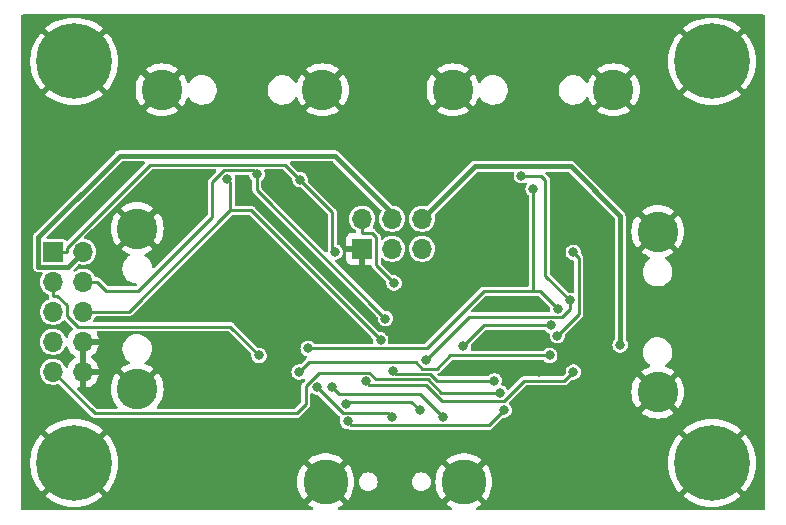
<source format=gbl>
%TF.GenerationSoftware,KiCad,Pcbnew,7.0.0-da2b9df05c~163~ubuntu22.04.1*%
%TF.CreationDate,2023-02-19T22:43:29+00:00*%
%TF.ProjectId,userioswitch,75736572-696f-4737-9769-7463682e6b69,rev?*%
%TF.SameCoordinates,Original*%
%TF.FileFunction,Copper,L2,Bot*%
%TF.FilePolarity,Positive*%
%FSLAX46Y46*%
G04 Gerber Fmt 4.6, Leading zero omitted, Abs format (unit mm)*
G04 Created by KiCad (PCBNEW 7.0.0-da2b9df05c~163~ubuntu22.04.1) date 2023-02-19 22:43:29*
%MOMM*%
%LPD*%
G01*
G04 APERTURE LIST*
%TA.AperFunction,ComponentPad*%
%ADD10C,3.438000*%
%TD*%
%TA.AperFunction,ComponentPad*%
%ADD11C,3.800000*%
%TD*%
%TA.AperFunction,ComponentPad*%
%ADD12R,1.700000X1.700000*%
%TD*%
%TA.AperFunction,ComponentPad*%
%ADD13O,1.700000X1.700000*%
%TD*%
%TA.AperFunction,ComponentPad*%
%ADD14C,3.600000*%
%TD*%
%TA.AperFunction,ConnectorPad*%
%ADD15C,6.400000*%
%TD*%
%TA.AperFunction,ViaPad*%
%ADD16C,0.800000*%
%TD*%
%TA.AperFunction,Conductor*%
%ADD17C,0.250000*%
%TD*%
%TA.AperFunction,Conductor*%
%ADD18C,0.254000*%
%TD*%
%TA.AperFunction,Conductor*%
%ADD19C,0.400000*%
%TD*%
G04 APERTURE END LIST*
D10*
%TO.P,J6,MH1,MH1*%
%TO.N,GND*%
X224406500Y-99002000D03*
%TO.P,J6,MH2,MH2*%
X224406500Y-85402000D03*
%TD*%
%TO.P,J5,MH1,MH1*%
%TO.N,GND*%
X220668000Y-73406000D03*
%TO.P,J5,MH2,MH2*%
X207068000Y-73406000D03*
%TD*%
%TO.P,J4,MH2,MH2*%
%TO.N,GND*%
X180340000Y-98748000D03*
%TO.P,J4,MH1,MH1*%
X180340000Y-85148000D03*
%TD*%
%TO.P,J3,MH1,MH1*%
%TO.N,GND*%
X196030000Y-73406000D03*
%TO.P,J3,MH2,MH2*%
X182430000Y-73406000D03*
%TD*%
D11*
%TO.P,J1,11,11*%
%TO.N,GND*%
X207998000Y-106601000D03*
%TO.P,J1,10,10*%
X196298000Y-106601000D03*
%TD*%
D12*
%TO.P,J2,1,Pin_1*%
%TO.N,GND*%
X199389999Y-86867999D03*
D13*
%TO.P,J2,2,Pin_2*%
%TO.N,/SEL*%
X199389999Y-84327999D03*
%TO.P,J2,3,Pin_3*%
%TO.N,VBUS*%
X201929999Y-86867999D03*
%TO.P,J2,4,Pin_4*%
%TO.N,/VBUSA*%
X201929999Y-84327999D03*
%TO.P,J2,5,Pin_5*%
%TO.N,VBUS*%
X204469999Y-86867999D03*
%TO.P,J2,6,Pin_6*%
%TO.N,/VBUSB*%
X204469999Y-84327999D03*
%TD*%
D14*
%TO.P,H1,1,1*%
%TO.N,GND*%
X175000000Y-71000000D03*
D15*
X175000000Y-71000000D03*
%TD*%
D12*
%TO.P,J7,1,Pin_1*%
%TO.N,/S7A*%
X173222999Y-87126999D03*
D13*
%TO.P,J7,2,Pin_2*%
%TO.N,/VBUSA*%
X175762999Y-87126999D03*
%TO.P,J7,3,Pin_3*%
%TO.N,/S6A*%
X173222999Y-89666999D03*
%TO.P,J7,4,Pin_4*%
%TO.N,/S1A*%
X175762999Y-89666999D03*
%TO.P,J7,5,Pin_5*%
%TO.N,/S5A*%
X173222999Y-92206999D03*
%TO.P,J7,6,Pin_6*%
%TO.N,/S2A*%
X175762999Y-92206999D03*
%TO.P,J7,7,Pin_7*%
%TO.N,/S4A*%
X173222999Y-94746999D03*
%TO.P,J7,8,Pin_8*%
%TO.N,GND*%
X175762999Y-94746999D03*
%TO.P,J7,9,Pin_9*%
%TO.N,/S3A*%
X173222999Y-97286999D03*
%TO.P,J7,10,Pin_10*%
%TO.N,GND*%
X175762999Y-97286999D03*
%TD*%
D14*
%TO.P,H4,1,1*%
%TO.N,GND*%
X229000000Y-71000000D03*
D15*
X229000000Y-71000000D03*
%TD*%
D14*
%TO.P,H2,1,1*%
%TO.N,GND*%
X175000000Y-105000000D03*
D15*
X175000000Y-105000000D03*
%TD*%
D14*
%TO.P,H3,1,1*%
%TO.N,GND*%
X229000000Y-105000000D03*
D15*
X229000000Y-105000000D03*
%TD*%
D16*
%TO.N,GND*%
X220472000Y-82042000D03*
X210566000Y-89408000D03*
X214376000Y-97282000D03*
X208026000Y-97028000D03*
%TO.N,/D7*%
X206248000Y-101092000D03*
X196850000Y-98552000D03*
%TO.N,/D6*%
X198037855Y-100035842D03*
X204248500Y-100553109D03*
%TO.N,/D5*%
X195580000Y-98552000D03*
X201930000Y-101092000D03*
%TO.N,/D3*%
X198148000Y-101484842D03*
%TO.N,GND*%
X195834000Y-81026000D03*
X193548000Y-99822000D03*
X206756000Y-90932000D03*
X176022000Y-83566000D03*
X214376000Y-91440000D03*
X195326000Y-91948000D03*
X187960000Y-95758000D03*
X185420000Y-80772000D03*
X188214000Y-90424000D03*
X210058000Y-81026000D03*
X210703500Y-94488000D03*
X194564000Y-84074000D03*
X189230000Y-85090000D03*
X195834000Y-77978000D03*
X216916000Y-88392000D03*
%TO.N,/SEL*%
X202088450Y-89757550D03*
%TO.N,/S5B*%
X213868000Y-81788000D03*
X215939300Y-91930700D03*
X194818000Y-95291000D03*
%TO.N,/S6A*%
X190659800Y-95891000D03*
%TO.N,/S6B*%
X215265000Y-95885000D03*
X194056000Y-97282000D03*
%TO.N,/S7B*%
X199695803Y-98079498D03*
X217265900Y-97293600D03*
%TO.N,/S7A*%
X194133400Y-81016400D03*
X197108299Y-87126299D03*
%TO.N,/S1A*%
X201360250Y-92771750D03*
X190480000Y-80532200D03*
%TO.N,/S1B*%
X207954700Y-95090200D03*
X215392948Y-93356646D03*
%TO.N,/S2A*%
X200947546Y-94566500D03*
X187980000Y-80971000D03*
%TO.N,/S2B*%
X204825000Y-96281496D03*
X216988700Y-91234900D03*
X212861400Y-80668300D03*
%TO.N,/D3*%
X211401943Y-100508465D03*
%TO.N,/S3B*%
X215918707Y-94206695D03*
X217267300Y-87163200D03*
%TO.N,/S3A*%
X211074000Y-99060000D03*
%TO.N,/D4*%
X210566000Y-98044000D03*
X201963123Y-97180498D03*
%TO.N,/VBUSB*%
X221234000Y-94996000D03*
%TD*%
D17*
%TO.N,/S6B*%
X206844580Y-95885000D02*
X215265000Y-95885000D01*
X205723584Y-97005996D02*
X206844580Y-95885000D01*
X204478342Y-97005996D02*
X205723584Y-97005996D01*
X194056000Y-97282000D02*
X194882002Y-96455998D01*
X194882002Y-96455998D02*
X203928344Y-96455998D01*
X203928344Y-96455998D02*
X204478342Y-97005996D01*
%TO.N,/S2B*%
X215693046Y-92632146D02*
X208474350Y-92632146D01*
X208474350Y-92632146D02*
X204825000Y-96281496D01*
X216988700Y-91954400D02*
X216287100Y-92656000D01*
X216988700Y-91234900D02*
X216988700Y-91954400D01*
%TO.N,/S3B*%
X217267300Y-87163200D02*
X217713900Y-87609800D01*
%TO.N,/S1B*%
X209688254Y-93356646D02*
X215392948Y-93356646D01*
X207954700Y-95090200D02*
X209688254Y-93356646D01*
%TO.N,/S3B*%
X217713900Y-87609800D02*
X217713900Y-92411502D01*
X217713900Y-92411502D02*
X215918707Y-94206695D01*
%TO.N,/S2B*%
X216287100Y-92656000D02*
X215716900Y-92656000D01*
X215716900Y-92656000D02*
X215693046Y-92632146D01*
%TO.N,/D4*%
X201963123Y-97180498D02*
X202238122Y-97455497D01*
X202238122Y-97455497D02*
X205129802Y-97455497D01*
X205718305Y-98044000D02*
X210566000Y-98044000D01*
X205129802Y-97455497D02*
X205718305Y-98044000D01*
%TO.N,/S5B*%
X194818000Y-95291000D02*
X204853000Y-95291000D01*
X209686600Y-90457400D02*
X213868000Y-90457400D01*
X204853000Y-95291000D02*
X209686600Y-90457400D01*
%TO.N,/S2A*%
X189995046Y-83614000D02*
X200947546Y-94566500D01*
X188215400Y-83614000D02*
X189995046Y-83614000D01*
D18*
%TO.N,/D7*%
X204309013Y-99153013D02*
X206248000Y-101092000D01*
X197451013Y-99153013D02*
X204309013Y-99153013D01*
X196850000Y-98552000D02*
X197451013Y-99153013D01*
D17*
%TO.N,/D3*%
X210093908Y-101816500D02*
X211401943Y-100508465D01*
%TO.N,/D5*%
X195580000Y-98602585D02*
X197737757Y-100760342D01*
%TO.N,/D3*%
X198479658Y-101816500D02*
X210093908Y-101816500D01*
X198148000Y-101484842D02*
X198479658Y-101816500D01*
%TO.N,/D5*%
X201598342Y-100760342D02*
X201930000Y-101092000D01*
X197737757Y-100760342D02*
X201598342Y-100760342D01*
X195580000Y-98552000D02*
X195580000Y-98602585D01*
%TO.N,/S7B*%
X217265900Y-97293600D02*
X216515500Y-98044000D01*
X216515500Y-98044000D02*
X213114598Y-98044000D01*
X204757424Y-98354499D02*
X199970804Y-98354499D01*
X213114598Y-98044000D02*
X211374098Y-99784500D01*
X206187425Y-99784500D02*
X204757424Y-98354499D01*
X199970804Y-98354499D02*
X199695803Y-98079498D01*
X211374098Y-99784500D02*
X206187425Y-99784500D01*
%TO.N,/S3A*%
X204943613Y-97904998D02*
X206098615Y-99060000D01*
X199995901Y-97354998D02*
X200545899Y-97904998D01*
X173223000Y-97287000D02*
X176728100Y-100792100D01*
X195752404Y-97354998D02*
X199995901Y-97354998D01*
X200545899Y-97904998D02*
X204943613Y-97904998D01*
X194601500Y-98505902D02*
X195752404Y-97354998D01*
X206098615Y-99060000D02*
X211074000Y-99060000D01*
X194601500Y-100029902D02*
X194601500Y-98505902D01*
X176728100Y-100792100D02*
X193839302Y-100792100D01*
X193839302Y-100792100D02*
X194601500Y-100029902D01*
%TO.N,/D6*%
X198245983Y-99827714D02*
X203523105Y-99827714D01*
X203523105Y-99827714D02*
X204248500Y-100553109D01*
X198037855Y-100035842D02*
X198245983Y-99827714D01*
%TO.N,/SEL*%
X202088450Y-89757550D02*
X200565100Y-88234200D01*
X199390000Y-85503100D02*
X199390000Y-84328000D01*
X200565100Y-88234200D02*
X200565100Y-85870300D01*
X200197900Y-85503100D02*
X199390000Y-85503100D01*
X200565100Y-85870300D02*
X200197900Y-85503100D01*
%TO.N,/S5B*%
X214466000Y-90457400D02*
X213868000Y-90457400D01*
X215939300Y-91930700D02*
X214466000Y-90457400D01*
X213868000Y-90457400D02*
X213868000Y-81788000D01*
%TO.N,/S6A*%
X175299300Y-93444200D02*
X188213000Y-93444200D01*
X173223000Y-90842100D02*
X173590300Y-90842100D01*
X174398100Y-92543000D02*
X175299300Y-93444200D01*
X173223000Y-89667000D02*
X173223000Y-90842100D01*
X174398100Y-91649900D02*
X174398100Y-92543000D01*
X173590300Y-90842100D02*
X174398100Y-91649900D01*
X188213000Y-93444200D02*
X190659800Y-95891000D01*
%TO.N,/S7A*%
X181402900Y-79755000D02*
X174398100Y-86759800D01*
X197108299Y-87126299D02*
X196850000Y-86868000D01*
X196850000Y-83733000D02*
X194133400Y-81016400D01*
X173223000Y-87127000D02*
X174398100Y-87127000D01*
X194133400Y-81016400D02*
X192872000Y-79755000D01*
X174398100Y-86759800D02*
X174398100Y-87127000D01*
X192872000Y-79755000D02*
X181402900Y-79755000D01*
X196850000Y-86868000D02*
X196850000Y-83733000D01*
%TO.N,/S1A*%
X186687200Y-81220100D02*
X187702200Y-80205100D01*
X186687200Y-81716000D02*
X186687200Y-81220100D01*
X177695100Y-90424000D02*
X180408544Y-90424000D01*
X186690000Y-81718800D02*
X186687200Y-81716000D01*
X176938100Y-89667000D02*
X177695100Y-90424000D01*
X201360250Y-92771750D02*
X190480000Y-81891500D01*
X175763000Y-89667000D02*
X176938100Y-89667000D01*
X187702200Y-80205100D02*
X190152900Y-80205100D01*
X190480000Y-81891500D02*
X190480000Y-80532200D01*
X180408544Y-90424000D02*
X186690000Y-84142544D01*
X186690000Y-84142544D02*
X186690000Y-81718800D01*
X190152900Y-80205100D02*
X190480000Y-80532200D01*
%TO.N,/S2A*%
X175763000Y-92207000D02*
X179622400Y-92207000D01*
X188215400Y-83614000D02*
X188215400Y-81206400D01*
X188215400Y-81206400D02*
X187980000Y-80971000D01*
X179622400Y-92207000D02*
X188215400Y-83614000D01*
%TO.N,/S2B*%
X214888200Y-81030200D02*
X214526300Y-80668300D01*
X214888200Y-89134400D02*
X214888200Y-81030200D01*
X216988700Y-91234900D02*
X214888200Y-89134400D01*
X214526300Y-80668300D02*
X212861400Y-80668300D01*
D19*
%TO.N,/VBUSA*%
X178856000Y-78994000D02*
X171973000Y-85877000D01*
X201930000Y-83820000D02*
X197104000Y-78994000D01*
X174513000Y-88377000D02*
X175763000Y-87127000D01*
X171973000Y-88377000D02*
X174513000Y-88377000D01*
X197104000Y-78994000D02*
X178856000Y-78994000D01*
X171973000Y-85877000D02*
X171973000Y-88377000D01*
X201930000Y-84328000D02*
X201930000Y-83820000D01*
%TO.N,/VBUSB*%
X208929700Y-79868300D02*
X204470000Y-84328000D01*
X221234000Y-84074000D02*
X217028300Y-79868300D01*
X217028300Y-79868300D02*
X208929700Y-79868300D01*
X221234000Y-94996000D02*
X221234000Y-84074000D01*
%TD*%
%TA.AperFunction,Conductor*%
%TO.N,GND*%
G36*
X189833880Y-84003091D02*
G01*
X189874757Y-84030405D01*
X200258133Y-94413781D01*
X200288145Y-94461773D01*
X200294120Y-94518060D01*
X200288239Y-94566500D01*
X200289158Y-94574069D01*
X200299660Y-94660566D01*
X200307397Y-94724282D01*
X200310097Y-94731401D01*
X200310099Y-94731409D01*
X200313668Y-94740818D01*
X200320939Y-94800686D01*
X200299554Y-94857075D01*
X200254413Y-94897067D01*
X200195857Y-94911500D01*
X195417456Y-94911500D01*
X195358901Y-94897068D01*
X195322230Y-94864580D01*
X195320881Y-94865776D01*
X195315828Y-94860072D01*
X195311498Y-94853799D01*
X195192529Y-94748401D01*
X195122160Y-94711468D01*
X195058546Y-94678081D01*
X195058544Y-94678080D01*
X195051793Y-94674537D01*
X195044395Y-94672713D01*
X195044391Y-94672712D01*
X194904864Y-94638322D01*
X194904862Y-94638321D01*
X194897471Y-94636500D01*
X194738529Y-94636500D01*
X194731138Y-94638321D01*
X194731135Y-94638322D01*
X194591608Y-94672712D01*
X194591601Y-94672714D01*
X194584207Y-94674537D01*
X194577458Y-94678078D01*
X194577453Y-94678081D01*
X194450223Y-94744857D01*
X194450221Y-94744858D01*
X194443471Y-94748401D01*
X194437769Y-94753452D01*
X194437764Y-94753456D01*
X194330207Y-94848744D01*
X194330203Y-94848747D01*
X194324502Y-94853799D01*
X194320175Y-94860066D01*
X194320171Y-94860072D01*
X194238542Y-94978332D01*
X194238538Y-94978337D01*
X194234213Y-94984605D01*
X194231514Y-94991720D01*
X194231510Y-94991729D01*
X194180552Y-95126094D01*
X194180550Y-95126100D01*
X194177851Y-95133218D01*
X194176932Y-95140779D01*
X194176932Y-95140783D01*
X194160692Y-95274537D01*
X194158693Y-95291000D01*
X194159612Y-95298569D01*
X194176677Y-95439118D01*
X194177851Y-95448782D01*
X194180551Y-95455901D01*
X194180552Y-95455905D01*
X194231510Y-95590270D01*
X194231512Y-95590275D01*
X194234213Y-95597395D01*
X194238541Y-95603665D01*
X194238542Y-95603667D01*
X194317059Y-95717419D01*
X194324502Y-95728201D01*
X194443471Y-95833599D01*
X194584207Y-95907463D01*
X194620527Y-95916415D01*
X194681771Y-95952019D01*
X194714124Y-96015040D01*
X194707361Y-96085558D01*
X194664818Y-96139750D01*
X194658434Y-96142872D01*
X194652749Y-96148556D01*
X194645686Y-96152379D01*
X194638621Y-96160053D01*
X194638615Y-96160058D01*
X194609870Y-96191283D01*
X194606266Y-96195038D01*
X194210707Y-96590597D01*
X194169833Y-96617909D01*
X194121615Y-96627500D01*
X193976529Y-96627500D01*
X193969138Y-96629321D01*
X193969135Y-96629322D01*
X193829608Y-96663712D01*
X193829601Y-96663714D01*
X193822207Y-96665537D01*
X193815458Y-96669078D01*
X193815453Y-96669081D01*
X193688223Y-96735857D01*
X193688221Y-96735858D01*
X193681471Y-96739401D01*
X193675769Y-96744452D01*
X193675764Y-96744456D01*
X193568207Y-96839744D01*
X193568203Y-96839747D01*
X193562502Y-96844799D01*
X193558175Y-96851066D01*
X193558171Y-96851072D01*
X193476542Y-96969332D01*
X193476538Y-96969337D01*
X193472213Y-96975605D01*
X193469514Y-96982720D01*
X193469510Y-96982729D01*
X193418552Y-97117094D01*
X193418550Y-97117100D01*
X193415851Y-97124218D01*
X193414932Y-97131779D01*
X193414932Y-97131783D01*
X193399821Y-97256238D01*
X193396693Y-97282000D01*
X193397612Y-97289569D01*
X193414794Y-97431081D01*
X193415851Y-97439782D01*
X193418551Y-97446901D01*
X193418552Y-97446905D01*
X193469510Y-97581270D01*
X193469512Y-97581275D01*
X193472213Y-97588395D01*
X193476541Y-97594665D01*
X193476542Y-97594667D01*
X193552878Y-97705259D01*
X193562502Y-97719201D01*
X193681471Y-97824599D01*
X193822207Y-97898463D01*
X193976529Y-97936500D01*
X194127854Y-97936500D01*
X194135471Y-97936500D01*
X194289793Y-97898463D01*
X194361642Y-97860753D01*
X194430839Y-97846771D01*
X194496697Y-97872204D01*
X194538538Y-97929067D01*
X194543227Y-97999510D01*
X194509290Y-98061416D01*
X194370224Y-98200482D01*
X194350053Y-98216864D01*
X194349661Y-98217119D01*
X194349651Y-98217127D01*
X194340918Y-98222834D01*
X194334507Y-98231069D01*
X194334503Y-98231074D01*
X194321289Y-98248051D01*
X194317824Y-98252018D01*
X194317964Y-98252137D01*
X194314605Y-98256101D01*
X194310919Y-98259789D01*
X194307895Y-98264023D01*
X194307889Y-98264031D01*
X194298711Y-98276885D01*
X194295605Y-98281049D01*
X194269536Y-98314543D01*
X194269531Y-98314552D01*
X194263125Y-98322783D01*
X194260515Y-98330384D01*
X194255847Y-98336923D01*
X194252871Y-98346916D01*
X194252869Y-98346922D01*
X194240759Y-98387597D01*
X194239172Y-98392552D01*
X194225387Y-98432706D01*
X194225386Y-98432711D01*
X194222000Y-98442575D01*
X194222000Y-98450613D01*
X194219708Y-98458312D01*
X194220139Y-98468739D01*
X194220139Y-98468742D01*
X194221892Y-98511116D01*
X194222000Y-98516323D01*
X194222000Y-99820518D01*
X194212409Y-99868736D01*
X194185095Y-99909613D01*
X193719013Y-100375695D01*
X193678136Y-100403009D01*
X193629918Y-100412600D01*
X182120340Y-100412600D01*
X182064612Y-100399606D01*
X182020377Y-100363304D01*
X181996761Y-100311181D01*
X181998633Y-100253989D01*
X182025608Y-100203522D01*
X182107870Y-100109719D01*
X182112881Y-100103189D01*
X182270481Y-99867322D01*
X182274602Y-99860185D01*
X182400070Y-99605762D01*
X182403219Y-99598157D01*
X182494405Y-99329533D01*
X182496536Y-99321582D01*
X182551880Y-99043347D01*
X182552954Y-99035190D01*
X182571508Y-98752119D01*
X182571508Y-98743881D01*
X182552954Y-98460809D01*
X182551880Y-98452652D01*
X182496536Y-98174417D01*
X182494405Y-98166466D01*
X182403217Y-97897834D01*
X182400070Y-97890237D01*
X182274602Y-97635814D01*
X182270481Y-97628677D01*
X182112881Y-97392810D01*
X182107870Y-97386280D01*
X182097335Y-97374267D01*
X182085759Y-97366714D01*
X182073713Y-97373495D01*
X180429094Y-99018114D01*
X180372610Y-99050726D01*
X180307388Y-99050726D01*
X180250904Y-99018114D01*
X178606286Y-97373496D01*
X178594239Y-97366715D01*
X178582661Y-97374269D01*
X178572135Y-97386272D01*
X178567115Y-97392815D01*
X178409518Y-97628677D01*
X178405397Y-97635814D01*
X178279929Y-97890237D01*
X178276783Y-97897834D01*
X178185594Y-98166466D01*
X178183463Y-98174417D01*
X178128119Y-98452652D01*
X178127045Y-98460809D01*
X178108492Y-98743881D01*
X178108492Y-98752119D01*
X178127045Y-99035190D01*
X178128119Y-99043347D01*
X178183463Y-99321582D01*
X178185594Y-99329533D01*
X178276780Y-99598157D01*
X178279929Y-99605762D01*
X178405397Y-99860185D01*
X178409518Y-99867322D01*
X178567118Y-100103189D01*
X178572129Y-100109719D01*
X178654392Y-100203522D01*
X178681367Y-100253989D01*
X178683239Y-100311181D01*
X178659623Y-100363304D01*
X178615388Y-100399606D01*
X178559660Y-100412600D01*
X176937484Y-100412600D01*
X176889266Y-100403009D01*
X176848389Y-100375695D01*
X175283920Y-98811226D01*
X175250870Y-98753062D01*
X175252253Y-98686178D01*
X175287678Y-98629429D01*
X175347159Y-98598812D01*
X175413929Y-98602959D01*
X175423554Y-98606263D01*
X175433627Y-98608814D01*
X175495461Y-98619132D01*
X175506598Y-98618556D01*
X175509000Y-98607664D01*
X176017000Y-98607664D01*
X176019401Y-98618556D01*
X176030538Y-98619132D01*
X176092372Y-98608814D01*
X176102442Y-98606264D01*
X176305440Y-98536575D01*
X176314957Y-98532400D01*
X176503718Y-98430247D01*
X176512411Y-98424568D01*
X176681788Y-98292737D01*
X176689432Y-98285700D01*
X176834789Y-98127799D01*
X176841177Y-98119593D01*
X176958568Y-97939913D01*
X176963511Y-97930778D01*
X177049729Y-97734223D01*
X177053099Y-97724408D01*
X177096013Y-97554943D01*
X177096248Y-97543565D01*
X177085160Y-97541000D01*
X176033590Y-97541000D01*
X176020506Y-97544506D01*
X176017000Y-97557590D01*
X176017000Y-98607664D01*
X175509000Y-98607664D01*
X175509000Y-97016410D01*
X176017000Y-97016410D01*
X176020506Y-97029493D01*
X176033590Y-97033000D01*
X177085160Y-97033000D01*
X177096248Y-97030434D01*
X177096013Y-97019056D01*
X177091754Y-97002239D01*
X178958715Y-97002239D01*
X178965496Y-97014286D01*
X180328270Y-98377060D01*
X180339999Y-98383832D01*
X180351729Y-98377060D01*
X181714501Y-97014287D01*
X181721284Y-97002238D01*
X181713730Y-96990662D01*
X181701725Y-96980134D01*
X181695186Y-96975116D01*
X181459322Y-96817518D01*
X181452185Y-96813397D01*
X181197762Y-96687929D01*
X181190162Y-96684781D01*
X181037134Y-96632835D01*
X180981026Y-96594407D01*
X180953061Y-96532417D01*
X180961386Y-96464923D01*
X181003573Y-96411588D01*
X181166078Y-96293522D01*
X181321632Y-96130825D01*
X181445635Y-95942968D01*
X181534103Y-95735988D01*
X181584191Y-95516537D01*
X181594290Y-95291670D01*
X181564075Y-95068613D01*
X181494517Y-94854536D01*
X181397656Y-94674537D01*
X181390533Y-94661301D01*
X181390532Y-94661300D01*
X181387852Y-94656319D01*
X181273630Y-94513090D01*
X181251033Y-94484754D01*
X181251032Y-94484753D01*
X181247508Y-94480334D01*
X181077996Y-94332235D01*
X181031654Y-94304547D01*
X180889617Y-94219684D01*
X180889612Y-94219681D01*
X180884764Y-94216785D01*
X180879475Y-94214800D01*
X180879471Y-94214798D01*
X180679321Y-94139681D01*
X180674024Y-94137693D01*
X180668458Y-94136683D01*
X180668455Y-94136682D01*
X180527054Y-94111021D01*
X180452547Y-94097500D01*
X180283845Y-94097500D01*
X180281053Y-94097751D01*
X180281036Y-94097752D01*
X180121449Y-94112115D01*
X180121441Y-94112116D01*
X180115812Y-94112623D01*
X180110359Y-94114127D01*
X180110353Y-94114129D01*
X179914171Y-94168273D01*
X179898830Y-94172507D01*
X179893734Y-94174960D01*
X179893726Y-94174964D01*
X179701129Y-94267713D01*
X179701120Y-94267718D01*
X179696027Y-94270171D01*
X179691452Y-94273494D01*
X179691445Y-94273499D01*
X179518498Y-94399152D01*
X179518488Y-94399159D01*
X179513922Y-94402478D01*
X179510020Y-94406558D01*
X179510012Y-94406566D01*
X179364333Y-94558936D01*
X179358368Y-94565175D01*
X179355255Y-94569890D01*
X179355251Y-94569896D01*
X179237485Y-94748305D01*
X179234365Y-94753032D01*
X179232140Y-94758235D01*
X179232138Y-94758241D01*
X179152307Y-94945015D01*
X179145897Y-94960012D01*
X179144639Y-94965520D01*
X179144637Y-94965529D01*
X179097068Y-95173945D01*
X179095809Y-95179463D01*
X179085710Y-95404330D01*
X179086467Y-95409922D01*
X179086468Y-95409932D01*
X179109175Y-95577558D01*
X179115925Y-95627387D01*
X179117671Y-95632760D01*
X179117672Y-95632765D01*
X179183735Y-95836085D01*
X179185483Y-95841464D01*
X179188160Y-95846440D01*
X179188162Y-95846443D01*
X179289466Y-96034698D01*
X179289468Y-96034702D01*
X179292148Y-96039681D01*
X179321423Y-96076390D01*
X179421349Y-96201694D01*
X179432492Y-96215666D01*
X179602004Y-96363765D01*
X179637253Y-96384825D01*
X179669941Y-96404355D01*
X179718034Y-96456211D01*
X179730613Y-96525807D01*
X179703717Y-96591217D01*
X179645818Y-96631833D01*
X179489837Y-96684781D01*
X179482237Y-96687929D01*
X179227814Y-96813397D01*
X179220677Y-96817518D01*
X178984815Y-96975115D01*
X178978272Y-96980135D01*
X178966269Y-96990661D01*
X178958715Y-97002239D01*
X177091754Y-97002239D01*
X177053099Y-96849591D01*
X177049729Y-96839776D01*
X176963511Y-96643221D01*
X176958568Y-96634086D01*
X176841177Y-96454406D01*
X176834789Y-96446200D01*
X176689432Y-96288299D01*
X176681788Y-96281262D01*
X176512411Y-96149431D01*
X176503718Y-96143752D01*
X176474267Y-96127814D01*
X176425995Y-96081498D01*
X176408236Y-96017000D01*
X176425995Y-95952502D01*
X176474267Y-95906186D01*
X176503718Y-95890247D01*
X176512411Y-95884568D01*
X176681788Y-95752737D01*
X176689432Y-95745700D01*
X176834789Y-95587799D01*
X176841177Y-95579593D01*
X176958568Y-95399913D01*
X176963511Y-95390778D01*
X177049729Y-95194223D01*
X177053099Y-95184408D01*
X177096013Y-95014943D01*
X177096248Y-95003565D01*
X177085160Y-95001000D01*
X176033590Y-95001000D01*
X176020506Y-95004506D01*
X176017000Y-95017590D01*
X176017000Y-97016410D01*
X175509000Y-97016410D01*
X175509000Y-94619000D01*
X175525881Y-94556000D01*
X175572000Y-94509881D01*
X175635000Y-94493000D01*
X177085160Y-94493000D01*
X177096248Y-94490434D01*
X177096013Y-94479056D01*
X177053099Y-94309591D01*
X177049729Y-94299776D01*
X176963511Y-94103221D01*
X176958568Y-94094086D01*
X176909261Y-94018616D01*
X176888852Y-93954907D01*
X176903930Y-93889731D01*
X176950246Y-93841459D01*
X177014744Y-93823700D01*
X188003616Y-93823700D01*
X188051834Y-93833291D01*
X188092711Y-93860605D01*
X189970387Y-95738281D01*
X190000399Y-95786273D01*
X190006374Y-95842560D01*
X190005903Y-95846443D01*
X190000493Y-95891000D01*
X190001412Y-95898569D01*
X190018003Y-96035216D01*
X190019651Y-96048782D01*
X190022351Y-96055901D01*
X190022352Y-96055905D01*
X190073310Y-96190270D01*
X190073312Y-96190275D01*
X190076013Y-96197395D01*
X190080341Y-96203665D01*
X190080342Y-96203667D01*
X190157829Y-96315927D01*
X190166302Y-96328201D01*
X190285271Y-96433599D01*
X190426007Y-96507463D01*
X190580329Y-96545500D01*
X190731654Y-96545500D01*
X190739271Y-96545500D01*
X190893593Y-96507463D01*
X191034329Y-96433599D01*
X191153298Y-96328201D01*
X191243587Y-96197395D01*
X191299949Y-96048782D01*
X191319107Y-95891000D01*
X191299949Y-95733218D01*
X191267887Y-95648677D01*
X191246289Y-95591729D01*
X191246288Y-95591727D01*
X191243587Y-95584605D01*
X191196603Y-95516537D01*
X191157628Y-95460072D01*
X191157627Y-95460071D01*
X191153298Y-95453799D01*
X191034329Y-95348401D01*
X190939382Y-95298569D01*
X190900346Y-95278081D01*
X190900344Y-95278080D01*
X190893593Y-95274537D01*
X190886195Y-95272713D01*
X190886191Y-95272712D01*
X190746664Y-95238322D01*
X190746662Y-95238321D01*
X190739271Y-95236500D01*
X190594184Y-95236500D01*
X190545966Y-95226909D01*
X190505089Y-95199595D01*
X188518418Y-93212924D01*
X188502032Y-93192748D01*
X188496068Y-93183618D01*
X188487825Y-93177202D01*
X188487824Y-93177201D01*
X188470854Y-93163992D01*
X188466908Y-93160507D01*
X188466771Y-93160670D01*
X188462802Y-93157308D01*
X188459113Y-93153619D01*
X188454870Y-93150589D01*
X188454866Y-93150586D01*
X188442034Y-93141424D01*
X188437863Y-93138314D01*
X188404359Y-93112237D01*
X188404353Y-93112234D01*
X188396119Y-93105825D01*
X188388517Y-93103215D01*
X188381979Y-93098547D01*
X188331302Y-93083460D01*
X188326376Y-93081882D01*
X188276327Y-93064700D01*
X188268289Y-93064700D01*
X188260590Y-93062408D01*
X188250161Y-93062839D01*
X188250159Y-93062839D01*
X188207786Y-93064592D01*
X188202579Y-93064700D01*
X176752392Y-93064700D01*
X176686061Y-93045827D01*
X176639601Y-92994863D01*
X176626930Y-92927074D01*
X176651842Y-92862768D01*
X176706088Y-92790935D01*
X176773111Y-92656334D01*
X176819570Y-92605373D01*
X176885900Y-92586500D01*
X179569974Y-92586500D01*
X179595830Y-92589181D01*
X179606500Y-92591419D01*
X179638195Y-92587468D01*
X179643453Y-92587141D01*
X179643436Y-92586930D01*
X179648623Y-92586500D01*
X179653843Y-92586500D01*
X179674587Y-92583037D01*
X179679650Y-92582299D01*
X179732183Y-92575752D01*
X179739403Y-92572222D01*
X179747327Y-92570900D01*
X179793811Y-92545742D01*
X179798443Y-92543359D01*
X179845968Y-92520126D01*
X179851652Y-92514441D01*
X179858716Y-92510619D01*
X179894554Y-92471687D01*
X179898113Y-92467979D01*
X188335688Y-84030405D01*
X188376566Y-84003091D01*
X188424784Y-83993500D01*
X189785662Y-83993500D01*
X189833880Y-84003091D01*
G37*
%TD.AperFunction*%
%TA.AperFunction,Conductor*%
G36*
X213857497Y-90837330D02*
G01*
X213866727Y-90838094D01*
X213899772Y-90840833D01*
X213909892Y-90838270D01*
X213920296Y-90837408D01*
X213920363Y-90838226D01*
X213931007Y-90836900D01*
X214256616Y-90836900D01*
X214304834Y-90846491D01*
X214345711Y-90873805D01*
X215249887Y-91777981D01*
X215279899Y-91825973D01*
X215285874Y-91882260D01*
X215279993Y-91930700D01*
X215299151Y-92088482D01*
X215301853Y-92095608D01*
X215302072Y-92096494D01*
X215302926Y-92153092D01*
X215278918Y-92204353D01*
X215234891Y-92239931D01*
X215179733Y-92252646D01*
X208732237Y-92252646D01*
X208675034Y-92238913D01*
X208630301Y-92200707D01*
X208607788Y-92146357D01*
X208612404Y-92087710D01*
X208643142Y-92037551D01*
X209140576Y-91540118D01*
X209806888Y-90873805D01*
X209847766Y-90846491D01*
X209895984Y-90836900D01*
X213804673Y-90836900D01*
X213847092Y-90836900D01*
X213857497Y-90837330D01*
G37*
%TD.AperFunction*%
%TA.AperFunction,Conductor*%
G36*
X186989118Y-80148233D02*
G01*
X187033851Y-80186439D01*
X187056364Y-80240789D01*
X187051748Y-80299436D01*
X187021010Y-80349596D01*
X186455922Y-80914682D01*
X186435754Y-80931062D01*
X186435359Y-80931319D01*
X186435352Y-80931325D01*
X186426618Y-80937032D01*
X186420207Y-80945267D01*
X186420203Y-80945272D01*
X186406989Y-80962249D01*
X186403524Y-80966216D01*
X186403664Y-80966335D01*
X186400305Y-80970299D01*
X186396619Y-80973987D01*
X186393595Y-80978221D01*
X186393589Y-80978229D01*
X186384411Y-80991083D01*
X186381305Y-80995247D01*
X186355236Y-81028741D01*
X186355231Y-81028750D01*
X186348825Y-81036981D01*
X186346215Y-81044582D01*
X186341547Y-81051121D01*
X186338571Y-81061114D01*
X186338569Y-81061120D01*
X186326459Y-81101795D01*
X186324872Y-81106750D01*
X186311087Y-81146904D01*
X186311086Y-81146909D01*
X186307700Y-81156773D01*
X186307700Y-81164811D01*
X186305408Y-81172510D01*
X186305839Y-81182937D01*
X186305839Y-81182940D01*
X186307592Y-81225314D01*
X186307700Y-81230521D01*
X186307700Y-81663574D01*
X186305018Y-81689430D01*
X186302781Y-81700100D01*
X186304072Y-81710457D01*
X186304072Y-81710460D01*
X186306732Y-81731796D01*
X186307058Y-81737052D01*
X186307269Y-81737035D01*
X186307700Y-81742238D01*
X186307700Y-81747443D01*
X186308556Y-81752574D01*
X186308557Y-81752583D01*
X186308781Y-81753921D01*
X186310500Y-81774660D01*
X186310500Y-83933160D01*
X186300909Y-83981378D01*
X186273595Y-84022255D01*
X181799148Y-88496700D01*
X181738779Y-88530287D01*
X181669775Y-88526994D01*
X181612878Y-88487811D01*
X181585193Y-88424520D01*
X181564075Y-88268613D01*
X181494517Y-88054536D01*
X181387852Y-87856319D01*
X181247508Y-87680334D01*
X181077996Y-87532235D01*
X181061021Y-87522093D01*
X181010058Y-87491644D01*
X180961965Y-87439788D01*
X180949386Y-87370191D01*
X180976283Y-87304781D01*
X181034182Y-87264166D01*
X181190158Y-87211219D01*
X181197762Y-87208070D01*
X181452185Y-87082602D01*
X181459322Y-87078481D01*
X181695189Y-86920880D01*
X181701723Y-86915867D01*
X181713729Y-86905337D01*
X181721284Y-86893759D01*
X181714503Y-86881713D01*
X180351729Y-85518939D01*
X180339999Y-85512167D01*
X180328270Y-85518939D01*
X178965495Y-86881713D01*
X178958714Y-86893759D01*
X178966267Y-86905335D01*
X178978280Y-86915870D01*
X178984810Y-86920881D01*
X179220677Y-87078481D01*
X179227814Y-87082602D01*
X179482237Y-87208070D01*
X179489842Y-87211219D01*
X179642864Y-87263164D01*
X179698973Y-87301591D01*
X179726938Y-87363581D01*
X179718613Y-87431076D01*
X179676424Y-87484413D01*
X179518498Y-87599152D01*
X179518488Y-87599159D01*
X179513922Y-87602478D01*
X179510020Y-87606558D01*
X179510012Y-87606566D01*
X179366898Y-87756253D01*
X179358368Y-87765175D01*
X179355255Y-87769890D01*
X179355251Y-87769896D01*
X179245635Y-87935958D01*
X179234365Y-87953032D01*
X179232140Y-87958235D01*
X179232138Y-87958241D01*
X179148123Y-88154803D01*
X179145897Y-88160012D01*
X179144639Y-88165520D01*
X179144637Y-88165529D01*
X179098356Y-88368304D01*
X179095809Y-88379463D01*
X179085710Y-88604330D01*
X179086467Y-88609922D01*
X179086468Y-88609932D01*
X179114426Y-88816320D01*
X179115925Y-88827387D01*
X179117671Y-88832760D01*
X179117672Y-88832765D01*
X179164230Y-88976054D01*
X179185483Y-89041464D01*
X179188160Y-89046440D01*
X179188162Y-89046443D01*
X179289466Y-89234698D01*
X179289468Y-89234702D01*
X179292148Y-89239681D01*
X179309680Y-89261665D01*
X179426601Y-89408280D01*
X179432492Y-89415666D01*
X179602004Y-89563765D01*
X179674925Y-89607333D01*
X179779253Y-89669666D01*
X179795236Y-89679215D01*
X180005976Y-89758307D01*
X180172300Y-89788491D01*
X180205549Y-89794525D01*
X180261610Y-89819990D01*
X180298911Y-89868979D01*
X180308543Y-89929795D01*
X180288206Y-89987913D01*
X180242757Y-90029455D01*
X180183050Y-90044500D01*
X177904484Y-90044500D01*
X177856266Y-90034909D01*
X177815389Y-90007595D01*
X177243518Y-89435724D01*
X177227132Y-89415548D01*
X177221168Y-89406418D01*
X177212925Y-89400002D01*
X177212924Y-89400001D01*
X177195954Y-89386792D01*
X177192008Y-89383307D01*
X177191871Y-89383470D01*
X177187902Y-89380108D01*
X177184213Y-89376419D01*
X177179970Y-89373389D01*
X177179966Y-89373386D01*
X177167134Y-89364224D01*
X177162963Y-89361114D01*
X177129459Y-89335037D01*
X177129453Y-89335034D01*
X177121219Y-89328625D01*
X177113617Y-89326015D01*
X177107079Y-89321347D01*
X177056402Y-89306260D01*
X177051476Y-89304682D01*
X177001427Y-89287500D01*
X176993389Y-89287500D01*
X176985690Y-89285208D01*
X176975261Y-89285639D01*
X176975259Y-89285639D01*
X176932886Y-89287392D01*
X176927679Y-89287500D01*
X176885900Y-89287500D01*
X176819570Y-89268627D01*
X176773111Y-89217665D01*
X176706088Y-89083065D01*
X176663860Y-89027146D01*
X176586244Y-88924365D01*
X176586241Y-88924361D01*
X176582732Y-88919715D01*
X176578429Y-88915792D01*
X176578426Y-88915789D01*
X176435764Y-88785736D01*
X176435765Y-88785736D01*
X176431462Y-88781814D01*
X176426512Y-88778749D01*
X176426508Y-88778746D01*
X176262387Y-88677127D01*
X176262386Y-88677126D01*
X176257427Y-88674056D01*
X176230378Y-88663577D01*
X176071989Y-88602216D01*
X176071981Y-88602213D01*
X176066556Y-88600112D01*
X176060839Y-88599043D01*
X176060831Y-88599041D01*
X175871073Y-88563570D01*
X175871069Y-88563569D01*
X175865347Y-88562500D01*
X175660653Y-88562500D01*
X175654931Y-88563569D01*
X175654926Y-88563570D01*
X175465168Y-88599041D01*
X175465157Y-88599043D01*
X175459444Y-88600112D01*
X175454021Y-88602212D01*
X175454010Y-88602216D01*
X175274011Y-88671949D01*
X175274008Y-88671950D01*
X175268573Y-88674056D01*
X175122090Y-88764755D01*
X175115686Y-88768720D01*
X175058080Y-88787290D01*
X174998462Y-88776856D01*
X174950586Y-88739826D01*
X174925501Y-88684744D01*
X174928995Y-88624320D01*
X174960259Y-88572499D01*
X175314486Y-88218272D01*
X175354464Y-88191336D01*
X175401636Y-88181385D01*
X175449092Y-88189878D01*
X175454007Y-88191782D01*
X175454010Y-88191782D01*
X175459444Y-88193888D01*
X175660653Y-88231500D01*
X175859519Y-88231500D01*
X175865347Y-88231500D01*
X176066556Y-88193888D01*
X176257427Y-88119944D01*
X176431462Y-88012186D01*
X176582732Y-87874285D01*
X176706088Y-87710935D01*
X176797328Y-87527701D01*
X176853345Y-87330821D01*
X176872232Y-87127000D01*
X176853345Y-86923179D01*
X176797328Y-86726299D01*
X176706088Y-86543065D01*
X176659197Y-86480971D01*
X176586244Y-86384365D01*
X176586241Y-86384361D01*
X176582732Y-86379715D01*
X176578429Y-86375792D01*
X176578426Y-86375789D01*
X176435764Y-86245736D01*
X176435765Y-86245736D01*
X176431462Y-86241814D01*
X176426512Y-86238749D01*
X176426508Y-86238746D01*
X176262387Y-86137127D01*
X176262386Y-86137126D01*
X176257427Y-86134056D01*
X176189054Y-86107568D01*
X176071989Y-86062216D01*
X176071981Y-86062213D01*
X176066556Y-86060112D01*
X176060835Y-86059042D01*
X176060833Y-86059042D01*
X175937498Y-86035987D01*
X175876846Y-86006221D01*
X175840290Y-85949404D01*
X175838339Y-85881870D01*
X175871554Y-85823039D01*
X176542474Y-85152119D01*
X178108492Y-85152119D01*
X178127045Y-85435190D01*
X178128119Y-85443347D01*
X178183463Y-85721582D01*
X178185594Y-85729533D01*
X178276780Y-85998157D01*
X178279929Y-86005762D01*
X178405397Y-86260185D01*
X178409518Y-86267322D01*
X178567116Y-86503186D01*
X178572134Y-86509725D01*
X178582662Y-86521730D01*
X178594238Y-86529284D01*
X178606287Y-86522501D01*
X179969060Y-85159729D01*
X179975832Y-85148000D01*
X180704167Y-85148000D01*
X180710939Y-85159729D01*
X182073713Y-86522503D01*
X182085759Y-86529284D01*
X182097337Y-86521729D01*
X182107867Y-86509723D01*
X182112880Y-86503189D01*
X182270481Y-86267322D01*
X182274602Y-86260185D01*
X182400070Y-86005762D01*
X182403219Y-85998157D01*
X182494405Y-85729533D01*
X182496536Y-85721582D01*
X182551880Y-85443347D01*
X182552954Y-85435190D01*
X182571508Y-85152119D01*
X182571508Y-85143881D01*
X182552954Y-84860809D01*
X182551880Y-84852652D01*
X182496536Y-84574417D01*
X182494405Y-84566466D01*
X182403219Y-84297842D01*
X182400070Y-84290237D01*
X182274602Y-84035814D01*
X182270481Y-84028677D01*
X182112881Y-83792810D01*
X182107870Y-83786280D01*
X182097335Y-83774267D01*
X182085759Y-83766714D01*
X182073713Y-83773495D01*
X180710939Y-85136270D01*
X180704167Y-85148000D01*
X179975832Y-85148000D01*
X179969060Y-85136270D01*
X178606286Y-83773496D01*
X178594239Y-83766715D01*
X178582661Y-83774269D01*
X178572135Y-83786272D01*
X178567115Y-83792815D01*
X178409518Y-84028677D01*
X178405397Y-84035814D01*
X178279929Y-84290237D01*
X178276780Y-84297842D01*
X178185594Y-84566466D01*
X178183463Y-84574417D01*
X178128119Y-84852652D01*
X178127045Y-84860809D01*
X178108492Y-85143881D01*
X178108492Y-85152119D01*
X176542474Y-85152119D01*
X178292354Y-83402239D01*
X178958715Y-83402239D01*
X178965496Y-83414286D01*
X180328270Y-84777060D01*
X180340000Y-84783832D01*
X180351729Y-84777060D01*
X181714501Y-83414287D01*
X181721284Y-83402238D01*
X181713730Y-83390662D01*
X181701725Y-83380134D01*
X181695186Y-83375116D01*
X181459322Y-83217518D01*
X181452185Y-83213397D01*
X181197762Y-83087929D01*
X181190157Y-83084780D01*
X180921533Y-82993594D01*
X180913582Y-82991463D01*
X180635347Y-82936119D01*
X180627190Y-82935045D01*
X180344119Y-82916492D01*
X180335881Y-82916492D01*
X180052809Y-82935045D01*
X180044652Y-82936119D01*
X179766417Y-82991463D01*
X179758466Y-82993594D01*
X179489842Y-83084780D01*
X179482237Y-83087929D01*
X179227814Y-83213397D01*
X179220677Y-83217518D01*
X178984815Y-83375115D01*
X178978272Y-83380135D01*
X178966269Y-83390661D01*
X178958715Y-83402239D01*
X178292354Y-83402239D01*
X181523189Y-80171404D01*
X181564066Y-80144091D01*
X181612284Y-80134500D01*
X186931915Y-80134500D01*
X186989118Y-80148233D01*
G37*
%TD.AperFunction*%
%TA.AperFunction,Conductor*%
G36*
X192710834Y-80144091D02*
G01*
X192751711Y-80171405D01*
X193443987Y-80863681D01*
X193473999Y-80911673D01*
X193479974Y-80967960D01*
X193479061Y-80975482D01*
X193474093Y-81016400D01*
X193475012Y-81023965D01*
X193475012Y-81023969D01*
X193491803Y-81162262D01*
X193493251Y-81174182D01*
X193495951Y-81181301D01*
X193495952Y-81181305D01*
X193546910Y-81315670D01*
X193546912Y-81315675D01*
X193549613Y-81322795D01*
X193553941Y-81329065D01*
X193553942Y-81329067D01*
X193608564Y-81408201D01*
X193639902Y-81453601D01*
X193758871Y-81558999D01*
X193899607Y-81632863D01*
X194053929Y-81670900D01*
X194061546Y-81670900D01*
X194199016Y-81670900D01*
X194247234Y-81680491D01*
X194288111Y-81707805D01*
X196433595Y-83853289D01*
X196460909Y-83894166D01*
X196470500Y-83942384D01*
X196470500Y-86815574D01*
X196467818Y-86841430D01*
X196465581Y-86852100D01*
X196466872Y-86862457D01*
X196466872Y-86862460D01*
X196469532Y-86883796D01*
X196469858Y-86889057D01*
X196470070Y-86889040D01*
X196470500Y-86894232D01*
X196470500Y-86899443D01*
X196471357Y-86904579D01*
X196471358Y-86904591D01*
X196472527Y-86911598D01*
X196470600Y-86962054D01*
X196468150Y-86968517D01*
X196467232Y-86976074D01*
X196467231Y-86976080D01*
X196458799Y-87045523D01*
X196431717Y-87109531D01*
X196374819Y-87149442D01*
X196305415Y-87153114D01*
X196244623Y-87119429D01*
X190896405Y-81771211D01*
X190869091Y-81730334D01*
X190859500Y-81682116D01*
X190859500Y-81127103D01*
X190870601Y-81075391D01*
X190901946Y-81032791D01*
X190931465Y-81006639D01*
X190973498Y-80969401D01*
X191063787Y-80838595D01*
X191120149Y-80689982D01*
X191139307Y-80532200D01*
X191120149Y-80374418D01*
X191105781Y-80336533D01*
X191093891Y-80305180D01*
X191086622Y-80245312D01*
X191108007Y-80188924D01*
X191153148Y-80148933D01*
X191211703Y-80134500D01*
X192662616Y-80134500D01*
X192710834Y-80144091D01*
G37*
%TD.AperFunction*%
%TA.AperFunction,Conductor*%
G36*
X180925718Y-79462233D02*
G01*
X180970451Y-79500439D01*
X180992964Y-79554789D01*
X180988348Y-79613436D01*
X180957610Y-79663595D01*
X174473676Y-86147528D01*
X174427029Y-86177068D01*
X174372231Y-86183826D01*
X174319804Y-86166507D01*
X174279816Y-86128435D01*
X174272034Y-86116789D01*
X174256484Y-86093516D01*
X174235497Y-86079493D01*
X174182620Y-86044161D01*
X174182619Y-86044160D01*
X174172301Y-86037266D01*
X174160131Y-86034845D01*
X174160128Y-86034844D01*
X174104135Y-86023707D01*
X174098067Y-86022500D01*
X174091880Y-86022500D01*
X172774449Y-86022500D01*
X172717246Y-86008767D01*
X172672513Y-85970561D01*
X172650000Y-85916211D01*
X172654616Y-85857564D01*
X172685354Y-85807405D01*
X174158954Y-84333806D01*
X179007355Y-79485405D01*
X179048233Y-79458091D01*
X179096451Y-79448500D01*
X180868515Y-79448500D01*
X180925718Y-79462233D01*
G37*
%TD.AperFunction*%
%TA.AperFunction,Conductor*%
G36*
X233426500Y-67027381D02*
G01*
X233472619Y-67073500D01*
X233489500Y-67136500D01*
X233489500Y-108863500D01*
X233472619Y-108926500D01*
X233426500Y-108972619D01*
X233363500Y-108989500D01*
X209142477Y-108989500D01*
X209079020Y-108972354D01*
X209032834Y-108925584D01*
X209016487Y-108861917D01*
X209034429Y-108798681D01*
X209081776Y-108753085D01*
X209287349Y-108640069D01*
X209294030Y-108635829D01*
X209502833Y-108484125D01*
X209510224Y-108475808D01*
X209504222Y-108466433D01*
X208009729Y-106971939D01*
X207998000Y-106965167D01*
X207986270Y-106971939D01*
X206491776Y-108466433D01*
X206485775Y-108475808D01*
X206493166Y-108484126D01*
X206701969Y-108635829D01*
X206708650Y-108640069D01*
X206914224Y-108753085D01*
X206961571Y-108798681D01*
X206979513Y-108861917D01*
X206963166Y-108925584D01*
X206916980Y-108972354D01*
X206853523Y-108989500D01*
X197442477Y-108989500D01*
X197379020Y-108972354D01*
X197332834Y-108925584D01*
X197316487Y-108861917D01*
X197334429Y-108798681D01*
X197381776Y-108753085D01*
X197587349Y-108640069D01*
X197594030Y-108635829D01*
X197802833Y-108484125D01*
X197810224Y-108475808D01*
X197804222Y-108466433D01*
X196309729Y-106971939D01*
X196298000Y-106965167D01*
X196286270Y-106971939D01*
X194791776Y-108466433D01*
X194785775Y-108475808D01*
X194793166Y-108484126D01*
X195001969Y-108635829D01*
X195008650Y-108640069D01*
X195214224Y-108753085D01*
X195261571Y-108798681D01*
X195279513Y-108861917D01*
X195263166Y-108925584D01*
X195216980Y-108972354D01*
X195153523Y-108989500D01*
X170636500Y-108989500D01*
X170573500Y-108972619D01*
X170527381Y-108926500D01*
X170510500Y-108863500D01*
X170510500Y-107796820D01*
X172567835Y-107796820D01*
X172575850Y-107808267D01*
X172814929Y-108001869D01*
X172820272Y-108005751D01*
X173140685Y-108213830D01*
X173146394Y-108217126D01*
X173486811Y-108390578D01*
X173492835Y-108393260D01*
X173849501Y-108530170D01*
X173855784Y-108532212D01*
X174224815Y-108631094D01*
X174231265Y-108632465D01*
X174608629Y-108692233D01*
X174615167Y-108692920D01*
X174996699Y-108712916D01*
X175003301Y-108712916D01*
X175384832Y-108692920D01*
X175391370Y-108692233D01*
X175768734Y-108632465D01*
X175775184Y-108631094D01*
X176144215Y-108532212D01*
X176150498Y-108530170D01*
X176507164Y-108393260D01*
X176513188Y-108390578D01*
X176853605Y-108217126D01*
X176859314Y-108213830D01*
X177179728Y-108005751D01*
X177185064Y-108001874D01*
X177424150Y-107808265D01*
X177432164Y-107796821D01*
X177425389Y-107784599D01*
X175011729Y-105370939D01*
X175000000Y-105364167D01*
X174988270Y-105370939D01*
X172574609Y-107784599D01*
X172567835Y-107796820D01*
X170510500Y-107796820D01*
X170510500Y-105003301D01*
X171287084Y-105003301D01*
X171307079Y-105384832D01*
X171307766Y-105391370D01*
X171367534Y-105768734D01*
X171368905Y-105775184D01*
X171467787Y-106144215D01*
X171469829Y-106150498D01*
X171606739Y-106507164D01*
X171609421Y-106513188D01*
X171782873Y-106853605D01*
X171786169Y-106859314D01*
X171994248Y-107179727D01*
X171998130Y-107185070D01*
X172191731Y-107424148D01*
X172203178Y-107432163D01*
X172215399Y-107425389D01*
X174629060Y-105011729D01*
X174635832Y-105000000D01*
X175364167Y-105000000D01*
X175370939Y-105011729D01*
X177784599Y-107425389D01*
X177796821Y-107432164D01*
X177808265Y-107424150D01*
X178001874Y-107185064D01*
X178005751Y-107179728D01*
X178213830Y-106859314D01*
X178217126Y-106853605D01*
X178343819Y-106604958D01*
X193885488Y-106604958D01*
X193904014Y-106899436D01*
X193905007Y-106907297D01*
X193960295Y-107197128D01*
X193962266Y-107204805D01*
X194053446Y-107485424D01*
X194056361Y-107492787D01*
X194181993Y-107759769D01*
X194185805Y-107766703D01*
X194343912Y-108015841D01*
X194348557Y-108022234D01*
X194413850Y-108101160D01*
X194425335Y-108109053D01*
X194437511Y-108102276D01*
X195927059Y-106612728D01*
X195933830Y-106601000D01*
X196662167Y-106601000D01*
X196668939Y-106612729D01*
X198158487Y-108102276D01*
X198170664Y-108109054D01*
X198182146Y-108101162D01*
X198247437Y-108022240D01*
X198252090Y-108015835D01*
X198410194Y-107766703D01*
X198414006Y-107759769D01*
X198539638Y-107492787D01*
X198542553Y-107485424D01*
X198633733Y-107204805D01*
X198635704Y-107197128D01*
X198690992Y-106907297D01*
X198691985Y-106899436D01*
X198710512Y-106604958D01*
X198710512Y-106601000D01*
X199092435Y-106601000D01*
X199112632Y-106780255D01*
X199114967Y-106786928D01*
X199114968Y-106786932D01*
X199169873Y-106943842D01*
X199169875Y-106943846D01*
X199172211Y-106950522D01*
X199268184Y-107103262D01*
X199395738Y-107230816D01*
X199548478Y-107326789D01*
X199718745Y-107386368D01*
X199853046Y-107401500D01*
X199939418Y-107401500D01*
X199942954Y-107401500D01*
X200077255Y-107386368D01*
X200247522Y-107326789D01*
X200400262Y-107230816D01*
X200527816Y-107103262D01*
X200623789Y-106950522D01*
X200683368Y-106780255D01*
X200703565Y-106601000D01*
X203592435Y-106601000D01*
X203612632Y-106780255D01*
X203614967Y-106786928D01*
X203614968Y-106786932D01*
X203669873Y-106943842D01*
X203669875Y-106943846D01*
X203672211Y-106950522D01*
X203768184Y-107103262D01*
X203895738Y-107230816D01*
X204048478Y-107326789D01*
X204218745Y-107386368D01*
X204353046Y-107401500D01*
X204439418Y-107401500D01*
X204442954Y-107401500D01*
X204577255Y-107386368D01*
X204747522Y-107326789D01*
X204900262Y-107230816D01*
X205027816Y-107103262D01*
X205123789Y-106950522D01*
X205183368Y-106780255D01*
X205203119Y-106604958D01*
X205585488Y-106604958D01*
X205604014Y-106899436D01*
X205605007Y-106907297D01*
X205660295Y-107197128D01*
X205662266Y-107204805D01*
X205753446Y-107485424D01*
X205756361Y-107492787D01*
X205881993Y-107759769D01*
X205885805Y-107766703D01*
X206043912Y-108015841D01*
X206048557Y-108022234D01*
X206113850Y-108101160D01*
X206125335Y-108109053D01*
X206137511Y-108102276D01*
X207627059Y-106612728D01*
X207633830Y-106601000D01*
X208362167Y-106601000D01*
X208368939Y-106612729D01*
X209858487Y-108102276D01*
X209870664Y-108109054D01*
X209882146Y-108101162D01*
X209947437Y-108022240D01*
X209952090Y-108015835D01*
X210091081Y-107796820D01*
X226567835Y-107796820D01*
X226575850Y-107808267D01*
X226814929Y-108001869D01*
X226820272Y-108005751D01*
X227140685Y-108213830D01*
X227146394Y-108217126D01*
X227486811Y-108390578D01*
X227492835Y-108393260D01*
X227849501Y-108530170D01*
X227855784Y-108532212D01*
X228224815Y-108631094D01*
X228231265Y-108632465D01*
X228608629Y-108692233D01*
X228615167Y-108692920D01*
X228996699Y-108712916D01*
X229003301Y-108712916D01*
X229384832Y-108692920D01*
X229391370Y-108692233D01*
X229768734Y-108632465D01*
X229775184Y-108631094D01*
X230144215Y-108532212D01*
X230150498Y-108530170D01*
X230507164Y-108393260D01*
X230513188Y-108390578D01*
X230853605Y-108217126D01*
X230859314Y-108213830D01*
X231179728Y-108005751D01*
X231185064Y-108001874D01*
X231424150Y-107808265D01*
X231432164Y-107796821D01*
X231425389Y-107784599D01*
X229011729Y-105370939D01*
X229000000Y-105364167D01*
X228988270Y-105370939D01*
X226574609Y-107784599D01*
X226567835Y-107796820D01*
X210091081Y-107796820D01*
X210110194Y-107766703D01*
X210114006Y-107759769D01*
X210239638Y-107492787D01*
X210242553Y-107485424D01*
X210333733Y-107204805D01*
X210335704Y-107197128D01*
X210390992Y-106907297D01*
X210391985Y-106899436D01*
X210410512Y-106604958D01*
X210410512Y-106597042D01*
X210391985Y-106302563D01*
X210390992Y-106294702D01*
X210335704Y-106004871D01*
X210333733Y-105997194D01*
X210242553Y-105716575D01*
X210239638Y-105709212D01*
X210114006Y-105442230D01*
X210110194Y-105435296D01*
X209952087Y-105186158D01*
X209947442Y-105179765D01*
X209882148Y-105100838D01*
X209870663Y-105092945D01*
X209858487Y-105099722D01*
X208368939Y-106589270D01*
X208362167Y-106601000D01*
X207633830Y-106601000D01*
X207633831Y-106600999D01*
X207627059Y-106589269D01*
X206137511Y-105099722D01*
X206125334Y-105092945D01*
X206113851Y-105100837D01*
X206048557Y-105179765D01*
X206043912Y-105186158D01*
X205885805Y-105435296D01*
X205881993Y-105442230D01*
X205756361Y-105709212D01*
X205753446Y-105716575D01*
X205662266Y-105997194D01*
X205660295Y-106004871D01*
X205605007Y-106294702D01*
X205604014Y-106302563D01*
X205585488Y-106597042D01*
X205585488Y-106604958D01*
X205203119Y-106604958D01*
X205203565Y-106601000D01*
X205183368Y-106421745D01*
X205123789Y-106251478D01*
X205027816Y-106098738D01*
X204900262Y-105971184D01*
X204894268Y-105967418D01*
X204894266Y-105967416D01*
X204753513Y-105878975D01*
X204753510Y-105878973D01*
X204747522Y-105875211D01*
X204740846Y-105872875D01*
X204740842Y-105872873D01*
X204583932Y-105817968D01*
X204583928Y-105817967D01*
X204577255Y-105815632D01*
X204570226Y-105814840D01*
X204446466Y-105800895D01*
X204446453Y-105800894D01*
X204442954Y-105800500D01*
X204353046Y-105800500D01*
X204349547Y-105800894D01*
X204349533Y-105800895D01*
X204225773Y-105814840D01*
X204225771Y-105814840D01*
X204218745Y-105815632D01*
X204212073Y-105817966D01*
X204212067Y-105817968D01*
X204055157Y-105872873D01*
X204055150Y-105872876D01*
X204048478Y-105875211D01*
X204042492Y-105878971D01*
X204042486Y-105878975D01*
X203901733Y-105967416D01*
X203901726Y-105967421D01*
X203895738Y-105971184D01*
X203890733Y-105976188D01*
X203890729Y-105976192D01*
X203773192Y-106093729D01*
X203773188Y-106093733D01*
X203768184Y-106098738D01*
X203764421Y-106104726D01*
X203764416Y-106104733D01*
X203675975Y-106245486D01*
X203675971Y-106245492D01*
X203672211Y-106251478D01*
X203669876Y-106258150D01*
X203669873Y-106258157D01*
X203614968Y-106415067D01*
X203614966Y-106415073D01*
X203612632Y-106421745D01*
X203592435Y-106601000D01*
X200703565Y-106601000D01*
X200683368Y-106421745D01*
X200623789Y-106251478D01*
X200527816Y-106098738D01*
X200400262Y-105971184D01*
X200394268Y-105967418D01*
X200394266Y-105967416D01*
X200253513Y-105878975D01*
X200253510Y-105878973D01*
X200247522Y-105875211D01*
X200240846Y-105872875D01*
X200240842Y-105872873D01*
X200083932Y-105817968D01*
X200083928Y-105817967D01*
X200077255Y-105815632D01*
X200070226Y-105814840D01*
X199946466Y-105800895D01*
X199946453Y-105800894D01*
X199942954Y-105800500D01*
X199853046Y-105800500D01*
X199849547Y-105800894D01*
X199849533Y-105800895D01*
X199725773Y-105814840D01*
X199725771Y-105814840D01*
X199718745Y-105815632D01*
X199712073Y-105817966D01*
X199712067Y-105817968D01*
X199555157Y-105872873D01*
X199555150Y-105872876D01*
X199548478Y-105875211D01*
X199542492Y-105878971D01*
X199542486Y-105878975D01*
X199401733Y-105967416D01*
X199401726Y-105967421D01*
X199395738Y-105971184D01*
X199390733Y-105976188D01*
X199390729Y-105976192D01*
X199273192Y-106093729D01*
X199273188Y-106093733D01*
X199268184Y-106098738D01*
X199264421Y-106104726D01*
X199264416Y-106104733D01*
X199175975Y-106245486D01*
X199175971Y-106245492D01*
X199172211Y-106251478D01*
X199169876Y-106258150D01*
X199169873Y-106258157D01*
X199114968Y-106415067D01*
X199114966Y-106415073D01*
X199112632Y-106421745D01*
X199092435Y-106601000D01*
X198710512Y-106601000D01*
X198710512Y-106597042D01*
X198691985Y-106302563D01*
X198690992Y-106294702D01*
X198635704Y-106004871D01*
X198633733Y-105997194D01*
X198542553Y-105716575D01*
X198539638Y-105709212D01*
X198414006Y-105442230D01*
X198410194Y-105435296D01*
X198252087Y-105186158D01*
X198247442Y-105179765D01*
X198182148Y-105100838D01*
X198170663Y-105092945D01*
X198158487Y-105099722D01*
X196668939Y-106589270D01*
X196662167Y-106601000D01*
X195933830Y-106601000D01*
X195933831Y-106600999D01*
X195927059Y-106589269D01*
X194437511Y-105099722D01*
X194425334Y-105092945D01*
X194413851Y-105100837D01*
X194348557Y-105179765D01*
X194343912Y-105186158D01*
X194185805Y-105435296D01*
X194181993Y-105442230D01*
X194056361Y-105709212D01*
X194053446Y-105716575D01*
X193962266Y-105997194D01*
X193960295Y-106004871D01*
X193905007Y-106294702D01*
X193904014Y-106302563D01*
X193885488Y-106597042D01*
X193885488Y-106604958D01*
X178343819Y-106604958D01*
X178390578Y-106513188D01*
X178393260Y-106507164D01*
X178530170Y-106150498D01*
X178532212Y-106144215D01*
X178631094Y-105775184D01*
X178632465Y-105768734D01*
X178692233Y-105391370D01*
X178692920Y-105384832D01*
X178712916Y-105003301D01*
X178712916Y-104996699D01*
X178698739Y-104726190D01*
X194785775Y-104726190D01*
X194791776Y-104735565D01*
X196286270Y-106230059D01*
X196298000Y-106236831D01*
X196309729Y-106230059D01*
X197804222Y-104735565D01*
X197810223Y-104726190D01*
X206485775Y-104726190D01*
X206491776Y-104735565D01*
X207986270Y-106230059D01*
X207998000Y-106236831D01*
X208009729Y-106230059D01*
X209236486Y-105003301D01*
X225287084Y-105003301D01*
X225307079Y-105384832D01*
X225307766Y-105391370D01*
X225367534Y-105768734D01*
X225368905Y-105775184D01*
X225467787Y-106144215D01*
X225469829Y-106150498D01*
X225606739Y-106507164D01*
X225609421Y-106513188D01*
X225782873Y-106853605D01*
X225786169Y-106859314D01*
X225994248Y-107179727D01*
X225998130Y-107185070D01*
X226191731Y-107424148D01*
X226203178Y-107432163D01*
X226215399Y-107425389D01*
X228629060Y-105011729D01*
X228635832Y-105000000D01*
X229364167Y-105000000D01*
X229370939Y-105011729D01*
X231784599Y-107425389D01*
X231796821Y-107432164D01*
X231808265Y-107424150D01*
X232001874Y-107185064D01*
X232005751Y-107179728D01*
X232213830Y-106859314D01*
X232217126Y-106853605D01*
X232390578Y-106513188D01*
X232393260Y-106507164D01*
X232530170Y-106150498D01*
X232532212Y-106144215D01*
X232631094Y-105775184D01*
X232632465Y-105768734D01*
X232692233Y-105391370D01*
X232692920Y-105384832D01*
X232712916Y-105003301D01*
X232712916Y-104996699D01*
X232692920Y-104615167D01*
X232692233Y-104608629D01*
X232632465Y-104231265D01*
X232631094Y-104224815D01*
X232532212Y-103855784D01*
X232530170Y-103849501D01*
X232393260Y-103492835D01*
X232390578Y-103486811D01*
X232217127Y-103146397D01*
X232213830Y-103140686D01*
X232005753Y-102820275D01*
X232001865Y-102814924D01*
X231808267Y-102575850D01*
X231796820Y-102567835D01*
X231784599Y-102574609D01*
X229370939Y-104988270D01*
X229364167Y-105000000D01*
X228635832Y-105000000D01*
X228629060Y-104988270D01*
X226215399Y-102574609D01*
X226203177Y-102567834D01*
X226191734Y-102575847D01*
X225998123Y-102814938D01*
X225994251Y-102820267D01*
X225786169Y-103140686D01*
X225782872Y-103146397D01*
X225609421Y-103486811D01*
X225606739Y-103492835D01*
X225469829Y-103849501D01*
X225467787Y-103855784D01*
X225368905Y-104224815D01*
X225367534Y-104231265D01*
X225307766Y-104608629D01*
X225307079Y-104615167D01*
X225287084Y-104996699D01*
X225287084Y-105003301D01*
X209236486Y-105003301D01*
X209504222Y-104735565D01*
X209510223Y-104726190D01*
X209502832Y-104717872D01*
X209294030Y-104566170D01*
X209287349Y-104561929D01*
X209028765Y-104419772D01*
X209021630Y-104416414D01*
X208747253Y-104307780D01*
X208739763Y-104305347D01*
X208453941Y-104231960D01*
X208446170Y-104230478D01*
X208153430Y-104193496D01*
X208145540Y-104193000D01*
X207850460Y-104193000D01*
X207842569Y-104193496D01*
X207549829Y-104230478D01*
X207542058Y-104231960D01*
X207256236Y-104305347D01*
X207248746Y-104307780D01*
X206974369Y-104416414D01*
X206967234Y-104419772D01*
X206708646Y-104561931D01*
X206701969Y-104566170D01*
X206493167Y-104717872D01*
X206485775Y-104726190D01*
X197810223Y-104726190D01*
X197802832Y-104717872D01*
X197594030Y-104566170D01*
X197587349Y-104561929D01*
X197328765Y-104419772D01*
X197321630Y-104416414D01*
X197047253Y-104307780D01*
X197039763Y-104305347D01*
X196753941Y-104231960D01*
X196746170Y-104230478D01*
X196453430Y-104193496D01*
X196445540Y-104193000D01*
X196150460Y-104193000D01*
X196142569Y-104193496D01*
X195849829Y-104230478D01*
X195842058Y-104231960D01*
X195556236Y-104305347D01*
X195548746Y-104307780D01*
X195274369Y-104416414D01*
X195267234Y-104419772D01*
X195008646Y-104561931D01*
X195001969Y-104566170D01*
X194793167Y-104717872D01*
X194785775Y-104726190D01*
X178698739Y-104726190D01*
X178692920Y-104615167D01*
X178692233Y-104608629D01*
X178632465Y-104231265D01*
X178631094Y-104224815D01*
X178532212Y-103855784D01*
X178530170Y-103849501D01*
X178393260Y-103492835D01*
X178390578Y-103486811D01*
X178217127Y-103146397D01*
X178213830Y-103140686D01*
X178005753Y-102820275D01*
X178001865Y-102814924D01*
X177808267Y-102575850D01*
X177796820Y-102567835D01*
X177784599Y-102574609D01*
X175370939Y-104988270D01*
X175364167Y-105000000D01*
X174635832Y-105000000D01*
X174629060Y-104988270D01*
X172215399Y-102574609D01*
X172203177Y-102567834D01*
X172191734Y-102575847D01*
X171998123Y-102814938D01*
X171994251Y-102820267D01*
X171786169Y-103140686D01*
X171782872Y-103146397D01*
X171609421Y-103486811D01*
X171606739Y-103492835D01*
X171469829Y-103849501D01*
X171467787Y-103855784D01*
X171368905Y-104224815D01*
X171367534Y-104231265D01*
X171307766Y-104608629D01*
X171307079Y-104615167D01*
X171287084Y-104996699D01*
X171287084Y-105003301D01*
X170510500Y-105003301D01*
X170510500Y-102203177D01*
X172567834Y-102203177D01*
X172574609Y-102215399D01*
X174988270Y-104629060D01*
X175000000Y-104635832D01*
X175011729Y-104629060D01*
X177425389Y-102215399D01*
X177432163Y-102203178D01*
X177432162Y-102203177D01*
X226567834Y-102203177D01*
X226574609Y-102215399D01*
X228988270Y-104629060D01*
X229000000Y-104635832D01*
X229011729Y-104629060D01*
X231425389Y-102215399D01*
X231432163Y-102203178D01*
X231424148Y-102191731D01*
X231185070Y-101998130D01*
X231179727Y-101994248D01*
X230859314Y-101786169D01*
X230853605Y-101782873D01*
X230513188Y-101609421D01*
X230507164Y-101606739D01*
X230150498Y-101469829D01*
X230144215Y-101467787D01*
X229775184Y-101368905D01*
X229768734Y-101367534D01*
X229391370Y-101307766D01*
X229384832Y-101307079D01*
X229003301Y-101287084D01*
X228996699Y-101287084D01*
X228615167Y-101307079D01*
X228608629Y-101307766D01*
X228231265Y-101367534D01*
X228224815Y-101368905D01*
X227855784Y-101467787D01*
X227849501Y-101469829D01*
X227492835Y-101606739D01*
X227486811Y-101609421D01*
X227146397Y-101782872D01*
X227140686Y-101786169D01*
X226820267Y-101994251D01*
X226814938Y-101998123D01*
X226575847Y-102191734D01*
X226567834Y-102203177D01*
X177432162Y-102203177D01*
X177424148Y-102191731D01*
X177185070Y-101998130D01*
X177179727Y-101994248D01*
X176859314Y-101786169D01*
X176853605Y-101782873D01*
X176513188Y-101609421D01*
X176507164Y-101606739D01*
X176150498Y-101469829D01*
X176144215Y-101467787D01*
X175775184Y-101368905D01*
X175768734Y-101367534D01*
X175391370Y-101307766D01*
X175384832Y-101307079D01*
X175003301Y-101287084D01*
X174996699Y-101287084D01*
X174615167Y-101307079D01*
X174608629Y-101307766D01*
X174231265Y-101367534D01*
X174224815Y-101368905D01*
X173855784Y-101467787D01*
X173849501Y-101469829D01*
X173492835Y-101606739D01*
X173486811Y-101609421D01*
X173146397Y-101782872D01*
X173140686Y-101786169D01*
X172820267Y-101994251D01*
X172814938Y-101998123D01*
X172575847Y-102191734D01*
X172567834Y-102203177D01*
X170510500Y-102203177D01*
X170510500Y-88342652D01*
X171514651Y-88342652D01*
X171515356Y-88352063D01*
X171515356Y-88352068D01*
X171518148Y-88389315D01*
X171518500Y-88398731D01*
X171518500Y-88411062D01*
X171519202Y-88415722D01*
X171519203Y-88415731D01*
X171520338Y-88423263D01*
X171521391Y-88432614D01*
X171524183Y-88469859D01*
X171524184Y-88469865D01*
X171524890Y-88479278D01*
X171528337Y-88488062D01*
X171530077Y-88495683D01*
X171532379Y-88503146D01*
X171533786Y-88512479D01*
X171537881Y-88520983D01*
X171537883Y-88520988D01*
X171554086Y-88554634D01*
X171557852Y-88563266D01*
X171574945Y-88606817D01*
X171580832Y-88614199D01*
X171584732Y-88620954D01*
X171589135Y-88627412D01*
X171593233Y-88635921D01*
X171599656Y-88642843D01*
X171625039Y-88670200D01*
X171631184Y-88677341D01*
X171654477Y-88706549D01*
X171654481Y-88706553D01*
X171660369Y-88713936D01*
X171668171Y-88719254D01*
X171673892Y-88724563D01*
X171680002Y-88729436D01*
X171686423Y-88736356D01*
X171694597Y-88741075D01*
X171726928Y-88759741D01*
X171734909Y-88764755D01*
X171773572Y-88791116D01*
X171782593Y-88793898D01*
X171789617Y-88797281D01*
X171796897Y-88800138D01*
X171805077Y-88804861D01*
X171850694Y-88815272D01*
X171859777Y-88817706D01*
X171904495Y-88831500D01*
X171913944Y-88831500D01*
X171921668Y-88832664D01*
X171929441Y-88833246D01*
X171938652Y-88835349D01*
X171985315Y-88831851D01*
X171994731Y-88831500D01*
X172216843Y-88831500D01*
X172283173Y-88850373D01*
X172329634Y-88901337D01*
X172342306Y-88969126D01*
X172317393Y-89033432D01*
X172283422Y-89078416D01*
X172283418Y-89078421D01*
X172279912Y-89083065D01*
X172277319Y-89088273D01*
X172277314Y-89088281D01*
X172191271Y-89261079D01*
X172188672Y-89266299D01*
X172187078Y-89271899D01*
X172187076Y-89271906D01*
X172137861Y-89444882D01*
X172132655Y-89463179D01*
X172132118Y-89468972D01*
X172132116Y-89468984D01*
X172120658Y-89592644D01*
X172113768Y-89667000D01*
X172114306Y-89672806D01*
X172132116Y-89865015D01*
X172132117Y-89865025D01*
X172132655Y-89870821D01*
X172134249Y-89876426D01*
X172134250Y-89876427D01*
X172186770Y-90061019D01*
X172188672Y-90067701D01*
X172214548Y-90119666D01*
X172267557Y-90226124D01*
X172279912Y-90250935D01*
X172283421Y-90255582D01*
X172283422Y-90255583D01*
X172399755Y-90409634D01*
X172399759Y-90409638D01*
X172403268Y-90414285D01*
X172407570Y-90418207D01*
X172407573Y-90418210D01*
X172481049Y-90485192D01*
X172554538Y-90552186D01*
X172559489Y-90555251D01*
X172559491Y-90555253D01*
X172600105Y-90580400D01*
X172728573Y-90659944D01*
X172763021Y-90673289D01*
X172805212Y-90700321D01*
X172833534Y-90741665D01*
X172843500Y-90790778D01*
X172843500Y-90821192D01*
X172843070Y-90831597D01*
X172842589Y-90837408D01*
X172839567Y-90873872D01*
X172842129Y-90883991D01*
X172842130Y-90883997D01*
X172849982Y-90915006D01*
X172852118Y-90925191D01*
X172859100Y-90967027D01*
X172864067Y-90976206D01*
X172865870Y-90981457D01*
X172868096Y-90986532D01*
X172870659Y-90996651D01*
X172876368Y-91005389D01*
X172880257Y-91014255D01*
X172889890Y-91080555D01*
X172864177Y-91142420D01*
X172810388Y-91182360D01*
X172734008Y-91211950D01*
X172734003Y-91211952D01*
X172728573Y-91214056D01*
X172723617Y-91217124D01*
X172723612Y-91217127D01*
X172559491Y-91318746D01*
X172559481Y-91318752D01*
X172554538Y-91321814D01*
X172550239Y-91325732D01*
X172550235Y-91325736D01*
X172407573Y-91455789D01*
X172407565Y-91455797D01*
X172403268Y-91459715D01*
X172399763Y-91464355D01*
X172399755Y-91464365D01*
X172283422Y-91618416D01*
X172283418Y-91618421D01*
X172279912Y-91623065D01*
X172277319Y-91628273D01*
X172277314Y-91628281D01*
X172193200Y-91797206D01*
X172188672Y-91806299D01*
X172187078Y-91811899D01*
X172187076Y-91811906D01*
X172167059Y-91882260D01*
X172132655Y-92003179D01*
X172132118Y-92008972D01*
X172132116Y-92008984D01*
X172116149Y-92181306D01*
X172113768Y-92207000D01*
X172114306Y-92212806D01*
X172132116Y-92405015D01*
X172132117Y-92405025D01*
X172132655Y-92410821D01*
X172134249Y-92416426D01*
X172134250Y-92416427D01*
X172183671Y-92590127D01*
X172188672Y-92607701D01*
X172219378Y-92669366D01*
X172266592Y-92764186D01*
X172279912Y-92790935D01*
X172283421Y-92795582D01*
X172283422Y-92795583D01*
X172399755Y-92949634D01*
X172399759Y-92949638D01*
X172403268Y-92954285D01*
X172407570Y-92958207D01*
X172407573Y-92958210D01*
X172481254Y-93025379D01*
X172554538Y-93092186D01*
X172559489Y-93095251D01*
X172559491Y-93095253D01*
X172577601Y-93106466D01*
X172728573Y-93199944D01*
X172919444Y-93273888D01*
X173120653Y-93311500D01*
X173319519Y-93311500D01*
X173325347Y-93311500D01*
X173526556Y-93273888D01*
X173717427Y-93199944D01*
X173891462Y-93092186D01*
X174042732Y-92954285D01*
X174054410Y-92938820D01*
X174111256Y-92896570D01*
X174181916Y-92891664D01*
X174244058Y-92925652D01*
X174864478Y-93546072D01*
X174898333Y-93607612D01*
X174893982Y-93677716D01*
X174852776Y-93734597D01*
X174844215Y-93741260D01*
X174836565Y-93748303D01*
X174691210Y-93906200D01*
X174684822Y-93914406D01*
X174567431Y-94094086D01*
X174562488Y-94103221D01*
X174476272Y-94299772D01*
X174475225Y-94302822D01*
X174474285Y-94304301D01*
X174474178Y-94304547D01*
X174474140Y-94304530D01*
X174443790Y-94352333D01*
X174393349Y-94382252D01*
X174334828Y-94386096D01*
X174280906Y-94363033D01*
X174243268Y-94318064D01*
X174166088Y-94163065D01*
X174113998Y-94094086D01*
X174046244Y-94004365D01*
X174046241Y-94004361D01*
X174042732Y-93999715D01*
X174038429Y-93995792D01*
X174038426Y-93995789D01*
X173922085Y-93889731D01*
X173891462Y-93861814D01*
X173886512Y-93858749D01*
X173886508Y-93858746D01*
X173722387Y-93757127D01*
X173722386Y-93757126D01*
X173717427Y-93754056D01*
X173667198Y-93734597D01*
X173531989Y-93682216D01*
X173531981Y-93682213D01*
X173526556Y-93680112D01*
X173520839Y-93679043D01*
X173520831Y-93679041D01*
X173331073Y-93643570D01*
X173331069Y-93643569D01*
X173325347Y-93642500D01*
X173120653Y-93642500D01*
X173114931Y-93643569D01*
X173114926Y-93643570D01*
X172925168Y-93679041D01*
X172925157Y-93679043D01*
X172919444Y-93680112D01*
X172914021Y-93682212D01*
X172914010Y-93682216D01*
X172734011Y-93751949D01*
X172734008Y-93751950D01*
X172728573Y-93754056D01*
X172723617Y-93757124D01*
X172723612Y-93757127D01*
X172559491Y-93858746D01*
X172559481Y-93858752D01*
X172554538Y-93861814D01*
X172550239Y-93865732D01*
X172550235Y-93865736D01*
X172407573Y-93995789D01*
X172407565Y-93995797D01*
X172403268Y-93999715D01*
X172399763Y-94004355D01*
X172399755Y-94004365D01*
X172283422Y-94158416D01*
X172283418Y-94158421D01*
X172279912Y-94163065D01*
X172277319Y-94168273D01*
X172277314Y-94168281D01*
X172209462Y-94304547D01*
X172188672Y-94346299D01*
X172187078Y-94351899D01*
X172187076Y-94351906D01*
X172137116Y-94527499D01*
X172132655Y-94543179D01*
X172132118Y-94548972D01*
X172132116Y-94548984D01*
X172119086Y-94689605D01*
X172113768Y-94747000D01*
X172114306Y-94752806D01*
X172132116Y-94945015D01*
X172132117Y-94945025D01*
X172132655Y-94950821D01*
X172134249Y-94956426D01*
X172134250Y-94956427D01*
X172186955Y-95141669D01*
X172188672Y-95147701D01*
X172191271Y-95152920D01*
X172273089Y-95317234D01*
X172279912Y-95330935D01*
X172283421Y-95335582D01*
X172283422Y-95335583D01*
X172399755Y-95489634D01*
X172399759Y-95489638D01*
X172403268Y-95494285D01*
X172407570Y-95498207D01*
X172407573Y-95498210D01*
X172487968Y-95571499D01*
X172554538Y-95632186D01*
X172559489Y-95635251D01*
X172559491Y-95635253D01*
X172616417Y-95670500D01*
X172728573Y-95739944D01*
X172919444Y-95813888D01*
X173120653Y-95851500D01*
X173319519Y-95851500D01*
X173325347Y-95851500D01*
X173526556Y-95813888D01*
X173717427Y-95739944D01*
X173891462Y-95632186D01*
X174042732Y-95494285D01*
X174166088Y-95330935D01*
X174243270Y-95175932D01*
X174280907Y-95130965D01*
X174334830Y-95107903D01*
X174393352Y-95111748D01*
X174443793Y-95141669D01*
X174474139Y-95189470D01*
X174474178Y-95189453D01*
X174474288Y-95189706D01*
X174475226Y-95191182D01*
X174476269Y-95194221D01*
X174562488Y-95390778D01*
X174567431Y-95399913D01*
X174684822Y-95579593D01*
X174691210Y-95587799D01*
X174836567Y-95745700D01*
X174844211Y-95752737D01*
X175013588Y-95884568D01*
X175022285Y-95890250D01*
X175051733Y-95906187D01*
X175100004Y-95952503D01*
X175117763Y-96017000D01*
X175100004Y-96081497D01*
X175051733Y-96127813D01*
X175022285Y-96143749D01*
X175013588Y-96149431D01*
X174844211Y-96281262D01*
X174836567Y-96288299D01*
X174691210Y-96446200D01*
X174684822Y-96454406D01*
X174567431Y-96634086D01*
X174562488Y-96643221D01*
X174476272Y-96839772D01*
X174475225Y-96842822D01*
X174474285Y-96844301D01*
X174474178Y-96844547D01*
X174474140Y-96844530D01*
X174443790Y-96892333D01*
X174393349Y-96922252D01*
X174334828Y-96926096D01*
X174280906Y-96903033D01*
X174243268Y-96858064D01*
X174166088Y-96703065D01*
X174098862Y-96614043D01*
X174046244Y-96544365D01*
X174046241Y-96544361D01*
X174042732Y-96539715D01*
X174038429Y-96535792D01*
X174038426Y-96535789D01*
X173917805Y-96425829D01*
X173891462Y-96401814D01*
X173886512Y-96398749D01*
X173886508Y-96398746D01*
X173722387Y-96297127D01*
X173722386Y-96297126D01*
X173717427Y-96294056D01*
X173665476Y-96273930D01*
X173531989Y-96222216D01*
X173531981Y-96222213D01*
X173526556Y-96220112D01*
X173520839Y-96219043D01*
X173520831Y-96219041D01*
X173331073Y-96183570D01*
X173331069Y-96183569D01*
X173325347Y-96182500D01*
X173120653Y-96182500D01*
X173114931Y-96183569D01*
X173114926Y-96183570D01*
X172925168Y-96219041D01*
X172925157Y-96219043D01*
X172919444Y-96220112D01*
X172914021Y-96222212D01*
X172914010Y-96222216D01*
X172734011Y-96291949D01*
X172734008Y-96291950D01*
X172728573Y-96294056D01*
X172723617Y-96297124D01*
X172723612Y-96297127D01*
X172559491Y-96398746D01*
X172559481Y-96398752D01*
X172554538Y-96401814D01*
X172550239Y-96405732D01*
X172550235Y-96405736D01*
X172407573Y-96535789D01*
X172407565Y-96535797D01*
X172403268Y-96539715D01*
X172399763Y-96544355D01*
X172399755Y-96544365D01*
X172283422Y-96698416D01*
X172283418Y-96698421D01*
X172279912Y-96703065D01*
X172277319Y-96708273D01*
X172277314Y-96708281D01*
X172205502Y-96852500D01*
X172188672Y-96886299D01*
X172187078Y-96891899D01*
X172187076Y-96891906D01*
X172135042Y-97074790D01*
X172132655Y-97083179D01*
X172132118Y-97088972D01*
X172132116Y-97088984D01*
X172114933Y-97274431D01*
X172113768Y-97287000D01*
X172114306Y-97292806D01*
X172132116Y-97485015D01*
X172132117Y-97485025D01*
X172132655Y-97490821D01*
X172134249Y-97496426D01*
X172134250Y-97496427D01*
X172185128Y-97675248D01*
X172188672Y-97687701D01*
X172220894Y-97752411D01*
X172258603Y-97828142D01*
X172279912Y-97870935D01*
X172283421Y-97875582D01*
X172283422Y-97875583D01*
X172399755Y-98029634D01*
X172399759Y-98029638D01*
X172403268Y-98034285D01*
X172407570Y-98038207D01*
X172407573Y-98038210D01*
X172433029Y-98061416D01*
X172554538Y-98172186D01*
X172559489Y-98175251D01*
X172559491Y-98175253D01*
X172602337Y-98201782D01*
X172728573Y-98279944D01*
X172874212Y-98336365D01*
X172913127Y-98351441D01*
X172919444Y-98353888D01*
X173120653Y-98391500D01*
X173319519Y-98391500D01*
X173325347Y-98391500D01*
X173526556Y-98353888D01*
X173613357Y-98320260D01*
X173660808Y-98311768D01*
X173707982Y-98321719D01*
X173747964Y-98348658D01*
X176422681Y-101023375D01*
X176439063Y-101043546D01*
X176445032Y-101052682D01*
X176460389Y-101064635D01*
X176470239Y-101072301D01*
X176474189Y-101075789D01*
X176474326Y-101075628D01*
X176478300Y-101078994D01*
X176481987Y-101082681D01*
X176499099Y-101094899D01*
X176503241Y-101097988D01*
X176544981Y-101130475D01*
X176552582Y-101133084D01*
X176559121Y-101137753D01*
X176609829Y-101152848D01*
X176614707Y-101154411D01*
X176664773Y-101171600D01*
X176672811Y-101171600D01*
X176680510Y-101173892D01*
X176733313Y-101171708D01*
X176738521Y-101171600D01*
X193786876Y-101171600D01*
X193812732Y-101174281D01*
X193823402Y-101176519D01*
X193855097Y-101172568D01*
X193860355Y-101172241D01*
X193860338Y-101172030D01*
X193865525Y-101171600D01*
X193870745Y-101171600D01*
X193891489Y-101168137D01*
X193896552Y-101167399D01*
X193949085Y-101160852D01*
X193956305Y-101157322D01*
X193964229Y-101156000D01*
X194010713Y-101130842D01*
X194015345Y-101128459D01*
X194022568Y-101124928D01*
X194062870Y-101105226D01*
X194068554Y-101099541D01*
X194075618Y-101095719D01*
X194111456Y-101056787D01*
X194115015Y-101053079D01*
X194832776Y-100335318D01*
X194852956Y-100318931D01*
X194862082Y-100312970D01*
X194881706Y-100287755D01*
X194885214Y-100283839D01*
X194885024Y-100283678D01*
X194888382Y-100279712D01*
X194892081Y-100276015D01*
X194904294Y-100258907D01*
X194907365Y-100254789D01*
X194939875Y-100213021D01*
X194942484Y-100205419D01*
X194947153Y-100198881D01*
X194962249Y-100148167D01*
X194963815Y-100143282D01*
X194981000Y-100093229D01*
X194981000Y-100085191D01*
X194983292Y-100077492D01*
X194981107Y-100024677D01*
X194981000Y-100019472D01*
X194981000Y-99175696D01*
X194994050Y-99119854D01*
X195030497Y-99075580D01*
X195082791Y-99052044D01*
X195140100Y-99054121D01*
X195190552Y-99081383D01*
X195199759Y-99089540D01*
X195199766Y-99089545D01*
X195205471Y-99094599D01*
X195346207Y-99168463D01*
X195500529Y-99206500D01*
X195595031Y-99206500D01*
X195643249Y-99216091D01*
X195684126Y-99243405D01*
X197432338Y-100991617D01*
X197448720Y-101011788D01*
X197454689Y-101020924D01*
X197462930Y-101027338D01*
X197479896Y-101040543D01*
X197483846Y-101044031D01*
X197483983Y-101043870D01*
X197487956Y-101047235D01*
X197491643Y-101050922D01*
X197497233Y-101054913D01*
X197507774Y-101062439D01*
X197544340Y-101103144D01*
X197560203Y-101155511D01*
X197552372Y-101209665D01*
X197510553Y-101319933D01*
X197510551Y-101319940D01*
X197507851Y-101327060D01*
X197506932Y-101334621D01*
X197506932Y-101334625D01*
X197494502Y-101437000D01*
X197488693Y-101484842D01*
X197507851Y-101642624D01*
X197510551Y-101649743D01*
X197510552Y-101649747D01*
X197561510Y-101784112D01*
X197561512Y-101784117D01*
X197564213Y-101791237D01*
X197654502Y-101922043D01*
X197773471Y-102027441D01*
X197914207Y-102101305D01*
X198068529Y-102139342D01*
X198219849Y-102139342D01*
X198224859Y-102139342D01*
X198227471Y-102139342D01*
X198227471Y-102139510D01*
X198267915Y-102142118D01*
X198291938Y-102153280D01*
X198292641Y-102151841D01*
X198296539Y-102154875D01*
X198304138Y-102157484D01*
X198310678Y-102162153D01*
X198320680Y-102165130D01*
X198320683Y-102165132D01*
X198346361Y-102172776D01*
X198361352Y-102177239D01*
X198366305Y-102178826D01*
X198388781Y-102186542D01*
X198416331Y-102196000D01*
X198424368Y-102196000D01*
X198432067Y-102198292D01*
X198484870Y-102196108D01*
X198490078Y-102196000D01*
X210041482Y-102196000D01*
X210067338Y-102198681D01*
X210078008Y-102200919D01*
X210109703Y-102196968D01*
X210114961Y-102196641D01*
X210114944Y-102196430D01*
X210120131Y-102196000D01*
X210125351Y-102196000D01*
X210146095Y-102192537D01*
X210151158Y-102191799D01*
X210203691Y-102185252D01*
X210210911Y-102181722D01*
X210218835Y-102180400D01*
X210265319Y-102155242D01*
X210269951Y-102152859D01*
X210272723Y-102151504D01*
X210317476Y-102129626D01*
X210323160Y-102123941D01*
X210330224Y-102120119D01*
X210366062Y-102081187D01*
X210369597Y-102077503D01*
X211247234Y-101199866D01*
X211288108Y-101172556D01*
X211336326Y-101162965D01*
X211473797Y-101162965D01*
X211481414Y-101162965D01*
X211635736Y-101124928D01*
X211776472Y-101051064D01*
X211895441Y-100945666D01*
X211985730Y-100814860D01*
X212011178Y-100747759D01*
X223025214Y-100747759D01*
X223032767Y-100759335D01*
X223044780Y-100769870D01*
X223051310Y-100774881D01*
X223287177Y-100932481D01*
X223294314Y-100936602D01*
X223548737Y-101062070D01*
X223556342Y-101065219D01*
X223824966Y-101156405D01*
X223832917Y-101158536D01*
X224111152Y-101213880D01*
X224119309Y-101214954D01*
X224402381Y-101233508D01*
X224410619Y-101233508D01*
X224693690Y-101214954D01*
X224701847Y-101213880D01*
X224980082Y-101158536D01*
X224988033Y-101156405D01*
X225256657Y-101065219D01*
X225264262Y-101062070D01*
X225518685Y-100936602D01*
X225525822Y-100932481D01*
X225761689Y-100774880D01*
X225768223Y-100769867D01*
X225780229Y-100759337D01*
X225787784Y-100747759D01*
X225781003Y-100735713D01*
X224418229Y-99372939D01*
X224406500Y-99366167D01*
X224394770Y-99372939D01*
X223031995Y-100735713D01*
X223025214Y-100747759D01*
X212011178Y-100747759D01*
X212042092Y-100666247D01*
X212061250Y-100508465D01*
X212042092Y-100350683D01*
X212008321Y-100261638D01*
X211988432Y-100209194D01*
X211988431Y-100209192D01*
X211985730Y-100202070D01*
X211903252Y-100082580D01*
X211899771Y-100077537D01*
X211899770Y-100077536D01*
X211895441Y-100071264D01*
X211851714Y-100032525D01*
X211814973Y-99975698D01*
X211812929Y-99908059D01*
X211846173Y-99849118D01*
X212519596Y-99175696D01*
X212689173Y-99006119D01*
X222174992Y-99006119D01*
X222193545Y-99289190D01*
X222194619Y-99297347D01*
X222249963Y-99575582D01*
X222252094Y-99583533D01*
X222343280Y-99852157D01*
X222346429Y-99859762D01*
X222471897Y-100114185D01*
X222476018Y-100121322D01*
X222633616Y-100357186D01*
X222638634Y-100363725D01*
X222649162Y-100375730D01*
X222660738Y-100383284D01*
X222672787Y-100376501D01*
X224035560Y-99013729D01*
X224042332Y-99002000D01*
X224770667Y-99002000D01*
X224777439Y-99013729D01*
X226140213Y-100376503D01*
X226152259Y-100383284D01*
X226163837Y-100375729D01*
X226174367Y-100363723D01*
X226179380Y-100357189D01*
X226336981Y-100121322D01*
X226341102Y-100114185D01*
X226466570Y-99859762D01*
X226469719Y-99852157D01*
X226560905Y-99583533D01*
X226563036Y-99575582D01*
X226618380Y-99297347D01*
X226619454Y-99289190D01*
X226638008Y-99006119D01*
X226638008Y-98997881D01*
X226619454Y-98714809D01*
X226618380Y-98706652D01*
X226563036Y-98428417D01*
X226560905Y-98420466D01*
X226469719Y-98151842D01*
X226466570Y-98144237D01*
X226341102Y-97889814D01*
X226336981Y-97882677D01*
X226179381Y-97646810D01*
X226174370Y-97640280D01*
X226163835Y-97628267D01*
X226152259Y-97620714D01*
X226140213Y-97627495D01*
X224777439Y-98990270D01*
X224770667Y-99002000D01*
X224042332Y-99002000D01*
X224035560Y-98990270D01*
X222672786Y-97627496D01*
X222660739Y-97620715D01*
X222649161Y-97628269D01*
X222638635Y-97640272D01*
X222633615Y-97646815D01*
X222476018Y-97882677D01*
X222471897Y-97889814D01*
X222346429Y-98144237D01*
X222343280Y-98151842D01*
X222252094Y-98420466D01*
X222249963Y-98428417D01*
X222194619Y-98706652D01*
X222193545Y-98714809D01*
X222174992Y-98997881D01*
X222174992Y-99006119D01*
X212689173Y-99006119D01*
X213234886Y-98460405D01*
X213275764Y-98433091D01*
X213323982Y-98423500D01*
X216463074Y-98423500D01*
X216488930Y-98426181D01*
X216499600Y-98428419D01*
X216529406Y-98424703D01*
X216531296Y-98424468D01*
X216536553Y-98424141D01*
X216536536Y-98423930D01*
X216541723Y-98423500D01*
X216546943Y-98423500D01*
X216567687Y-98420037D01*
X216572750Y-98419299D01*
X216625283Y-98412752D01*
X216632503Y-98409222D01*
X216640427Y-98407900D01*
X216686911Y-98382742D01*
X216691543Y-98380359D01*
X216739068Y-98357126D01*
X216744752Y-98351441D01*
X216751816Y-98347619D01*
X216787654Y-98308687D01*
X216791189Y-98305003D01*
X217111191Y-97985001D01*
X217152065Y-97957691D01*
X217200283Y-97948100D01*
X217337754Y-97948100D01*
X217345371Y-97948100D01*
X217499693Y-97910063D01*
X217640429Y-97836199D01*
X217759398Y-97730801D01*
X217849687Y-97599995D01*
X217906049Y-97451382D01*
X217925207Y-97293600D01*
X217920671Y-97256239D01*
X223025215Y-97256239D01*
X223031996Y-97268286D01*
X224394770Y-98631060D01*
X224406500Y-98637832D01*
X224418229Y-98631060D01*
X225781001Y-97268287D01*
X225787784Y-97256238D01*
X225780230Y-97244662D01*
X225768225Y-97234134D01*
X225761686Y-97229116D01*
X225525822Y-97071518D01*
X225518685Y-97067397D01*
X225264262Y-96941929D01*
X225256662Y-96938781D01*
X225103634Y-96886835D01*
X225047526Y-96848407D01*
X225019561Y-96786417D01*
X225027886Y-96718923D01*
X225070073Y-96665588D01*
X225232578Y-96547522D01*
X225388132Y-96384825D01*
X225512135Y-96196968D01*
X225600603Y-95989988D01*
X225650691Y-95770537D01*
X225660790Y-95545670D01*
X225630575Y-95322613D01*
X225561017Y-95108536D01*
X225454352Y-94910319D01*
X225314008Y-94734334D01*
X225144496Y-94586235D01*
X225139639Y-94583333D01*
X224956117Y-94473684D01*
X224956112Y-94473681D01*
X224951264Y-94470785D01*
X224945975Y-94468800D01*
X224945971Y-94468798D01*
X224745821Y-94393681D01*
X224740524Y-94391693D01*
X224734958Y-94390683D01*
X224734955Y-94390682D01*
X224548863Y-94356911D01*
X224519047Y-94351500D01*
X224350345Y-94351500D01*
X224347553Y-94351751D01*
X224347536Y-94351752D01*
X224187949Y-94366115D01*
X224187941Y-94366116D01*
X224182312Y-94366623D01*
X224176859Y-94368127D01*
X224176853Y-94368129D01*
X224002375Y-94416283D01*
X223965330Y-94426507D01*
X223960234Y-94428960D01*
X223960226Y-94428964D01*
X223767629Y-94521713D01*
X223767620Y-94521718D01*
X223762527Y-94524171D01*
X223757952Y-94527494D01*
X223757945Y-94527499D01*
X223584998Y-94653152D01*
X223584988Y-94653159D01*
X223580422Y-94656478D01*
X223576520Y-94660558D01*
X223576512Y-94660566D01*
X223442545Y-94800686D01*
X223424868Y-94819175D01*
X223421755Y-94823890D01*
X223421751Y-94823896D01*
X223303985Y-95002305D01*
X223300865Y-95007032D01*
X223298640Y-95012235D01*
X223298638Y-95012241D01*
X223222155Y-95191182D01*
X223212397Y-95214012D01*
X223211139Y-95219520D01*
X223211137Y-95219529D01*
X223163568Y-95427945D01*
X223162309Y-95433463D01*
X223152210Y-95658330D01*
X223152967Y-95663922D01*
X223152968Y-95663932D01*
X223180622Y-95868076D01*
X223182425Y-95881387D01*
X223184171Y-95886760D01*
X223184172Y-95886765D01*
X223247083Y-96080383D01*
X223251983Y-96095464D01*
X223254660Y-96100440D01*
X223254662Y-96100443D01*
X223355966Y-96288698D01*
X223355968Y-96288702D01*
X223358648Y-96293681D01*
X223386177Y-96328201D01*
X223495209Y-96464923D01*
X223498992Y-96469666D01*
X223668504Y-96617765D01*
X223736441Y-96658355D01*
X223784534Y-96710211D01*
X223797113Y-96779807D01*
X223770217Y-96845217D01*
X223712318Y-96885833D01*
X223556337Y-96938781D01*
X223548737Y-96941929D01*
X223294314Y-97067397D01*
X223287177Y-97071518D01*
X223051315Y-97229115D01*
X223044772Y-97234135D01*
X223032769Y-97244661D01*
X223025215Y-97256239D01*
X217920671Y-97256239D01*
X217906049Y-97135818D01*
X217849687Y-96987205D01*
X217784373Y-96892581D01*
X217763728Y-96862672D01*
X217763727Y-96862671D01*
X217759398Y-96856399D01*
X217640429Y-96751001D01*
X217540237Y-96698416D01*
X217506446Y-96680681D01*
X217506444Y-96680680D01*
X217499693Y-96677137D01*
X217492295Y-96675313D01*
X217492291Y-96675312D01*
X217352764Y-96640922D01*
X217352762Y-96640921D01*
X217345371Y-96639100D01*
X217186429Y-96639100D01*
X217179038Y-96640921D01*
X217179035Y-96640922D01*
X217039508Y-96675312D01*
X217039501Y-96675314D01*
X217032107Y-96677137D01*
X217025358Y-96680678D01*
X217025353Y-96680681D01*
X216898123Y-96747457D01*
X216898121Y-96747458D01*
X216891371Y-96751001D01*
X216885669Y-96756052D01*
X216885664Y-96756056D01*
X216778107Y-96851344D01*
X216778103Y-96851347D01*
X216772402Y-96856399D01*
X216768075Y-96862666D01*
X216768071Y-96862672D01*
X216686442Y-96980932D01*
X216686438Y-96980937D01*
X216682113Y-96987205D01*
X216679414Y-96994320D01*
X216679410Y-96994329D01*
X216628452Y-97128694D01*
X216628450Y-97128700D01*
X216625751Y-97135818D01*
X216624832Y-97143379D01*
X216624832Y-97143383D01*
X216608920Y-97274435D01*
X216606593Y-97293600D01*
X216609160Y-97314742D01*
X216612474Y-97342036D01*
X216606499Y-97398323D01*
X216576488Y-97446316D01*
X216395211Y-97627595D01*
X216354333Y-97654909D01*
X216306115Y-97664500D01*
X213167024Y-97664500D01*
X213141167Y-97661818D01*
X213140861Y-97661754D01*
X213140714Y-97661723D01*
X213140713Y-97661722D01*
X213130498Y-97659581D01*
X213120140Y-97660872D01*
X213120137Y-97660872D01*
X213098802Y-97663532D01*
X213093542Y-97663858D01*
X213093560Y-97664070D01*
X213088368Y-97664500D01*
X213083155Y-97664500D01*
X213078017Y-97665357D01*
X213078007Y-97665358D01*
X213062447Y-97667954D01*
X213057308Y-97668703D01*
X213015172Y-97673956D01*
X213015166Y-97673957D01*
X213004816Y-97675248D01*
X212997596Y-97678777D01*
X212989671Y-97680100D01*
X212980495Y-97685065D01*
X212980491Y-97685067D01*
X212943180Y-97705259D01*
X212938554Y-97707640D01*
X212900405Y-97726290D01*
X212900401Y-97726292D01*
X212891030Y-97730874D01*
X212885345Y-97736558D01*
X212878282Y-97740381D01*
X212871217Y-97748055D01*
X212871211Y-97748060D01*
X212842466Y-97779285D01*
X212838862Y-97783040D01*
X211850647Y-98771255D01*
X211800894Y-98801861D01*
X211742685Y-98806739D01*
X211688531Y-98784844D01*
X211659917Y-98752134D01*
X211657787Y-98753605D01*
X211571828Y-98629072D01*
X211571827Y-98629071D01*
X211567498Y-98622799D01*
X211448529Y-98517401D01*
X211340702Y-98460809D01*
X211314546Y-98447081D01*
X211314544Y-98447080D01*
X211307793Y-98443537D01*
X211300396Y-98441713D01*
X211300386Y-98441710D01*
X211269080Y-98433994D01*
X211208363Y-98398938D01*
X211175782Y-98336858D01*
X211181424Y-98266975D01*
X211182541Y-98264031D01*
X211206149Y-98201782D01*
X211225307Y-98044000D01*
X211206149Y-97886218D01*
X211155205Y-97751890D01*
X211152489Y-97744729D01*
X211152488Y-97744727D01*
X211149787Y-97737605D01*
X211074316Y-97628267D01*
X211063828Y-97613072D01*
X211063827Y-97613071D01*
X211059498Y-97606799D01*
X210940529Y-97501401D01*
X210836696Y-97446905D01*
X210806546Y-97431081D01*
X210806544Y-97431080D01*
X210799793Y-97427537D01*
X210792395Y-97425713D01*
X210792391Y-97425712D01*
X210652864Y-97391322D01*
X210652862Y-97391321D01*
X210645471Y-97389500D01*
X210486529Y-97389500D01*
X210479138Y-97391321D01*
X210479135Y-97391322D01*
X210339608Y-97425712D01*
X210339601Y-97425714D01*
X210332207Y-97427537D01*
X210325458Y-97431078D01*
X210325453Y-97431081D01*
X210198223Y-97497857D01*
X210198221Y-97497858D01*
X210191471Y-97501401D01*
X210185769Y-97506452D01*
X210185764Y-97506456D01*
X210078207Y-97601744D01*
X210078203Y-97601747D01*
X210072502Y-97606799D01*
X210068172Y-97613071D01*
X210063119Y-97618776D01*
X210061769Y-97617580D01*
X210025099Y-97650068D01*
X209966544Y-97664500D01*
X205927689Y-97664500D01*
X205879471Y-97654909D01*
X205838594Y-97627595D01*
X205790693Y-97579694D01*
X205758309Y-97524047D01*
X205757644Y-97459667D01*
X205788872Y-97403363D01*
X205833895Y-97375900D01*
X205833338Y-97374762D01*
X205833367Y-97374748D01*
X205836419Y-97373255D01*
X205841839Y-97371009D01*
X205848511Y-97369896D01*
X205894995Y-97344738D01*
X205899627Y-97342355D01*
X205900280Y-97342036D01*
X205947152Y-97319122D01*
X205952836Y-97313437D01*
X205959900Y-97309615D01*
X205995738Y-97270683D01*
X205999273Y-97266999D01*
X206964871Y-96301402D01*
X207005746Y-96274091D01*
X207053964Y-96264500D01*
X214665544Y-96264500D01*
X214724099Y-96278932D01*
X214760769Y-96311419D01*
X214762119Y-96310224D01*
X214767171Y-96315927D01*
X214771502Y-96322201D01*
X214890471Y-96427599D01*
X215031207Y-96501463D01*
X215185529Y-96539500D01*
X215336854Y-96539500D01*
X215344471Y-96539500D01*
X215498793Y-96501463D01*
X215639529Y-96427599D01*
X215758498Y-96322201D01*
X215848787Y-96191395D01*
X215905149Y-96042782D01*
X215924307Y-95885000D01*
X215905149Y-95727218D01*
X215855913Y-95597395D01*
X215851489Y-95585729D01*
X215851488Y-95585727D01*
X215848787Y-95578605D01*
X215787375Y-95489634D01*
X215762828Y-95454072D01*
X215762827Y-95454071D01*
X215758498Y-95447799D01*
X215694135Y-95390778D01*
X215645235Y-95347456D01*
X215645234Y-95347455D01*
X215639529Y-95342401D01*
X215556014Y-95298569D01*
X215505546Y-95272081D01*
X215505544Y-95272080D01*
X215498793Y-95268537D01*
X215491395Y-95266713D01*
X215491391Y-95266712D01*
X215351864Y-95232322D01*
X215351862Y-95232321D01*
X215344471Y-95230500D01*
X215185529Y-95230500D01*
X215178138Y-95232321D01*
X215178135Y-95232322D01*
X215038608Y-95266712D01*
X215038601Y-95266714D01*
X215031207Y-95268537D01*
X215024458Y-95272078D01*
X215024453Y-95272081D01*
X214897223Y-95338857D01*
X214897221Y-95338858D01*
X214890471Y-95342401D01*
X214884769Y-95347452D01*
X214884764Y-95347456D01*
X214777207Y-95442744D01*
X214777203Y-95442747D01*
X214771502Y-95447799D01*
X214767172Y-95454071D01*
X214762119Y-95459776D01*
X214760769Y-95458580D01*
X214724099Y-95491068D01*
X214665544Y-95505500D01*
X208679728Y-95505500D01*
X208621173Y-95491067D01*
X208576032Y-95451076D01*
X208554647Y-95394688D01*
X208561916Y-95334820D01*
X208587053Y-95268537D01*
X208594849Y-95247982D01*
X208614007Y-95090200D01*
X208608125Y-95041761D01*
X208614098Y-94985475D01*
X208644107Y-94937485D01*
X209808545Y-93773048D01*
X209849420Y-93745737D01*
X209897638Y-93736146D01*
X214793492Y-93736146D01*
X214852047Y-93750578D01*
X214888717Y-93783065D01*
X214890067Y-93781870D01*
X214895119Y-93787573D01*
X214899450Y-93793847D01*
X215018419Y-93899245D01*
X215159155Y-93973109D01*
X215166555Y-93974933D01*
X215166558Y-93974934D01*
X215172671Y-93976440D01*
X215175636Y-93977171D01*
X215229039Y-94005196D01*
X215263300Y-94054828D01*
X215270570Y-94114698D01*
X215264065Y-94168273D01*
X215259400Y-94206695D01*
X215260319Y-94214264D01*
X215277031Y-94351906D01*
X215278558Y-94364477D01*
X215281258Y-94371596D01*
X215281259Y-94371600D01*
X215332217Y-94505965D01*
X215332219Y-94505970D01*
X215334920Y-94513090D01*
X215339248Y-94519360D01*
X215339249Y-94519362D01*
X215408024Y-94619000D01*
X215425209Y-94643896D01*
X215544178Y-94749294D01*
X215684914Y-94823158D01*
X215839236Y-94861195D01*
X215990561Y-94861195D01*
X215998178Y-94861195D01*
X216152500Y-94823158D01*
X216293236Y-94749294D01*
X216412205Y-94643896D01*
X216502494Y-94513090D01*
X216558856Y-94364477D01*
X216578014Y-94206695D01*
X216572132Y-94158256D01*
X216578105Y-94101970D01*
X216608116Y-94053978D01*
X217945176Y-92716918D01*
X217965356Y-92700531D01*
X217974482Y-92694570D01*
X217994106Y-92669355D01*
X217997612Y-92665442D01*
X217997422Y-92665281D01*
X218000786Y-92661309D01*
X218004480Y-92657616D01*
X218016674Y-92640535D01*
X218019780Y-92636369D01*
X218052275Y-92594621D01*
X218054884Y-92587021D01*
X218059553Y-92580482D01*
X218074637Y-92529808D01*
X218076228Y-92524845D01*
X218093400Y-92474829D01*
X218093400Y-92466789D01*
X218095691Y-92459093D01*
X218093507Y-92406302D01*
X218093400Y-92401097D01*
X218093400Y-87662226D01*
X218096082Y-87636367D01*
X218098319Y-87625700D01*
X218094368Y-87594004D01*
X218094041Y-87588747D01*
X218093831Y-87588765D01*
X218093400Y-87583569D01*
X218093400Y-87578357D01*
X218089939Y-87557617D01*
X218089194Y-87552501D01*
X218086306Y-87529333D01*
X218082652Y-87500018D01*
X218079122Y-87492798D01*
X218077800Y-87484873D01*
X218052627Y-87438358D01*
X218050261Y-87433761D01*
X218031611Y-87395612D01*
X218027026Y-87386232D01*
X218021341Y-87380547D01*
X218017519Y-87373484D01*
X217978614Y-87337669D01*
X217974857Y-87334063D01*
X217956711Y-87315917D01*
X217926698Y-87267922D01*
X217920725Y-87211637D01*
X217926607Y-87163200D01*
X217924936Y-87149442D01*
X217923619Y-87138590D01*
X217907449Y-87005418D01*
X217873488Y-86915870D01*
X217853789Y-86863929D01*
X217853788Y-86863927D01*
X217851087Y-86856805D01*
X217760798Y-86725999D01*
X217641829Y-86620601D01*
X217501093Y-86546737D01*
X217493695Y-86544913D01*
X217493691Y-86544912D01*
X217354164Y-86510522D01*
X217354162Y-86510521D01*
X217346771Y-86508700D01*
X217187829Y-86508700D01*
X217180438Y-86510521D01*
X217180435Y-86510522D01*
X217040908Y-86544912D01*
X217040901Y-86544914D01*
X217033507Y-86546737D01*
X217026758Y-86550278D01*
X217026753Y-86550281D01*
X216899523Y-86617057D01*
X216899521Y-86617058D01*
X216892771Y-86620601D01*
X216887069Y-86625652D01*
X216887064Y-86625656D01*
X216779507Y-86720944D01*
X216779503Y-86720947D01*
X216773802Y-86725999D01*
X216769475Y-86732266D01*
X216769471Y-86732272D01*
X216687842Y-86850532D01*
X216687838Y-86850537D01*
X216683513Y-86856805D01*
X216680814Y-86863920D01*
X216680810Y-86863929D01*
X216629852Y-86998294D01*
X216629850Y-86998300D01*
X216627151Y-87005418D01*
X216626232Y-87012979D01*
X216626232Y-87012983D01*
X216609218Y-87153114D01*
X216607993Y-87163200D01*
X216608912Y-87170765D01*
X216608912Y-87170769D01*
X216624796Y-87301591D01*
X216627151Y-87320982D01*
X216629851Y-87328101D01*
X216629852Y-87328105D01*
X216680810Y-87462470D01*
X216680812Y-87462475D01*
X216683513Y-87469595D01*
X216687841Y-87475865D01*
X216687842Y-87475867D01*
X216765757Y-87588747D01*
X216773802Y-87600401D01*
X216892771Y-87705799D01*
X217033507Y-87779663D01*
X217187829Y-87817700D01*
X217208400Y-87817700D01*
X217271400Y-87834581D01*
X217317519Y-87880700D01*
X217334400Y-87943700D01*
X217334400Y-90485192D01*
X217321685Y-90540351D01*
X217286107Y-90584377D01*
X217234845Y-90608386D01*
X217178246Y-90607531D01*
X217075564Y-90582222D01*
X217075562Y-90582221D01*
X217068171Y-90580400D01*
X216923084Y-90580400D01*
X216874866Y-90570809D01*
X216833989Y-90543495D01*
X215304605Y-89014111D01*
X215277291Y-88973234D01*
X215267700Y-88925016D01*
X215267700Y-81082626D01*
X215270382Y-81056767D01*
X215272619Y-81046100D01*
X215268668Y-81014404D01*
X215268341Y-81009147D01*
X215268131Y-81009165D01*
X215267700Y-81003969D01*
X215267700Y-80998757D01*
X215264239Y-80978017D01*
X215263494Y-80972901D01*
X215263058Y-80969401D01*
X215256952Y-80920418D01*
X215253422Y-80913198D01*
X215252100Y-80905273D01*
X215226927Y-80858758D01*
X215224561Y-80854161D01*
X215210834Y-80826082D01*
X215201326Y-80806632D01*
X215195641Y-80800947D01*
X215191819Y-80793884D01*
X215152914Y-80758069D01*
X215149157Y-80754463D01*
X214932589Y-80537895D01*
X214901851Y-80487736D01*
X214897235Y-80429089D01*
X214919748Y-80374739D01*
X214964481Y-80336533D01*
X215021684Y-80322800D01*
X216787850Y-80322800D01*
X216836068Y-80332391D01*
X216876945Y-80359705D01*
X220742595Y-84225356D01*
X220769909Y-84266233D01*
X220779500Y-84314451D01*
X220779500Y-94468379D01*
X220771312Y-94513059D01*
X220747813Y-94551932D01*
X220746206Y-94553745D01*
X220740502Y-94558799D01*
X220736175Y-94565066D01*
X220736171Y-94565072D01*
X220654542Y-94683332D01*
X220654538Y-94683337D01*
X220650213Y-94689605D01*
X220647514Y-94696720D01*
X220647510Y-94696729D01*
X220596552Y-94831094D01*
X220596550Y-94831100D01*
X220593851Y-94838218D01*
X220592932Y-94845779D01*
X220592932Y-94845783D01*
X220580179Y-94950821D01*
X220574693Y-94996000D01*
X220575612Y-95003565D01*
X220575612Y-95003569D01*
X220592431Y-95142093D01*
X220593851Y-95153782D01*
X220596551Y-95160901D01*
X220596552Y-95160905D01*
X220647510Y-95295270D01*
X220647512Y-95295275D01*
X220650213Y-95302395D01*
X220654541Y-95308665D01*
X220654542Y-95308667D01*
X220724440Y-95409932D01*
X220740502Y-95433201D01*
X220859471Y-95538599D01*
X221000207Y-95612463D01*
X221154529Y-95650500D01*
X221305854Y-95650500D01*
X221313471Y-95650500D01*
X221467793Y-95612463D01*
X221608529Y-95538599D01*
X221727498Y-95433201D01*
X221817787Y-95302395D01*
X221874149Y-95153782D01*
X221891568Y-95010320D01*
X221892388Y-95003569D01*
X221892388Y-95003565D01*
X221893307Y-94996000D01*
X221874149Y-94838218D01*
X221817787Y-94689605D01*
X221727498Y-94558799D01*
X221721793Y-94553744D01*
X221720187Y-94551932D01*
X221696688Y-94513059D01*
X221688500Y-94468379D01*
X221688500Y-87147759D01*
X223025214Y-87147759D01*
X223032767Y-87159335D01*
X223044780Y-87169870D01*
X223051310Y-87174881D01*
X223287177Y-87332481D01*
X223294314Y-87336602D01*
X223548737Y-87462070D01*
X223556342Y-87465219D01*
X223709364Y-87517164D01*
X223765473Y-87555591D01*
X223793438Y-87617581D01*
X223785113Y-87685076D01*
X223742924Y-87738413D01*
X223584998Y-87853152D01*
X223584988Y-87853159D01*
X223580422Y-87856478D01*
X223576520Y-87860558D01*
X223576512Y-87860566D01*
X223431550Y-88012186D01*
X223424868Y-88019175D01*
X223421755Y-88023890D01*
X223421751Y-88023896D01*
X223309541Y-88193888D01*
X223300865Y-88207032D01*
X223298640Y-88212235D01*
X223298638Y-88212241D01*
X223222953Y-88389315D01*
X223212397Y-88414012D01*
X223211139Y-88419520D01*
X223211137Y-88419529D01*
X223163568Y-88627945D01*
X223162309Y-88633463D01*
X223152210Y-88858330D01*
X223152967Y-88863922D01*
X223152968Y-88863932D01*
X223180360Y-89066145D01*
X223182425Y-89081387D01*
X223184171Y-89086760D01*
X223184172Y-89086765D01*
X223250235Y-89290085D01*
X223251983Y-89295464D01*
X223254660Y-89300440D01*
X223254662Y-89300443D01*
X223355966Y-89488698D01*
X223355968Y-89488702D01*
X223358648Y-89493681D01*
X223362173Y-89498101D01*
X223492235Y-89661194D01*
X223498992Y-89669666D01*
X223668504Y-89817765D01*
X223861736Y-89933215D01*
X224072476Y-90012307D01*
X224293953Y-90052500D01*
X224459833Y-90052500D01*
X224462655Y-90052500D01*
X224630688Y-90037377D01*
X224847670Y-89977493D01*
X225050473Y-89879829D01*
X225232578Y-89747522D01*
X225388132Y-89584825D01*
X225512135Y-89396968D01*
X225600603Y-89189988D01*
X225650691Y-88970537D01*
X225660790Y-88745670D01*
X225630575Y-88522613D01*
X225561017Y-88308536D01*
X225454352Y-88110319D01*
X225314008Y-87934334D01*
X225144496Y-87786235D01*
X225135398Y-87780799D01*
X225076558Y-87745644D01*
X225028465Y-87693788D01*
X225015886Y-87624191D01*
X225042783Y-87558781D01*
X225100682Y-87518166D01*
X225256658Y-87465219D01*
X225264262Y-87462070D01*
X225518685Y-87336602D01*
X225525822Y-87332481D01*
X225761689Y-87174880D01*
X225768223Y-87169867D01*
X225780229Y-87159337D01*
X225787784Y-87147759D01*
X225781003Y-87135713D01*
X224418229Y-85772939D01*
X224406500Y-85766167D01*
X224394770Y-85772939D01*
X223031995Y-87135713D01*
X223025214Y-87147759D01*
X221688500Y-87147759D01*
X221688500Y-85406119D01*
X222174992Y-85406119D01*
X222193545Y-85689190D01*
X222194619Y-85697347D01*
X222249963Y-85975582D01*
X222252094Y-85983533D01*
X222343280Y-86252157D01*
X222346429Y-86259762D01*
X222471897Y-86514185D01*
X222476018Y-86521322D01*
X222633616Y-86757186D01*
X222638634Y-86763725D01*
X222649162Y-86775730D01*
X222660738Y-86783284D01*
X222672787Y-86776501D01*
X224035560Y-85413729D01*
X224042332Y-85402000D01*
X224770667Y-85402000D01*
X224777439Y-85413729D01*
X226140213Y-86776503D01*
X226152259Y-86783284D01*
X226163837Y-86775729D01*
X226174367Y-86763723D01*
X226179380Y-86757189D01*
X226336981Y-86521322D01*
X226341102Y-86514185D01*
X226466570Y-86259762D01*
X226469719Y-86252157D01*
X226560905Y-85983533D01*
X226563036Y-85975582D01*
X226618380Y-85697347D01*
X226619454Y-85689190D01*
X226638008Y-85406119D01*
X226638008Y-85397881D01*
X226619454Y-85114809D01*
X226618380Y-85106652D01*
X226563036Y-84828417D01*
X226560905Y-84820466D01*
X226469719Y-84551842D01*
X226466570Y-84544237D01*
X226341102Y-84289814D01*
X226336981Y-84282677D01*
X226179381Y-84046810D01*
X226174370Y-84040280D01*
X226163835Y-84028267D01*
X226152259Y-84020714D01*
X226140213Y-84027495D01*
X224777439Y-85390270D01*
X224770667Y-85402000D01*
X224042332Y-85402000D01*
X224035560Y-85390270D01*
X222672786Y-84027496D01*
X222660739Y-84020715D01*
X222649161Y-84028269D01*
X222638635Y-84040272D01*
X222633615Y-84046815D01*
X222476018Y-84282677D01*
X222471897Y-84289814D01*
X222346429Y-84544237D01*
X222343280Y-84551842D01*
X222252094Y-84820466D01*
X222249963Y-84828417D01*
X222194619Y-85106652D01*
X222193545Y-85114809D01*
X222174992Y-85397881D01*
X222174992Y-85406119D01*
X221688500Y-85406119D01*
X221688500Y-84106609D01*
X221689292Y-84092502D01*
X221689399Y-84091548D01*
X221693313Y-84056814D01*
X221682588Y-84000136D01*
X221681805Y-83995525D01*
X221674622Y-83947863D01*
X221674621Y-83947862D01*
X221673214Y-83938521D01*
X221669452Y-83930710D01*
X221667841Y-83922193D01*
X221640869Y-83871161D01*
X221638804Y-83867068D01*
X221613767Y-83815079D01*
X221607870Y-83808724D01*
X221603820Y-83801060D01*
X221563076Y-83760316D01*
X221559807Y-83756924D01*
X221526996Y-83721562D01*
X221526995Y-83721561D01*
X221520577Y-83714644D01*
X221514507Y-83711139D01*
X221508785Y-83706025D01*
X221458999Y-83656239D01*
X223025215Y-83656239D01*
X223031996Y-83668286D01*
X224394770Y-85031060D01*
X224406499Y-85037832D01*
X224418229Y-85031060D01*
X225781001Y-83668287D01*
X225787784Y-83656238D01*
X225780230Y-83644662D01*
X225768225Y-83634134D01*
X225761686Y-83629116D01*
X225525822Y-83471518D01*
X225518685Y-83467397D01*
X225264262Y-83341929D01*
X225256657Y-83338780D01*
X224988033Y-83247594D01*
X224980082Y-83245463D01*
X224701847Y-83190119D01*
X224693690Y-83189045D01*
X224410619Y-83170492D01*
X224402381Y-83170492D01*
X224119309Y-83189045D01*
X224111152Y-83190119D01*
X223832917Y-83245463D01*
X223824966Y-83247594D01*
X223556342Y-83338780D01*
X223548737Y-83341929D01*
X223294314Y-83467397D01*
X223287177Y-83471518D01*
X223051315Y-83629115D01*
X223044772Y-83634135D01*
X223032769Y-83644661D01*
X223025215Y-83656239D01*
X221458999Y-83656239D01*
X217372735Y-79569974D01*
X217363319Y-79559438D01*
X217346820Y-79538749D01*
X217346821Y-79538749D01*
X217340931Y-79531364D01*
X217293279Y-79498875D01*
X217289442Y-79496152D01*
X217289031Y-79495849D01*
X217243073Y-79461931D01*
X217234892Y-79459068D01*
X217227728Y-79454184D01*
X217218707Y-79451401D01*
X217218702Y-79451399D01*
X217172641Y-79437192D01*
X217168165Y-79435719D01*
X217122658Y-79419795D01*
X217122653Y-79419794D01*
X217113751Y-79416679D01*
X217105087Y-79416354D01*
X217096805Y-79413800D01*
X217087365Y-79413800D01*
X217039168Y-79413800D01*
X217034457Y-79413712D01*
X216986272Y-79411909D01*
X216976837Y-79411556D01*
X216970065Y-79413370D01*
X216962413Y-79413800D01*
X208962307Y-79413800D01*
X208948199Y-79413008D01*
X208928080Y-79410741D01*
X208912514Y-79408987D01*
X208903245Y-79410740D01*
X208903237Y-79410741D01*
X208855863Y-79419705D01*
X208851221Y-79420493D01*
X208803558Y-79427677D01*
X208803547Y-79427680D01*
X208794221Y-79429086D01*
X208786410Y-79432847D01*
X208777893Y-79434459D01*
X208769552Y-79438867D01*
X208769544Y-79438870D01*
X208726913Y-79461400D01*
X208722715Y-79463520D01*
X208679482Y-79484341D01*
X208670779Y-79488533D01*
X208664424Y-79494429D01*
X208656760Y-79498480D01*
X208650093Y-79505146D01*
X208650086Y-79505152D01*
X208616001Y-79539237D01*
X208612612Y-79542501D01*
X208577262Y-79575302D01*
X208577256Y-79575309D01*
X208570344Y-79581723D01*
X208566841Y-79587788D01*
X208561727Y-79593511D01*
X204918514Y-83236723D01*
X204878533Y-83263661D01*
X204831362Y-83273613D01*
X204783907Y-83265121D01*
X204778990Y-83263216D01*
X204778979Y-83263212D01*
X204773556Y-83261112D01*
X204767837Y-83260043D01*
X204767834Y-83260042D01*
X204578073Y-83224570D01*
X204578069Y-83224569D01*
X204572347Y-83223500D01*
X204367653Y-83223500D01*
X204361931Y-83224569D01*
X204361926Y-83224570D01*
X204172168Y-83260041D01*
X204172157Y-83260043D01*
X204166444Y-83261112D01*
X204161021Y-83263212D01*
X204161010Y-83263216D01*
X203981011Y-83332949D01*
X203981008Y-83332950D01*
X203975573Y-83335056D01*
X203970617Y-83338124D01*
X203970612Y-83338127D01*
X203806491Y-83439746D01*
X203806481Y-83439752D01*
X203801538Y-83442814D01*
X203797239Y-83446732D01*
X203797235Y-83446736D01*
X203654573Y-83576789D01*
X203654565Y-83576797D01*
X203650268Y-83580715D01*
X203646763Y-83585355D01*
X203646755Y-83585365D01*
X203530422Y-83739416D01*
X203530420Y-83739420D01*
X203526912Y-83744065D01*
X203524317Y-83749274D01*
X203524314Y-83749281D01*
X203458203Y-83882050D01*
X203435672Y-83927299D01*
X203434078Y-83932899D01*
X203434076Y-83932906D01*
X203386668Y-84099531D01*
X203379655Y-84124179D01*
X203379118Y-84129972D01*
X203379116Y-84129984D01*
X203361306Y-84322194D01*
X203360768Y-84328000D01*
X203361306Y-84333806D01*
X203379116Y-84526015D01*
X203379117Y-84526025D01*
X203379655Y-84531821D01*
X203381249Y-84537426D01*
X203381250Y-84537427D01*
X203391774Y-84574417D01*
X203435672Y-84728701D01*
X203526912Y-84911935D01*
X203530421Y-84916582D01*
X203530422Y-84916583D01*
X203646755Y-85070634D01*
X203646759Y-85070638D01*
X203650268Y-85075285D01*
X203654570Y-85079207D01*
X203654573Y-85079210D01*
X203700753Y-85121308D01*
X203801538Y-85213186D01*
X203806489Y-85216251D01*
X203806491Y-85216253D01*
X203880992Y-85262382D01*
X203975573Y-85320944D01*
X204090500Y-85365467D01*
X204154523Y-85390270D01*
X204166444Y-85394888D01*
X204367653Y-85432500D01*
X204566519Y-85432500D01*
X204572347Y-85432500D01*
X204773556Y-85394888D01*
X204964427Y-85320944D01*
X205138462Y-85213186D01*
X205289732Y-85075285D01*
X205413088Y-84911935D01*
X205504328Y-84728701D01*
X205560345Y-84531821D01*
X205579232Y-84328000D01*
X205560345Y-84124179D01*
X205526612Y-84005624D01*
X205525849Y-83939472D01*
X205558706Y-83882052D01*
X209081054Y-80359705D01*
X209121932Y-80332391D01*
X209170150Y-80322800D01*
X212109900Y-80322800D01*
X212168455Y-80337232D01*
X212213595Y-80377223D01*
X212234981Y-80433611D01*
X212227712Y-80493479D01*
X212221251Y-80510518D01*
X212220332Y-80518079D01*
X212220332Y-80518083D01*
X212212256Y-80584600D01*
X212202093Y-80668300D01*
X212203012Y-80675869D01*
X212218479Y-80803257D01*
X212221251Y-80826082D01*
X212223951Y-80833201D01*
X212223952Y-80833205D01*
X212274910Y-80967570D01*
X212274912Y-80967575D01*
X212277613Y-80974695D01*
X212281941Y-80980965D01*
X212281942Y-80980967D01*
X212352112Y-81082626D01*
X212367902Y-81105501D01*
X212486871Y-81210899D01*
X212627607Y-81284763D01*
X212781929Y-81322800D01*
X212933254Y-81322800D01*
X212940871Y-81322800D01*
X213095193Y-81284763D01*
X213151999Y-81254948D01*
X213216636Y-81240664D01*
X213279598Y-81261121D01*
X213323499Y-81310673D01*
X213336219Y-81375642D01*
X213314247Y-81438091D01*
X213288544Y-81475329D01*
X213288540Y-81475335D01*
X213284213Y-81481605D01*
X213281514Y-81488720D01*
X213281510Y-81488729D01*
X213230552Y-81623094D01*
X213230550Y-81623100D01*
X213227851Y-81630218D01*
X213226932Y-81637779D01*
X213226932Y-81637783D01*
X213210730Y-81771226D01*
X213208693Y-81788000D01*
X213209612Y-81795569D01*
X213223814Y-81912540D01*
X213227851Y-81945782D01*
X213230551Y-81952901D01*
X213230552Y-81952905D01*
X213281510Y-82087270D01*
X213281512Y-82087275D01*
X213284213Y-82094395D01*
X213288541Y-82100665D01*
X213288542Y-82100667D01*
X213303696Y-82122622D01*
X213374502Y-82225201D01*
X213426469Y-82271240D01*
X213446054Y-82288591D01*
X213477399Y-82331191D01*
X213488500Y-82382903D01*
X213488500Y-89951900D01*
X213471619Y-90014900D01*
X213425500Y-90061019D01*
X213362500Y-90077900D01*
X209739026Y-90077900D01*
X209713169Y-90075218D01*
X209712863Y-90075154D01*
X209712716Y-90075123D01*
X209712715Y-90075122D01*
X209702500Y-90072981D01*
X209692142Y-90074272D01*
X209692139Y-90074272D01*
X209670804Y-90076932D01*
X209665544Y-90077258D01*
X209665562Y-90077470D01*
X209660370Y-90077900D01*
X209655157Y-90077900D01*
X209650019Y-90078757D01*
X209650009Y-90078758D01*
X209634449Y-90081354D01*
X209629310Y-90082103D01*
X209587174Y-90087356D01*
X209587168Y-90087357D01*
X209576818Y-90088648D01*
X209569598Y-90092177D01*
X209561673Y-90093500D01*
X209552497Y-90098465D01*
X209552493Y-90098467D01*
X209515182Y-90118659D01*
X209510556Y-90121040D01*
X209472407Y-90139690D01*
X209472403Y-90139692D01*
X209463032Y-90144274D01*
X209457347Y-90149958D01*
X209450284Y-90153781D01*
X209443219Y-90161455D01*
X209443213Y-90161460D01*
X209414468Y-90192685D01*
X209410864Y-90196440D01*
X204732711Y-94874595D01*
X204691834Y-94901909D01*
X204643616Y-94911500D01*
X201699235Y-94911500D01*
X201640679Y-94897067D01*
X201595538Y-94857075D01*
X201574153Y-94800686D01*
X201581424Y-94740818D01*
X201584992Y-94731409D01*
X201584991Y-94731409D01*
X201587695Y-94724282D01*
X201606853Y-94566500D01*
X201587695Y-94408718D01*
X201548181Y-94304530D01*
X201534035Y-94267229D01*
X201534034Y-94267227D01*
X201531333Y-94260105D01*
X201441044Y-94129299D01*
X201356984Y-94054828D01*
X201327781Y-94028956D01*
X201327780Y-94028955D01*
X201322075Y-94023901D01*
X201251706Y-93986968D01*
X201188092Y-93953581D01*
X201188090Y-93953580D01*
X201181339Y-93950037D01*
X201173941Y-93948213D01*
X201173937Y-93948212D01*
X201034410Y-93913822D01*
X201034408Y-93913821D01*
X201027017Y-93912000D01*
X200881930Y-93912000D01*
X200833712Y-93902409D01*
X200792835Y-93875095D01*
X190300464Y-83382724D01*
X190284078Y-83362548D01*
X190278114Y-83353418D01*
X190269871Y-83347002D01*
X190269870Y-83347001D01*
X190252900Y-83333792D01*
X190248954Y-83330307D01*
X190248817Y-83330470D01*
X190244848Y-83327108D01*
X190241159Y-83323419D01*
X190236916Y-83320389D01*
X190236912Y-83320386D01*
X190224080Y-83311224D01*
X190219909Y-83308114D01*
X190186405Y-83282037D01*
X190186399Y-83282034D01*
X190178165Y-83275625D01*
X190170563Y-83273015D01*
X190164025Y-83268347D01*
X190113348Y-83253260D01*
X190108422Y-83251682D01*
X190058373Y-83234500D01*
X190050335Y-83234500D01*
X190042636Y-83232208D01*
X190032207Y-83232639D01*
X190032205Y-83232639D01*
X189989832Y-83234392D01*
X189984625Y-83234500D01*
X188720900Y-83234500D01*
X188657900Y-83217619D01*
X188611781Y-83171500D01*
X188594900Y-83108500D01*
X188594900Y-81258826D01*
X188597582Y-81232967D01*
X188599819Y-81222300D01*
X188598526Y-81211930D01*
X188598896Y-81202986D01*
X188606977Y-81163510D01*
X188620149Y-81128782D01*
X188639307Y-80971000D01*
X188620149Y-80813218D01*
X188598175Y-80755280D01*
X188590907Y-80695413D01*
X188612292Y-80639024D01*
X188657433Y-80599033D01*
X188715988Y-80584600D01*
X189716108Y-80584600D01*
X189770123Y-80596765D01*
X189813708Y-80630912D01*
X189838447Y-80680446D01*
X189838932Y-80682413D01*
X189839851Y-80689982D01*
X189842554Y-80697109D01*
X189893510Y-80831470D01*
X189893512Y-80831475D01*
X189896213Y-80838595D01*
X189900541Y-80844865D01*
X189900542Y-80844867D01*
X189949499Y-80915794D01*
X189986502Y-80969401D01*
X190013844Y-80993624D01*
X190058054Y-81032791D01*
X190089399Y-81075391D01*
X190100500Y-81127103D01*
X190100500Y-81839074D01*
X190097818Y-81864930D01*
X190095581Y-81875600D01*
X190096872Y-81885957D01*
X190096872Y-81885960D01*
X190099532Y-81907296D01*
X190099858Y-81912557D01*
X190100070Y-81912540D01*
X190100500Y-81917733D01*
X190100500Y-81922943D01*
X190101356Y-81928074D01*
X190101357Y-81928084D01*
X190103956Y-81943660D01*
X190104705Y-81948803D01*
X190109788Y-81989574D01*
X190111248Y-82001283D01*
X190114777Y-82008503D01*
X190116100Y-82016427D01*
X190121065Y-82025602D01*
X190121066Y-82025604D01*
X190141255Y-82062910D01*
X190143638Y-82067539D01*
X190162290Y-82105693D01*
X190162292Y-82105696D01*
X190166874Y-82115068D01*
X190172558Y-82120752D01*
X190176381Y-82127816D01*
X190184061Y-82134886D01*
X190215284Y-82163629D01*
X190219041Y-82167235D01*
X200670837Y-92619032D01*
X200700849Y-92667024D01*
X200706824Y-92723312D01*
X200700943Y-92771750D01*
X200701862Y-92779319D01*
X200716098Y-92896570D01*
X200720101Y-92929532D01*
X200722801Y-92936651D01*
X200722802Y-92936655D01*
X200773760Y-93071020D01*
X200773762Y-93071025D01*
X200776463Y-93078145D01*
X200780791Y-93084415D01*
X200780792Y-93084417D01*
X200861988Y-93202050D01*
X200866752Y-93208951D01*
X200985721Y-93314349D01*
X201126457Y-93388213D01*
X201280779Y-93426250D01*
X201432104Y-93426250D01*
X201439721Y-93426250D01*
X201594043Y-93388213D01*
X201734779Y-93314349D01*
X201853748Y-93208951D01*
X201944037Y-93078145D01*
X202000399Y-92929532D01*
X202019557Y-92771750D01*
X202000399Y-92613968D01*
X201944037Y-92465355D01*
X201853748Y-92334549D01*
X201734779Y-92229151D01*
X201594043Y-92155287D01*
X201586645Y-92153463D01*
X201586641Y-92153462D01*
X201447114Y-92119072D01*
X201447112Y-92119071D01*
X201439721Y-92117250D01*
X201294634Y-92117250D01*
X201246416Y-92107659D01*
X201205539Y-92080345D01*
X197118661Y-87993467D01*
X197084975Y-87932673D01*
X197088649Y-87863267D01*
X197128565Y-87806368D01*
X197187886Y-87781273D01*
X197187770Y-87780799D01*
X197259079Y-87763223D01*
X198032000Y-87763223D01*
X198032359Y-87769938D01*
X198037662Y-87819257D01*
X198041259Y-87834478D01*
X198086405Y-87955519D01*
X198094954Y-87971175D01*
X198171697Y-88073692D01*
X198184307Y-88086302D01*
X198286824Y-88163045D01*
X198302480Y-88171594D01*
X198423521Y-88216740D01*
X198438742Y-88220337D01*
X198488061Y-88225640D01*
X198494777Y-88226000D01*
X199119410Y-88226000D01*
X199132493Y-88222493D01*
X199136000Y-88209410D01*
X199136000Y-87138590D01*
X199132493Y-87125506D01*
X199119410Y-87122000D01*
X198048590Y-87122000D01*
X198035506Y-87125506D01*
X198032000Y-87138590D01*
X198032000Y-87763223D01*
X197259079Y-87763223D01*
X197342092Y-87742762D01*
X197482828Y-87668898D01*
X197601797Y-87563500D01*
X197692086Y-87432694D01*
X197748448Y-87284081D01*
X197767606Y-87126299D01*
X197748448Y-86968517D01*
X197706081Y-86856805D01*
X197694788Y-86827028D01*
X197694787Y-86827026D01*
X197692086Y-86819904D01*
X197601797Y-86689098D01*
X197498303Y-86597410D01*
X198032000Y-86597410D01*
X198035506Y-86610493D01*
X198048590Y-86614000D01*
X199518000Y-86614000D01*
X199581000Y-86630881D01*
X199627119Y-86677000D01*
X199644000Y-86740000D01*
X199644000Y-88209410D01*
X199647506Y-88222493D01*
X199660590Y-88226000D01*
X200070372Y-88226000D01*
X200128807Y-88240370D01*
X200173914Y-88280201D01*
X200190676Y-88324042D01*
X200192080Y-88323625D01*
X200195056Y-88333626D01*
X200196348Y-88343983D01*
X200199877Y-88351203D01*
X200201200Y-88359127D01*
X200206165Y-88368302D01*
X200206166Y-88368304D01*
X200226355Y-88405610D01*
X200228738Y-88410239D01*
X200247390Y-88448393D01*
X200247392Y-88448396D01*
X200251974Y-88457768D01*
X200257658Y-88463452D01*
X200261481Y-88470516D01*
X200269161Y-88477586D01*
X200300384Y-88506329D01*
X200304141Y-88509935D01*
X201399037Y-89604831D01*
X201429049Y-89652823D01*
X201435024Y-89709110D01*
X201429143Y-89757550D01*
X201430062Y-89765119D01*
X201444288Y-89882286D01*
X201448301Y-89915332D01*
X201451001Y-89922451D01*
X201451002Y-89922455D01*
X201501960Y-90056820D01*
X201501962Y-90056825D01*
X201504663Y-90063945D01*
X201508991Y-90070215D01*
X201508992Y-90070217D01*
X201568909Y-90157022D01*
X201594952Y-90194751D01*
X201713921Y-90300149D01*
X201854657Y-90374013D01*
X202008979Y-90412050D01*
X202160304Y-90412050D01*
X202167921Y-90412050D01*
X202322243Y-90374013D01*
X202462979Y-90300149D01*
X202581948Y-90194751D01*
X202672237Y-90063945D01*
X202728599Y-89915332D01*
X202747757Y-89757550D01*
X202728599Y-89599768D01*
X202700418Y-89525461D01*
X202674939Y-89458279D01*
X202674938Y-89458277D01*
X202672237Y-89451155D01*
X202581948Y-89320349D01*
X202485269Y-89234698D01*
X202468685Y-89220006D01*
X202468684Y-89220005D01*
X202462979Y-89214951D01*
X202349623Y-89155457D01*
X202328996Y-89144631D01*
X202328994Y-89144630D01*
X202322243Y-89141087D01*
X202314845Y-89139263D01*
X202314841Y-89139262D01*
X202175314Y-89104872D01*
X202175312Y-89104871D01*
X202167921Y-89103050D01*
X202022834Y-89103050D01*
X201974616Y-89093459D01*
X201933739Y-89066145D01*
X200981505Y-88113911D01*
X200954191Y-88073034D01*
X200944600Y-88024816D01*
X200944600Y-87749622D01*
X200957809Y-87693459D01*
X200994668Y-87649072D01*
X201047447Y-87625767D01*
X201105081Y-87628432D01*
X201155486Y-87656507D01*
X201181623Y-87680334D01*
X201261538Y-87753186D01*
X201266489Y-87756251D01*
X201266491Y-87756253D01*
X201340992Y-87802382D01*
X201435573Y-87860944D01*
X201587340Y-87919739D01*
X201615411Y-87930614D01*
X201626444Y-87934888D01*
X201827653Y-87972500D01*
X202026519Y-87972500D01*
X202032347Y-87972500D01*
X202233556Y-87934888D01*
X202424427Y-87860944D01*
X202598462Y-87753186D01*
X202749732Y-87615285D01*
X202873088Y-87451935D01*
X202964328Y-87268701D01*
X203020345Y-87071821D01*
X203039232Y-86868000D01*
X203360768Y-86868000D01*
X203361306Y-86873806D01*
X203379116Y-87066015D01*
X203379117Y-87066025D01*
X203379655Y-87071821D01*
X203381249Y-87077426D01*
X203381250Y-87077427D01*
X203419434Y-87211632D01*
X203435672Y-87268701D01*
X203459183Y-87315917D01*
X203519021Y-87436089D01*
X203526912Y-87451935D01*
X203530421Y-87456582D01*
X203530422Y-87456583D01*
X203646755Y-87610634D01*
X203646759Y-87610638D01*
X203650268Y-87615285D01*
X203654570Y-87619207D01*
X203654573Y-87619210D01*
X203721623Y-87680334D01*
X203801538Y-87753186D01*
X203806489Y-87756251D01*
X203806491Y-87756253D01*
X203880992Y-87802382D01*
X203975573Y-87860944D01*
X204127340Y-87919739D01*
X204155411Y-87930614D01*
X204166444Y-87934888D01*
X204367653Y-87972500D01*
X204566519Y-87972500D01*
X204572347Y-87972500D01*
X204773556Y-87934888D01*
X204964427Y-87860944D01*
X205138462Y-87753186D01*
X205289732Y-87615285D01*
X205413088Y-87451935D01*
X205504328Y-87268701D01*
X205560345Y-87071821D01*
X205579232Y-86868000D01*
X205571382Y-86783284D01*
X205560883Y-86669984D01*
X205560882Y-86669983D01*
X205560345Y-86664179D01*
X205504328Y-86467299D01*
X205413088Y-86284065D01*
X205332288Y-86177068D01*
X205293244Y-86125365D01*
X205293241Y-86125361D01*
X205289732Y-86120715D01*
X205285429Y-86116792D01*
X205285426Y-86116789D01*
X205142764Y-85986736D01*
X205142765Y-85986736D01*
X205138462Y-85982814D01*
X205133512Y-85979749D01*
X205133508Y-85979746D01*
X204969387Y-85878127D01*
X204969386Y-85878126D01*
X204964427Y-85875056D01*
X204919275Y-85857564D01*
X204778989Y-85803216D01*
X204778981Y-85803213D01*
X204773556Y-85801112D01*
X204767839Y-85800043D01*
X204767831Y-85800041D01*
X204578073Y-85764570D01*
X204578069Y-85764569D01*
X204572347Y-85763500D01*
X204367653Y-85763500D01*
X204361931Y-85764569D01*
X204361926Y-85764570D01*
X204172168Y-85800041D01*
X204172157Y-85800043D01*
X204166444Y-85801112D01*
X204161021Y-85803212D01*
X204161010Y-85803216D01*
X203981011Y-85872949D01*
X203981008Y-85872950D01*
X203975573Y-85875056D01*
X203970617Y-85878124D01*
X203970612Y-85878127D01*
X203806491Y-85979746D01*
X203806481Y-85979752D01*
X203801538Y-85982814D01*
X203797239Y-85986732D01*
X203797235Y-85986736D01*
X203654573Y-86116789D01*
X203654565Y-86116797D01*
X203650268Y-86120715D01*
X203646763Y-86125355D01*
X203646755Y-86125365D01*
X203530422Y-86279416D01*
X203530418Y-86279421D01*
X203526912Y-86284065D01*
X203524317Y-86289274D01*
X203524314Y-86289281D01*
X203476968Y-86384365D01*
X203435672Y-86467299D01*
X203434078Y-86472899D01*
X203434076Y-86472906D01*
X203389129Y-86630881D01*
X203379655Y-86664179D01*
X203379118Y-86669972D01*
X203379116Y-86669984D01*
X203364415Y-86828641D01*
X203360768Y-86868000D01*
X203039232Y-86868000D01*
X203031382Y-86783284D01*
X203020883Y-86669984D01*
X203020882Y-86669983D01*
X203020345Y-86664179D01*
X202964328Y-86467299D01*
X202873088Y-86284065D01*
X202792288Y-86177068D01*
X202753244Y-86125365D01*
X202753241Y-86125361D01*
X202749732Y-86120715D01*
X202745429Y-86116792D01*
X202745426Y-86116789D01*
X202602764Y-85986736D01*
X202602765Y-85986736D01*
X202598462Y-85982814D01*
X202593512Y-85979749D01*
X202593508Y-85979746D01*
X202429387Y-85878127D01*
X202429386Y-85878126D01*
X202424427Y-85875056D01*
X202379275Y-85857564D01*
X202238989Y-85803216D01*
X202238981Y-85803213D01*
X202233556Y-85801112D01*
X202227839Y-85800043D01*
X202227831Y-85800041D01*
X202038073Y-85764570D01*
X202038069Y-85764569D01*
X202032347Y-85763500D01*
X201827653Y-85763500D01*
X201821931Y-85764569D01*
X201821926Y-85764570D01*
X201632168Y-85800041D01*
X201632157Y-85800043D01*
X201626444Y-85801112D01*
X201621021Y-85803212D01*
X201621010Y-85803216D01*
X201441011Y-85872949D01*
X201441008Y-85872950D01*
X201435573Y-85875056D01*
X201430617Y-85878124D01*
X201430612Y-85878127D01*
X201266491Y-85979746D01*
X201266481Y-85979752D01*
X201261538Y-85982814D01*
X201257239Y-85986732D01*
X201257235Y-85986736D01*
X201155486Y-86079493D01*
X201105081Y-86107568D01*
X201047447Y-86110233D01*
X200994668Y-86086928D01*
X200957809Y-86042541D01*
X200944600Y-85986378D01*
X200944600Y-85922721D01*
X200947282Y-85896864D01*
X200947283Y-85896857D01*
X200949518Y-85886200D01*
X200945567Y-85854510D01*
X200945240Y-85849245D01*
X200945030Y-85849263D01*
X200944600Y-85844075D01*
X200944600Y-85838857D01*
X200941138Y-85818118D01*
X200940395Y-85813020D01*
X200933852Y-85760517D01*
X200930322Y-85753296D01*
X200929000Y-85745373D01*
X200924033Y-85736194D01*
X200924031Y-85736189D01*
X200903834Y-85698869D01*
X200901463Y-85694265D01*
X200878226Y-85646732D01*
X200872541Y-85641047D01*
X200868719Y-85633984D01*
X200829814Y-85598169D01*
X200826057Y-85594563D01*
X200503318Y-85271824D01*
X200486932Y-85251648D01*
X200480968Y-85242518D01*
X200472725Y-85236102D01*
X200472724Y-85236101D01*
X200455754Y-85222892D01*
X200451808Y-85219407D01*
X200451671Y-85219570D01*
X200447702Y-85216208D01*
X200444013Y-85212519D01*
X200439770Y-85209489D01*
X200439766Y-85209486D01*
X200426934Y-85200324D01*
X200422763Y-85197214D01*
X200389259Y-85171137D01*
X200389253Y-85171134D01*
X200381019Y-85164725D01*
X200373417Y-85162115D01*
X200366879Y-85157447D01*
X200356876Y-85154469D01*
X200347495Y-85149883D01*
X200348397Y-85148037D01*
X200310040Y-85125542D01*
X200278174Y-85074524D01*
X200273590Y-85014547D01*
X200297334Y-84959280D01*
X200333088Y-84911935D01*
X200424328Y-84728701D01*
X200480345Y-84531821D01*
X200499232Y-84328000D01*
X200498694Y-84322194D01*
X200480883Y-84129984D01*
X200480883Y-84129982D01*
X200480345Y-84124179D01*
X200424328Y-83927299D01*
X200333088Y-83744065D01*
X200275863Y-83668287D01*
X200213244Y-83585365D01*
X200213241Y-83585361D01*
X200209732Y-83580715D01*
X200205429Y-83576792D01*
X200205426Y-83576789D01*
X200062764Y-83446736D01*
X200062765Y-83446736D01*
X200058462Y-83442814D01*
X200053512Y-83439749D01*
X200053508Y-83439746D01*
X199889387Y-83338127D01*
X199889386Y-83338126D01*
X199884427Y-83335056D01*
X199854389Y-83323419D01*
X199698989Y-83263216D01*
X199698981Y-83263213D01*
X199693556Y-83261112D01*
X199687839Y-83260043D01*
X199687831Y-83260041D01*
X199498073Y-83224570D01*
X199498069Y-83224569D01*
X199492347Y-83223500D01*
X199287653Y-83223500D01*
X199281931Y-83224569D01*
X199281926Y-83224570D01*
X199092168Y-83260041D01*
X199092157Y-83260043D01*
X199086444Y-83261112D01*
X199081021Y-83263212D01*
X199081010Y-83263216D01*
X198901011Y-83332949D01*
X198901008Y-83332950D01*
X198895573Y-83335056D01*
X198890617Y-83338124D01*
X198890612Y-83338127D01*
X198726491Y-83439746D01*
X198726481Y-83439752D01*
X198721538Y-83442814D01*
X198717239Y-83446732D01*
X198717235Y-83446736D01*
X198574573Y-83576789D01*
X198574565Y-83576797D01*
X198570268Y-83580715D01*
X198566763Y-83585355D01*
X198566755Y-83585365D01*
X198450422Y-83739416D01*
X198450420Y-83739420D01*
X198446912Y-83744065D01*
X198444317Y-83749274D01*
X198444314Y-83749281D01*
X198378203Y-83882050D01*
X198355672Y-83927299D01*
X198354078Y-83932899D01*
X198354076Y-83932906D01*
X198306668Y-84099531D01*
X198299655Y-84124179D01*
X198299118Y-84129972D01*
X198299116Y-84129984D01*
X198281306Y-84322194D01*
X198280768Y-84328000D01*
X198281306Y-84333806D01*
X198299116Y-84526015D01*
X198299117Y-84526025D01*
X198299655Y-84531821D01*
X198301249Y-84537426D01*
X198301250Y-84537427D01*
X198311774Y-84574417D01*
X198355672Y-84728701D01*
X198446912Y-84911935D01*
X198450421Y-84916582D01*
X198450422Y-84916583D01*
X198566755Y-85070634D01*
X198566759Y-85070638D01*
X198570268Y-85075285D01*
X198574570Y-85079207D01*
X198574573Y-85079210D01*
X198620753Y-85121308D01*
X198721538Y-85213186D01*
X198726489Y-85216251D01*
X198726491Y-85216253D01*
X198824396Y-85276873D01*
X198868704Y-85323708D01*
X198884044Y-85386328D01*
X198866401Y-85448340D01*
X198820393Y-85493505D01*
X198758066Y-85510000D01*
X198494777Y-85510000D01*
X198488061Y-85510359D01*
X198438742Y-85515662D01*
X198423521Y-85519259D01*
X198302480Y-85564405D01*
X198286824Y-85572954D01*
X198184307Y-85649697D01*
X198171697Y-85662307D01*
X198094954Y-85764824D01*
X198086405Y-85780480D01*
X198041259Y-85901521D01*
X198037662Y-85916742D01*
X198032359Y-85966061D01*
X198032000Y-85972777D01*
X198032000Y-86597410D01*
X197498303Y-86597410D01*
X197482828Y-86583700D01*
X197439744Y-86561088D01*
X197348840Y-86513377D01*
X197348835Y-86513375D01*
X197342092Y-86509836D01*
X197325348Y-86505709D01*
X197275813Y-86480971D01*
X197241666Y-86437386D01*
X197229500Y-86383370D01*
X197229500Y-83785426D01*
X197232182Y-83759567D01*
X197234419Y-83748900D01*
X197230468Y-83717204D01*
X197230141Y-83711947D01*
X197229931Y-83711965D01*
X197229500Y-83706769D01*
X197229500Y-83701557D01*
X197226039Y-83680817D01*
X197225294Y-83675701D01*
X197222868Y-83656238D01*
X197218752Y-83623218D01*
X197215222Y-83615998D01*
X197213900Y-83608073D01*
X197188727Y-83561558D01*
X197186361Y-83556961D01*
X197184271Y-83552686D01*
X197163126Y-83509432D01*
X197157441Y-83503747D01*
X197153619Y-83496684D01*
X197114714Y-83460869D01*
X197110957Y-83457263D01*
X194822811Y-81169117D01*
X194792798Y-81121122D01*
X194786825Y-81064837D01*
X194792707Y-81016400D01*
X194773549Y-80858618D01*
X194745367Y-80784311D01*
X194719889Y-80717129D01*
X194719888Y-80717127D01*
X194717187Y-80710005D01*
X194626898Y-80579199D01*
X194507929Y-80473801D01*
X194431353Y-80433611D01*
X194373946Y-80403481D01*
X194373944Y-80403480D01*
X194367193Y-80399937D01*
X194359795Y-80398113D01*
X194359791Y-80398112D01*
X194220264Y-80363722D01*
X194220262Y-80363721D01*
X194212871Y-80361900D01*
X194067784Y-80361900D01*
X194019566Y-80352309D01*
X193978689Y-80324995D01*
X193317289Y-79663595D01*
X193286551Y-79613436D01*
X193281935Y-79554789D01*
X193304448Y-79500439D01*
X193349181Y-79462233D01*
X193406384Y-79448500D01*
X196863550Y-79448500D01*
X196911768Y-79458091D01*
X196952645Y-79485405D01*
X201005927Y-83538687D01*
X201036902Y-83589584D01*
X201041029Y-83649023D01*
X201017384Y-83703712D01*
X200990419Y-83739420D01*
X200990415Y-83739425D01*
X200986912Y-83744065D01*
X200984321Y-83749267D01*
X200984315Y-83749278D01*
X200918203Y-83882050D01*
X200895672Y-83927299D01*
X200894078Y-83932899D01*
X200894076Y-83932906D01*
X200846668Y-84099531D01*
X200839655Y-84124179D01*
X200839118Y-84129972D01*
X200839116Y-84129984D01*
X200821306Y-84322194D01*
X200820768Y-84328000D01*
X200821306Y-84333806D01*
X200839116Y-84526015D01*
X200839117Y-84526025D01*
X200839655Y-84531821D01*
X200841249Y-84537426D01*
X200841250Y-84537427D01*
X200851774Y-84574417D01*
X200895672Y-84728701D01*
X200986912Y-84911935D01*
X200990421Y-84916582D01*
X200990422Y-84916583D01*
X201106755Y-85070634D01*
X201106759Y-85070638D01*
X201110268Y-85075285D01*
X201114570Y-85079207D01*
X201114573Y-85079210D01*
X201160753Y-85121308D01*
X201261538Y-85213186D01*
X201266489Y-85216251D01*
X201266491Y-85216253D01*
X201340992Y-85262382D01*
X201435573Y-85320944D01*
X201550500Y-85365467D01*
X201614523Y-85390270D01*
X201626444Y-85394888D01*
X201827653Y-85432500D01*
X202026519Y-85432500D01*
X202032347Y-85432500D01*
X202233556Y-85394888D01*
X202424427Y-85320944D01*
X202598462Y-85213186D01*
X202749732Y-85075285D01*
X202873088Y-84911935D01*
X202964328Y-84728701D01*
X203020345Y-84531821D01*
X203039232Y-84328000D01*
X203038694Y-84322194D01*
X203020883Y-84129984D01*
X203020883Y-84129982D01*
X203020345Y-84124179D01*
X202964328Y-83927299D01*
X202873088Y-83744065D01*
X202815863Y-83668287D01*
X202753244Y-83585365D01*
X202753241Y-83585361D01*
X202749732Y-83580715D01*
X202745429Y-83576792D01*
X202745426Y-83576789D01*
X202602764Y-83446736D01*
X202602765Y-83446736D01*
X202598462Y-83442814D01*
X202593512Y-83439749D01*
X202593508Y-83439746D01*
X202429387Y-83338127D01*
X202429386Y-83338126D01*
X202424427Y-83335056D01*
X202394389Y-83323419D01*
X202238989Y-83263216D01*
X202238981Y-83263213D01*
X202233556Y-83261112D01*
X202227839Y-83260043D01*
X202227831Y-83260041D01*
X202038073Y-83224570D01*
X202038069Y-83224569D01*
X202032347Y-83223500D01*
X202026521Y-83223500D01*
X202020723Y-83222963D01*
X202020813Y-83221981D01*
X201980232Y-83213909D01*
X201939355Y-83186595D01*
X199698032Y-80945272D01*
X197448435Y-78695674D01*
X197439019Y-78685138D01*
X197422520Y-78664449D01*
X197422521Y-78664449D01*
X197416631Y-78657064D01*
X197368979Y-78624575D01*
X197365142Y-78621852D01*
X197364731Y-78621549D01*
X197318773Y-78587631D01*
X197310592Y-78584768D01*
X197303428Y-78579884D01*
X197294407Y-78577101D01*
X197294402Y-78577099D01*
X197248341Y-78562892D01*
X197243865Y-78561419D01*
X197198358Y-78545495D01*
X197198353Y-78545494D01*
X197189451Y-78542379D01*
X197180787Y-78542054D01*
X197172505Y-78539500D01*
X197163065Y-78539500D01*
X197114868Y-78539500D01*
X197110157Y-78539412D01*
X197061972Y-78537609D01*
X197052537Y-78537256D01*
X197045765Y-78539070D01*
X197038113Y-78539500D01*
X178888609Y-78539500D01*
X178874502Y-78538708D01*
X178848195Y-78535743D01*
X178848188Y-78535743D01*
X178838814Y-78534687D01*
X178829545Y-78536440D01*
X178829537Y-78536441D01*
X178782163Y-78545405D01*
X178777521Y-78546193D01*
X178729858Y-78553377D01*
X178729847Y-78553380D01*
X178720521Y-78554786D01*
X178712710Y-78558547D01*
X178704193Y-78560159D01*
X178695852Y-78564567D01*
X178695844Y-78564570D01*
X178653213Y-78587100D01*
X178649015Y-78589220D01*
X178605782Y-78610041D01*
X178597079Y-78614233D01*
X178590724Y-78620129D01*
X178583060Y-78624180D01*
X178576393Y-78630846D01*
X178576386Y-78630852D01*
X178542301Y-78664937D01*
X178538912Y-78668201D01*
X178503562Y-78701002D01*
X178503556Y-78701009D01*
X178496644Y-78707423D01*
X178493141Y-78713488D01*
X178488027Y-78719211D01*
X171674676Y-85532561D01*
X171664144Y-85541974D01*
X171643449Y-85558478D01*
X171643443Y-85558483D01*
X171636064Y-85564369D01*
X171630746Y-85572168D01*
X171630742Y-85572173D01*
X171603583Y-85612007D01*
X171600861Y-85615844D01*
X171572233Y-85654636D01*
X171566631Y-85662227D01*
X171563768Y-85670407D01*
X171558884Y-85677572D01*
X171552784Y-85697347D01*
X171541889Y-85732668D01*
X171540417Y-85737141D01*
X171528611Y-85770882D01*
X171521379Y-85791549D01*
X171521054Y-85800212D01*
X171518500Y-85808495D01*
X171518500Y-85817931D01*
X171518500Y-85866132D01*
X171518412Y-85870843D01*
X171516695Y-85916742D01*
X171516256Y-85928463D01*
X171518070Y-85935234D01*
X171518500Y-85942887D01*
X171518500Y-88311590D01*
X171517101Y-88324002D01*
X171517458Y-88324029D01*
X171516751Y-88333447D01*
X171514651Y-88342652D01*
X170510500Y-88342652D01*
X170510500Y-75151759D01*
X181048714Y-75151759D01*
X181056267Y-75163335D01*
X181068280Y-75173870D01*
X181074810Y-75178881D01*
X181310677Y-75336481D01*
X181317814Y-75340602D01*
X181572237Y-75466070D01*
X181579842Y-75469219D01*
X181848466Y-75560405D01*
X181856417Y-75562536D01*
X182134652Y-75617880D01*
X182142809Y-75618954D01*
X182425881Y-75637508D01*
X182434119Y-75637508D01*
X182717190Y-75618954D01*
X182725347Y-75617880D01*
X183003582Y-75562536D01*
X183011533Y-75560405D01*
X183280157Y-75469219D01*
X183287762Y-75466070D01*
X183542185Y-75340602D01*
X183549322Y-75336481D01*
X183785189Y-75178880D01*
X183791723Y-75173867D01*
X183803729Y-75163337D01*
X183811284Y-75151759D01*
X194648714Y-75151759D01*
X194656267Y-75163335D01*
X194668280Y-75173870D01*
X194674810Y-75178881D01*
X194910677Y-75336481D01*
X194917814Y-75340602D01*
X195172237Y-75466070D01*
X195179842Y-75469219D01*
X195448466Y-75560405D01*
X195456417Y-75562536D01*
X195734652Y-75617880D01*
X195742809Y-75618954D01*
X196025881Y-75637508D01*
X196034119Y-75637508D01*
X196317190Y-75618954D01*
X196325347Y-75617880D01*
X196603582Y-75562536D01*
X196611533Y-75560405D01*
X196880157Y-75469219D01*
X196887762Y-75466070D01*
X197142185Y-75340602D01*
X197149322Y-75336481D01*
X197385189Y-75178880D01*
X197391723Y-75173867D01*
X197403729Y-75163337D01*
X197411284Y-75151759D01*
X205686714Y-75151759D01*
X205694267Y-75163335D01*
X205706280Y-75173870D01*
X205712810Y-75178881D01*
X205948677Y-75336481D01*
X205955814Y-75340602D01*
X206210237Y-75466070D01*
X206217842Y-75469219D01*
X206486466Y-75560405D01*
X206494417Y-75562536D01*
X206772652Y-75617880D01*
X206780809Y-75618954D01*
X207063881Y-75637508D01*
X207072119Y-75637508D01*
X207355190Y-75618954D01*
X207363347Y-75617880D01*
X207641582Y-75562536D01*
X207649533Y-75560405D01*
X207918157Y-75469219D01*
X207925762Y-75466070D01*
X208180185Y-75340602D01*
X208187322Y-75336481D01*
X208423189Y-75178880D01*
X208429723Y-75173867D01*
X208441729Y-75163337D01*
X208449284Y-75151759D01*
X219286714Y-75151759D01*
X219294267Y-75163335D01*
X219306280Y-75173870D01*
X219312810Y-75178881D01*
X219548677Y-75336481D01*
X219555814Y-75340602D01*
X219810237Y-75466070D01*
X219817842Y-75469219D01*
X220086466Y-75560405D01*
X220094417Y-75562536D01*
X220372652Y-75617880D01*
X220380809Y-75618954D01*
X220663881Y-75637508D01*
X220672119Y-75637508D01*
X220955190Y-75618954D01*
X220963347Y-75617880D01*
X221241582Y-75562536D01*
X221249533Y-75560405D01*
X221518157Y-75469219D01*
X221525762Y-75466070D01*
X221780185Y-75340602D01*
X221787322Y-75336481D01*
X222023189Y-75178880D01*
X222029723Y-75173867D01*
X222041729Y-75163337D01*
X222049284Y-75151759D01*
X222042503Y-75139713D01*
X220679729Y-73776939D01*
X220668000Y-73770167D01*
X220656270Y-73776939D01*
X219293495Y-75139713D01*
X219286714Y-75151759D01*
X208449284Y-75151759D01*
X208442503Y-75139713D01*
X207079729Y-73776939D01*
X207068000Y-73770167D01*
X207056270Y-73776939D01*
X205693495Y-75139713D01*
X205686714Y-75151759D01*
X197411284Y-75151759D01*
X197404503Y-75139713D01*
X196041729Y-73776939D01*
X196030000Y-73770167D01*
X196018270Y-73776939D01*
X194655495Y-75139713D01*
X194648714Y-75151759D01*
X183811284Y-75151759D01*
X183804503Y-75139713D01*
X182441729Y-73776939D01*
X182430000Y-73770167D01*
X182418270Y-73776939D01*
X181055495Y-75139713D01*
X181048714Y-75151759D01*
X170510500Y-75151759D01*
X170510500Y-73796820D01*
X172567835Y-73796820D01*
X172575850Y-73808267D01*
X172814929Y-74001869D01*
X172820272Y-74005751D01*
X173140685Y-74213830D01*
X173146394Y-74217126D01*
X173486811Y-74390578D01*
X173492835Y-74393260D01*
X173849501Y-74530170D01*
X173855784Y-74532212D01*
X174224815Y-74631094D01*
X174231265Y-74632465D01*
X174608629Y-74692233D01*
X174615167Y-74692920D01*
X174996699Y-74712916D01*
X175003301Y-74712916D01*
X175384832Y-74692920D01*
X175391370Y-74692233D01*
X175768734Y-74632465D01*
X175775184Y-74631094D01*
X176144215Y-74532212D01*
X176150498Y-74530170D01*
X176507164Y-74393260D01*
X176513188Y-74390578D01*
X176853605Y-74217126D01*
X176859314Y-74213830D01*
X177179728Y-74005751D01*
X177185064Y-74001874D01*
X177424150Y-73808265D01*
X177432164Y-73796821D01*
X177425389Y-73784599D01*
X175011729Y-71370939D01*
X174999999Y-71364167D01*
X174988270Y-71370939D01*
X172574609Y-73784599D01*
X172567835Y-73796820D01*
X170510500Y-73796820D01*
X170510500Y-71003301D01*
X171287084Y-71003301D01*
X171307079Y-71384832D01*
X171307766Y-71391370D01*
X171367534Y-71768734D01*
X171368905Y-71775184D01*
X171467787Y-72144215D01*
X171469829Y-72150498D01*
X171606739Y-72507164D01*
X171609421Y-72513188D01*
X171782873Y-72853605D01*
X171786169Y-72859314D01*
X171994248Y-73179727D01*
X171998130Y-73185070D01*
X172191731Y-73424148D01*
X172203178Y-73432163D01*
X172215399Y-73425389D01*
X174629060Y-71011729D01*
X174635831Y-71000000D01*
X175364167Y-71000000D01*
X175370939Y-71011729D01*
X177784599Y-73425389D01*
X177796821Y-73432164D01*
X177808265Y-73424150D01*
X177819627Y-73410119D01*
X180198492Y-73410119D01*
X180217045Y-73693190D01*
X180218119Y-73701347D01*
X180273463Y-73979582D01*
X180275594Y-73987533D01*
X180366780Y-74256157D01*
X180369929Y-74263762D01*
X180495397Y-74518185D01*
X180499518Y-74525322D01*
X180657116Y-74761186D01*
X180662134Y-74767725D01*
X180672662Y-74779730D01*
X180684238Y-74787284D01*
X180696287Y-74780501D01*
X182059060Y-73417729D01*
X182065832Y-73406000D01*
X182794167Y-73406000D01*
X182800939Y-73417729D01*
X184163713Y-74780503D01*
X184175759Y-74787284D01*
X184187337Y-74779729D01*
X184197867Y-74767723D01*
X184202880Y-74761189D01*
X184360481Y-74525322D01*
X184364602Y-74518185D01*
X184490070Y-74263762D01*
X184493219Y-74256158D01*
X184544899Y-74103915D01*
X184575651Y-74054790D01*
X184625140Y-74024627D01*
X184682896Y-74019809D01*
X184736699Y-74041355D01*
X184775165Y-74084705D01*
X184779466Y-74092698D01*
X184779468Y-74092702D01*
X184782148Y-74097681D01*
X184825609Y-74152179D01*
X184914593Y-74263762D01*
X184922492Y-74273666D01*
X185092004Y-74421765D01*
X185195882Y-74483829D01*
X185273444Y-74530170D01*
X185285236Y-74537215D01*
X185495976Y-74616307D01*
X185717453Y-74656500D01*
X185883333Y-74656500D01*
X185886155Y-74656500D01*
X186054188Y-74641377D01*
X186271170Y-74581493D01*
X186473973Y-74483829D01*
X186656078Y-74351522D01*
X186811632Y-74188825D01*
X186935635Y-74000968D01*
X187024103Y-73793988D01*
X187074191Y-73574537D01*
X187079230Y-73462330D01*
X191375710Y-73462330D01*
X191376467Y-73467922D01*
X191376468Y-73467932D01*
X191405166Y-73679785D01*
X191405925Y-73685387D01*
X191407671Y-73690760D01*
X191407672Y-73690765D01*
X191445851Y-73808267D01*
X191475483Y-73899464D01*
X191478160Y-73904440D01*
X191478162Y-73904443D01*
X191579466Y-74092698D01*
X191579468Y-74092702D01*
X191582148Y-74097681D01*
X191625609Y-74152179D01*
X191714593Y-74263762D01*
X191722492Y-74273666D01*
X191892004Y-74421765D01*
X191995882Y-74483829D01*
X192073444Y-74530170D01*
X192085236Y-74537215D01*
X192295976Y-74616307D01*
X192517453Y-74656500D01*
X192683333Y-74656500D01*
X192686155Y-74656500D01*
X192854188Y-74641377D01*
X193071170Y-74581493D01*
X193273973Y-74483829D01*
X193456078Y-74351522D01*
X193611632Y-74188825D01*
X193689319Y-74071132D01*
X193741990Y-74025998D01*
X193810569Y-74015579D01*
X193874271Y-74043035D01*
X193913787Y-74100045D01*
X193966781Y-74256162D01*
X193969929Y-74263762D01*
X194095397Y-74518185D01*
X194099518Y-74525322D01*
X194257116Y-74761186D01*
X194262134Y-74767725D01*
X194272662Y-74779730D01*
X194284238Y-74787284D01*
X194296287Y-74780501D01*
X195659060Y-73417729D01*
X195665832Y-73406000D01*
X196394167Y-73406000D01*
X196400939Y-73417729D01*
X197763713Y-74780503D01*
X197775759Y-74787284D01*
X197787337Y-74779729D01*
X197797867Y-74767723D01*
X197802880Y-74761189D01*
X197960481Y-74525322D01*
X197964602Y-74518185D01*
X198090070Y-74263762D01*
X198093219Y-74256157D01*
X198184405Y-73987533D01*
X198186536Y-73979582D01*
X198241880Y-73701347D01*
X198242954Y-73693190D01*
X198261508Y-73410119D01*
X204836492Y-73410119D01*
X204855045Y-73693190D01*
X204856119Y-73701347D01*
X204911463Y-73979582D01*
X204913594Y-73987533D01*
X205004780Y-74256157D01*
X205007929Y-74263762D01*
X205133397Y-74518185D01*
X205137518Y-74525322D01*
X205295116Y-74761186D01*
X205300134Y-74767725D01*
X205310662Y-74779730D01*
X205322238Y-74787284D01*
X205334287Y-74780501D01*
X206697060Y-73417729D01*
X206703832Y-73406000D01*
X207432167Y-73406000D01*
X207438939Y-73417729D01*
X208801713Y-74780503D01*
X208813759Y-74787284D01*
X208825337Y-74779729D01*
X208835867Y-74767723D01*
X208840880Y-74761189D01*
X208998481Y-74525322D01*
X209002602Y-74518185D01*
X209128070Y-74263762D01*
X209131219Y-74256158D01*
X209182899Y-74103915D01*
X209213651Y-74054790D01*
X209263140Y-74024627D01*
X209320896Y-74019809D01*
X209374699Y-74041355D01*
X209413165Y-74084705D01*
X209417466Y-74092698D01*
X209417468Y-74092702D01*
X209420148Y-74097681D01*
X209463609Y-74152179D01*
X209552593Y-74263762D01*
X209560492Y-74273666D01*
X209730004Y-74421765D01*
X209833882Y-74483829D01*
X209911444Y-74530170D01*
X209923236Y-74537215D01*
X210133976Y-74616307D01*
X210355453Y-74656500D01*
X210521333Y-74656500D01*
X210524155Y-74656500D01*
X210692188Y-74641377D01*
X210909170Y-74581493D01*
X211111973Y-74483829D01*
X211294078Y-74351522D01*
X211449632Y-74188825D01*
X211573635Y-74000968D01*
X211662103Y-73793988D01*
X211712191Y-73574537D01*
X211717230Y-73462330D01*
X216013710Y-73462330D01*
X216014467Y-73467922D01*
X216014468Y-73467932D01*
X216043166Y-73679785D01*
X216043925Y-73685387D01*
X216045671Y-73690760D01*
X216045672Y-73690765D01*
X216083851Y-73808267D01*
X216113483Y-73899464D01*
X216116160Y-73904440D01*
X216116162Y-73904443D01*
X216217466Y-74092698D01*
X216217468Y-74092702D01*
X216220148Y-74097681D01*
X216263609Y-74152179D01*
X216352593Y-74263762D01*
X216360492Y-74273666D01*
X216530004Y-74421765D01*
X216633882Y-74483829D01*
X216711444Y-74530170D01*
X216723236Y-74537215D01*
X216933976Y-74616307D01*
X217155453Y-74656500D01*
X217321333Y-74656500D01*
X217324155Y-74656500D01*
X217492188Y-74641377D01*
X217709170Y-74581493D01*
X217911973Y-74483829D01*
X218094078Y-74351522D01*
X218249632Y-74188825D01*
X218327319Y-74071132D01*
X218379990Y-74025998D01*
X218448569Y-74015579D01*
X218512271Y-74043035D01*
X218551787Y-74100045D01*
X218604781Y-74256162D01*
X218607929Y-74263762D01*
X218733397Y-74518185D01*
X218737518Y-74525322D01*
X218895116Y-74761186D01*
X218900134Y-74767725D01*
X218910662Y-74779730D01*
X218922238Y-74787284D01*
X218934287Y-74780501D01*
X220297060Y-73417729D01*
X220303832Y-73406000D01*
X221032167Y-73406000D01*
X221038939Y-73417729D01*
X222401713Y-74780503D01*
X222413759Y-74787284D01*
X222425337Y-74779729D01*
X222435867Y-74767723D01*
X222440880Y-74761189D01*
X222598481Y-74525322D01*
X222602602Y-74518185D01*
X222728070Y-74263762D01*
X222731219Y-74256157D01*
X222822405Y-73987533D01*
X222824536Y-73979582D01*
X222860889Y-73796820D01*
X226567835Y-73796820D01*
X226575850Y-73808267D01*
X226814929Y-74001869D01*
X226820272Y-74005751D01*
X227140685Y-74213830D01*
X227146394Y-74217126D01*
X227486811Y-74390578D01*
X227492835Y-74393260D01*
X227849501Y-74530170D01*
X227855784Y-74532212D01*
X228224815Y-74631094D01*
X228231265Y-74632465D01*
X228608629Y-74692233D01*
X228615167Y-74692920D01*
X228996699Y-74712916D01*
X229003301Y-74712916D01*
X229384832Y-74692920D01*
X229391370Y-74692233D01*
X229768734Y-74632465D01*
X229775184Y-74631094D01*
X230144215Y-74532212D01*
X230150498Y-74530170D01*
X230507164Y-74393260D01*
X230513188Y-74390578D01*
X230853605Y-74217126D01*
X230859314Y-74213830D01*
X231179728Y-74005751D01*
X231185064Y-74001874D01*
X231424150Y-73808265D01*
X231432164Y-73796821D01*
X231425389Y-73784599D01*
X229011729Y-71370939D01*
X228999999Y-71364167D01*
X228988270Y-71370939D01*
X226574609Y-73784599D01*
X226567835Y-73796820D01*
X222860889Y-73796820D01*
X222879880Y-73701347D01*
X222880954Y-73693190D01*
X222899508Y-73410119D01*
X222899508Y-73401881D01*
X222880954Y-73118809D01*
X222879880Y-73110652D01*
X222824536Y-72832417D01*
X222822405Y-72824466D01*
X222731219Y-72555842D01*
X222728070Y-72548237D01*
X222602602Y-72293814D01*
X222598481Y-72286677D01*
X222440881Y-72050810D01*
X222435870Y-72044280D01*
X222425335Y-72032267D01*
X222413759Y-72024714D01*
X222401713Y-72031495D01*
X221038939Y-73394270D01*
X221032167Y-73406000D01*
X220303832Y-73406000D01*
X220297060Y-73394270D01*
X218934286Y-72031496D01*
X218922239Y-72024715D01*
X218910661Y-72032269D01*
X218900135Y-72044272D01*
X218895115Y-72050815D01*
X218737518Y-72286677D01*
X218733397Y-72293814D01*
X218607929Y-72548237D01*
X218604781Y-72555837D01*
X218553100Y-72708085D01*
X218522347Y-72757210D01*
X218472857Y-72787372D01*
X218415101Y-72792190D01*
X218361298Y-72770643D01*
X218322832Y-72727290D01*
X218318533Y-72719301D01*
X218318532Y-72719300D01*
X218315852Y-72714319D01*
X218189470Y-72555842D01*
X218179033Y-72542754D01*
X218179032Y-72542753D01*
X218175508Y-72538334D01*
X218005996Y-72390235D01*
X217898004Y-72325713D01*
X217817617Y-72277684D01*
X217817612Y-72277681D01*
X217812764Y-72274785D01*
X217807475Y-72272800D01*
X217807471Y-72272798D01*
X217607321Y-72197681D01*
X217602024Y-72195693D01*
X217596458Y-72194683D01*
X217596455Y-72194682D01*
X217455054Y-72169021D01*
X217380547Y-72155500D01*
X217211845Y-72155500D01*
X217209053Y-72155751D01*
X217209036Y-72155752D01*
X217049449Y-72170115D01*
X217049441Y-72170116D01*
X217043812Y-72170623D01*
X217038359Y-72172127D01*
X217038353Y-72172129D01*
X216832290Y-72229000D01*
X216826830Y-72230507D01*
X216821734Y-72232960D01*
X216821726Y-72232964D01*
X216629129Y-72325713D01*
X216629120Y-72325718D01*
X216624027Y-72328171D01*
X216619452Y-72331494D01*
X216619445Y-72331499D01*
X216446498Y-72457152D01*
X216446488Y-72457159D01*
X216441922Y-72460478D01*
X216438020Y-72464558D01*
X216438012Y-72464566D01*
X216290277Y-72619086D01*
X216286368Y-72623175D01*
X216283255Y-72627890D01*
X216283251Y-72627896D01*
X216174802Y-72792190D01*
X216162365Y-72811032D01*
X216160140Y-72816235D01*
X216160138Y-72816241D01*
X216116681Y-72917914D01*
X216073897Y-73018012D01*
X216072639Y-73023520D01*
X216072637Y-73023529D01*
X216035767Y-73185070D01*
X216023809Y-73237463D01*
X216013710Y-73462330D01*
X211717230Y-73462330D01*
X211722290Y-73349670D01*
X211692075Y-73126613D01*
X211622517Y-72912536D01*
X211515852Y-72714319D01*
X211389470Y-72555842D01*
X211379033Y-72542754D01*
X211379032Y-72542753D01*
X211375508Y-72538334D01*
X211205996Y-72390235D01*
X211098004Y-72325713D01*
X211017617Y-72277684D01*
X211017612Y-72277681D01*
X211012764Y-72274785D01*
X211007475Y-72272800D01*
X211007471Y-72272798D01*
X210807321Y-72197681D01*
X210802024Y-72195693D01*
X210796458Y-72194683D01*
X210796455Y-72194682D01*
X210655054Y-72169021D01*
X210580547Y-72155500D01*
X210411845Y-72155500D01*
X210409053Y-72155751D01*
X210409036Y-72155752D01*
X210249449Y-72170115D01*
X210249441Y-72170116D01*
X210243812Y-72170623D01*
X210238359Y-72172127D01*
X210238353Y-72172129D01*
X210032290Y-72229000D01*
X210026830Y-72230507D01*
X210021734Y-72232960D01*
X210021726Y-72232964D01*
X209829129Y-72325713D01*
X209829120Y-72325718D01*
X209824027Y-72328171D01*
X209819452Y-72331494D01*
X209819445Y-72331499D01*
X209646498Y-72457152D01*
X209646488Y-72457159D01*
X209641922Y-72460478D01*
X209638020Y-72464558D01*
X209638012Y-72464566D01*
X209490277Y-72619086D01*
X209486368Y-72623175D01*
X209483255Y-72627890D01*
X209483251Y-72627896D01*
X209408681Y-72740865D01*
X209356008Y-72786001D01*
X209287429Y-72796420D01*
X209223728Y-72768963D01*
X209184212Y-72711953D01*
X209131219Y-72555841D01*
X209128070Y-72548237D01*
X209002602Y-72293814D01*
X208998481Y-72286677D01*
X208840881Y-72050810D01*
X208835870Y-72044280D01*
X208825335Y-72032267D01*
X208813759Y-72024714D01*
X208801713Y-72031495D01*
X207438939Y-73394270D01*
X207432167Y-73406000D01*
X206703832Y-73406000D01*
X206697060Y-73394270D01*
X205334286Y-72031496D01*
X205322239Y-72024715D01*
X205310661Y-72032269D01*
X205300135Y-72044272D01*
X205295115Y-72050815D01*
X205137518Y-72286677D01*
X205133397Y-72293814D01*
X205007929Y-72548237D01*
X205004780Y-72555842D01*
X204913594Y-72824466D01*
X204911463Y-72832417D01*
X204856119Y-73110652D01*
X204855045Y-73118809D01*
X204836492Y-73401881D01*
X204836492Y-73410119D01*
X198261508Y-73410119D01*
X198261508Y-73401881D01*
X198242954Y-73118809D01*
X198241880Y-73110652D01*
X198186536Y-72832417D01*
X198184405Y-72824466D01*
X198093219Y-72555842D01*
X198090070Y-72548237D01*
X197964602Y-72293814D01*
X197960481Y-72286677D01*
X197802881Y-72050810D01*
X197797870Y-72044280D01*
X197787335Y-72032267D01*
X197775759Y-72024714D01*
X197763713Y-72031495D01*
X196400939Y-73394270D01*
X196394167Y-73406000D01*
X195665832Y-73406000D01*
X195659060Y-73394270D01*
X194296286Y-72031496D01*
X194284239Y-72024715D01*
X194272661Y-72032269D01*
X194262135Y-72044272D01*
X194257115Y-72050815D01*
X194099518Y-72286677D01*
X194095397Y-72293814D01*
X193969929Y-72548237D01*
X193966781Y-72555837D01*
X193915100Y-72708085D01*
X193884347Y-72757210D01*
X193834857Y-72787372D01*
X193777101Y-72792190D01*
X193723298Y-72770643D01*
X193684832Y-72727290D01*
X193680533Y-72719301D01*
X193680532Y-72719300D01*
X193677852Y-72714319D01*
X193551470Y-72555842D01*
X193541033Y-72542754D01*
X193541032Y-72542753D01*
X193537508Y-72538334D01*
X193367996Y-72390235D01*
X193260004Y-72325713D01*
X193179617Y-72277684D01*
X193179612Y-72277681D01*
X193174764Y-72274785D01*
X193169475Y-72272800D01*
X193169471Y-72272798D01*
X192969321Y-72197681D01*
X192964024Y-72195693D01*
X192958458Y-72194683D01*
X192958455Y-72194682D01*
X192817054Y-72169021D01*
X192742547Y-72155500D01*
X192573845Y-72155500D01*
X192571053Y-72155751D01*
X192571036Y-72155752D01*
X192411449Y-72170115D01*
X192411441Y-72170116D01*
X192405812Y-72170623D01*
X192400359Y-72172127D01*
X192400353Y-72172129D01*
X192194290Y-72229000D01*
X192188830Y-72230507D01*
X192183734Y-72232960D01*
X192183726Y-72232964D01*
X191991129Y-72325713D01*
X191991120Y-72325718D01*
X191986027Y-72328171D01*
X191981452Y-72331494D01*
X191981445Y-72331499D01*
X191808498Y-72457152D01*
X191808488Y-72457159D01*
X191803922Y-72460478D01*
X191800020Y-72464558D01*
X191800012Y-72464566D01*
X191652277Y-72619086D01*
X191648368Y-72623175D01*
X191645255Y-72627890D01*
X191645251Y-72627896D01*
X191536802Y-72792190D01*
X191524365Y-72811032D01*
X191522140Y-72816235D01*
X191522138Y-72816241D01*
X191478681Y-72917914D01*
X191435897Y-73018012D01*
X191434639Y-73023520D01*
X191434637Y-73023529D01*
X191397767Y-73185070D01*
X191385809Y-73237463D01*
X191375710Y-73462330D01*
X187079230Y-73462330D01*
X187084290Y-73349670D01*
X187054075Y-73126613D01*
X186984517Y-72912536D01*
X186877852Y-72714319D01*
X186751470Y-72555842D01*
X186741033Y-72542754D01*
X186741032Y-72542753D01*
X186737508Y-72538334D01*
X186567996Y-72390235D01*
X186460004Y-72325713D01*
X186379617Y-72277684D01*
X186379612Y-72277681D01*
X186374764Y-72274785D01*
X186369475Y-72272800D01*
X186369471Y-72272798D01*
X186169321Y-72197681D01*
X186164024Y-72195693D01*
X186158458Y-72194683D01*
X186158455Y-72194682D01*
X186017054Y-72169021D01*
X185942547Y-72155500D01*
X185773845Y-72155500D01*
X185771053Y-72155751D01*
X185771036Y-72155752D01*
X185611449Y-72170115D01*
X185611441Y-72170116D01*
X185605812Y-72170623D01*
X185600359Y-72172127D01*
X185600353Y-72172129D01*
X185394290Y-72229000D01*
X185388830Y-72230507D01*
X185383734Y-72232960D01*
X185383726Y-72232964D01*
X185191129Y-72325713D01*
X185191120Y-72325718D01*
X185186027Y-72328171D01*
X185181452Y-72331494D01*
X185181445Y-72331499D01*
X185008498Y-72457152D01*
X185008488Y-72457159D01*
X185003922Y-72460478D01*
X185000020Y-72464558D01*
X185000012Y-72464566D01*
X184852277Y-72619086D01*
X184848368Y-72623175D01*
X184845255Y-72627890D01*
X184845251Y-72627896D01*
X184770681Y-72740865D01*
X184718008Y-72786001D01*
X184649429Y-72796420D01*
X184585728Y-72768963D01*
X184546212Y-72711953D01*
X184493219Y-72555841D01*
X184490070Y-72548237D01*
X184364602Y-72293814D01*
X184360481Y-72286677D01*
X184202881Y-72050810D01*
X184197870Y-72044280D01*
X184187335Y-72032267D01*
X184175759Y-72024714D01*
X184163713Y-72031495D01*
X182800939Y-73394270D01*
X182794167Y-73406000D01*
X182065832Y-73406000D01*
X182059060Y-73394270D01*
X180696286Y-72031496D01*
X180684239Y-72024715D01*
X180672661Y-72032269D01*
X180662135Y-72044272D01*
X180657115Y-72050815D01*
X180499518Y-72286677D01*
X180495397Y-72293814D01*
X180369929Y-72548237D01*
X180366780Y-72555842D01*
X180275594Y-72824466D01*
X180273463Y-72832417D01*
X180218119Y-73110652D01*
X180217045Y-73118809D01*
X180198492Y-73401881D01*
X180198492Y-73410119D01*
X177819627Y-73410119D01*
X178001874Y-73185064D01*
X178005751Y-73179728D01*
X178213830Y-72859314D01*
X178217126Y-72853605D01*
X178390578Y-72513188D01*
X178393260Y-72507164D01*
X178530170Y-72150498D01*
X178532212Y-72144215D01*
X178631094Y-71775184D01*
X178632465Y-71768734D01*
X178649649Y-71660239D01*
X181048715Y-71660239D01*
X181055496Y-71672286D01*
X182418270Y-73035060D01*
X182430000Y-73041832D01*
X182441729Y-73035060D01*
X183804501Y-71672287D01*
X183811283Y-71660239D01*
X194648715Y-71660239D01*
X194655496Y-71672286D01*
X196018270Y-73035060D01*
X196030000Y-73041832D01*
X196041729Y-73035060D01*
X197404501Y-71672287D01*
X197411283Y-71660239D01*
X205686715Y-71660239D01*
X205693496Y-71672286D01*
X207056270Y-73035060D01*
X207068000Y-73041832D01*
X207079729Y-73035060D01*
X208442501Y-71672287D01*
X208449283Y-71660239D01*
X219286715Y-71660239D01*
X219293496Y-71672286D01*
X220656270Y-73035060D01*
X220668000Y-73041832D01*
X220679729Y-73035060D01*
X222042501Y-71672287D01*
X222049284Y-71660238D01*
X222041730Y-71648662D01*
X222029725Y-71638134D01*
X222023186Y-71633116D01*
X221787322Y-71475518D01*
X221780185Y-71471397D01*
X221525762Y-71345929D01*
X221518157Y-71342780D01*
X221249533Y-71251594D01*
X221241582Y-71249463D01*
X220963347Y-71194119D01*
X220955190Y-71193045D01*
X220672119Y-71174492D01*
X220663881Y-71174492D01*
X220380809Y-71193045D01*
X220372652Y-71194119D01*
X220094417Y-71249463D01*
X220086466Y-71251594D01*
X219817842Y-71342780D01*
X219810237Y-71345929D01*
X219555814Y-71471397D01*
X219548677Y-71475518D01*
X219312815Y-71633115D01*
X219306272Y-71638135D01*
X219294269Y-71648661D01*
X219286715Y-71660239D01*
X208449283Y-71660239D01*
X208449284Y-71660238D01*
X208441730Y-71648662D01*
X208429725Y-71638134D01*
X208423186Y-71633116D01*
X208187322Y-71475518D01*
X208180185Y-71471397D01*
X207925762Y-71345929D01*
X207918157Y-71342780D01*
X207649533Y-71251594D01*
X207641582Y-71249463D01*
X207363347Y-71194119D01*
X207355190Y-71193045D01*
X207072119Y-71174492D01*
X207063881Y-71174492D01*
X206780809Y-71193045D01*
X206772652Y-71194119D01*
X206494417Y-71249463D01*
X206486466Y-71251594D01*
X206217842Y-71342780D01*
X206210237Y-71345929D01*
X205955814Y-71471397D01*
X205948677Y-71475518D01*
X205712815Y-71633115D01*
X205706272Y-71638135D01*
X205694269Y-71648661D01*
X205686715Y-71660239D01*
X197411283Y-71660239D01*
X197411284Y-71660238D01*
X197403730Y-71648662D01*
X197391725Y-71638134D01*
X197385186Y-71633116D01*
X197149322Y-71475518D01*
X197142185Y-71471397D01*
X196887762Y-71345929D01*
X196880157Y-71342780D01*
X196611533Y-71251594D01*
X196603582Y-71249463D01*
X196325347Y-71194119D01*
X196317190Y-71193045D01*
X196034119Y-71174492D01*
X196025881Y-71174492D01*
X195742809Y-71193045D01*
X195734652Y-71194119D01*
X195456417Y-71249463D01*
X195448466Y-71251594D01*
X195179842Y-71342780D01*
X195172237Y-71345929D01*
X194917814Y-71471397D01*
X194910677Y-71475518D01*
X194674815Y-71633115D01*
X194668272Y-71638135D01*
X194656269Y-71648661D01*
X194648715Y-71660239D01*
X183811283Y-71660239D01*
X183811284Y-71660238D01*
X183803730Y-71648662D01*
X183791725Y-71638134D01*
X183785186Y-71633116D01*
X183549322Y-71475518D01*
X183542185Y-71471397D01*
X183287762Y-71345929D01*
X183280157Y-71342780D01*
X183011533Y-71251594D01*
X183003582Y-71249463D01*
X182725347Y-71194119D01*
X182717190Y-71193045D01*
X182434119Y-71174492D01*
X182425881Y-71174492D01*
X182142809Y-71193045D01*
X182134652Y-71194119D01*
X181856417Y-71249463D01*
X181848466Y-71251594D01*
X181579842Y-71342780D01*
X181572237Y-71345929D01*
X181317814Y-71471397D01*
X181310677Y-71475518D01*
X181074815Y-71633115D01*
X181068272Y-71638135D01*
X181056269Y-71648661D01*
X181048715Y-71660239D01*
X178649649Y-71660239D01*
X178692233Y-71391370D01*
X178692920Y-71384832D01*
X178712916Y-71003301D01*
X225287084Y-71003301D01*
X225307079Y-71384832D01*
X225307766Y-71391370D01*
X225367534Y-71768734D01*
X225368905Y-71775184D01*
X225467787Y-72144215D01*
X225469829Y-72150498D01*
X225606739Y-72507164D01*
X225609421Y-72513188D01*
X225782873Y-72853605D01*
X225786169Y-72859314D01*
X225994248Y-73179727D01*
X225998130Y-73185070D01*
X226191731Y-73424148D01*
X226203178Y-73432163D01*
X226215399Y-73425389D01*
X228629060Y-71011729D01*
X228635832Y-71000000D01*
X229364167Y-71000000D01*
X229370939Y-71011729D01*
X231784599Y-73425389D01*
X231796821Y-73432164D01*
X231808265Y-73424150D01*
X232001874Y-73185064D01*
X232005751Y-73179728D01*
X232213830Y-72859314D01*
X232217126Y-72853605D01*
X232390578Y-72513188D01*
X232393260Y-72507164D01*
X232530170Y-72150498D01*
X232532212Y-72144215D01*
X232631094Y-71775184D01*
X232632465Y-71768734D01*
X232692233Y-71391370D01*
X232692920Y-71384832D01*
X232712916Y-71003301D01*
X232712916Y-70996699D01*
X232692920Y-70615167D01*
X232692233Y-70608629D01*
X232632465Y-70231265D01*
X232631094Y-70224815D01*
X232532212Y-69855784D01*
X232530170Y-69849501D01*
X232393260Y-69492835D01*
X232390578Y-69486811D01*
X232217127Y-69146397D01*
X232213830Y-69140686D01*
X232005753Y-68820275D01*
X232001865Y-68814924D01*
X231808267Y-68575850D01*
X231796820Y-68567835D01*
X231784599Y-68574609D01*
X229370939Y-70988270D01*
X229364167Y-71000000D01*
X228635832Y-71000000D01*
X228629060Y-70988270D01*
X226215399Y-68574609D01*
X226203177Y-68567834D01*
X226191734Y-68575847D01*
X225998123Y-68814938D01*
X225994251Y-68820267D01*
X225786169Y-69140686D01*
X225782872Y-69146397D01*
X225609421Y-69486811D01*
X225606739Y-69492835D01*
X225469829Y-69849501D01*
X225467787Y-69855784D01*
X225368905Y-70224815D01*
X225367534Y-70231265D01*
X225307766Y-70608629D01*
X225307079Y-70615167D01*
X225287084Y-70996699D01*
X225287084Y-71003301D01*
X178712916Y-71003301D01*
X178712916Y-70996699D01*
X178692920Y-70615167D01*
X178692233Y-70608629D01*
X178632465Y-70231265D01*
X178631094Y-70224815D01*
X178532212Y-69855784D01*
X178530170Y-69849501D01*
X178393260Y-69492835D01*
X178390578Y-69486811D01*
X178217127Y-69146397D01*
X178213830Y-69140686D01*
X178005753Y-68820275D01*
X178001865Y-68814924D01*
X177808267Y-68575850D01*
X177796820Y-68567835D01*
X177784599Y-68574609D01*
X175370939Y-70988270D01*
X175364167Y-71000000D01*
X174635831Y-71000000D01*
X174635832Y-70999999D01*
X174629060Y-70988270D01*
X172215399Y-68574609D01*
X172203177Y-68567834D01*
X172191734Y-68575847D01*
X171998123Y-68814938D01*
X171994251Y-68820267D01*
X171786169Y-69140686D01*
X171782872Y-69146397D01*
X171609421Y-69486811D01*
X171606739Y-69492835D01*
X171469829Y-69849501D01*
X171467787Y-69855784D01*
X171368905Y-70224815D01*
X171367534Y-70231265D01*
X171307766Y-70608629D01*
X171307079Y-70615167D01*
X171287084Y-70996699D01*
X171287084Y-71003301D01*
X170510500Y-71003301D01*
X170510500Y-68203177D01*
X172567834Y-68203177D01*
X172574609Y-68215399D01*
X174988270Y-70629060D01*
X175000000Y-70635832D01*
X175011729Y-70629060D01*
X177425389Y-68215399D01*
X177432163Y-68203178D01*
X177432162Y-68203177D01*
X226567834Y-68203177D01*
X226574609Y-68215399D01*
X228988270Y-70629060D01*
X229000000Y-70635832D01*
X229011729Y-70629060D01*
X231425389Y-68215399D01*
X231432163Y-68203178D01*
X231424148Y-68191731D01*
X231185070Y-67998130D01*
X231179727Y-67994248D01*
X230859314Y-67786169D01*
X230853605Y-67782873D01*
X230513188Y-67609421D01*
X230507164Y-67606739D01*
X230150498Y-67469829D01*
X230144215Y-67467787D01*
X229775184Y-67368905D01*
X229768734Y-67367534D01*
X229391370Y-67307766D01*
X229384832Y-67307079D01*
X229003301Y-67287084D01*
X228996699Y-67287084D01*
X228615167Y-67307079D01*
X228608629Y-67307766D01*
X228231265Y-67367534D01*
X228224815Y-67368905D01*
X227855784Y-67467787D01*
X227849501Y-67469829D01*
X227492835Y-67606739D01*
X227486811Y-67609421D01*
X227146397Y-67782872D01*
X227140686Y-67786169D01*
X226820267Y-67994251D01*
X226814938Y-67998123D01*
X226575847Y-68191734D01*
X226567834Y-68203177D01*
X177432162Y-68203177D01*
X177424148Y-68191731D01*
X177185070Y-67998130D01*
X177179727Y-67994248D01*
X176859314Y-67786169D01*
X176853605Y-67782873D01*
X176513188Y-67609421D01*
X176507164Y-67606739D01*
X176150498Y-67469829D01*
X176144215Y-67467787D01*
X175775184Y-67368905D01*
X175768734Y-67367534D01*
X175391370Y-67307766D01*
X175384832Y-67307079D01*
X175003301Y-67287084D01*
X174996699Y-67287084D01*
X174615167Y-67307079D01*
X174608629Y-67307766D01*
X174231265Y-67367534D01*
X174224815Y-67368905D01*
X173855784Y-67467787D01*
X173849501Y-67469829D01*
X173492835Y-67606739D01*
X173486811Y-67609421D01*
X173146397Y-67782872D01*
X173140686Y-67786169D01*
X172820267Y-67994251D01*
X172814938Y-67998123D01*
X172575847Y-68191734D01*
X172567834Y-68203177D01*
X170510500Y-68203177D01*
X170510500Y-67136500D01*
X170527381Y-67073500D01*
X170573500Y-67027381D01*
X170636500Y-67010500D01*
X233363500Y-67010500D01*
X233426500Y-67027381D01*
G37*
%TD.AperFunction*%
%TD*%
M02*

</source>
